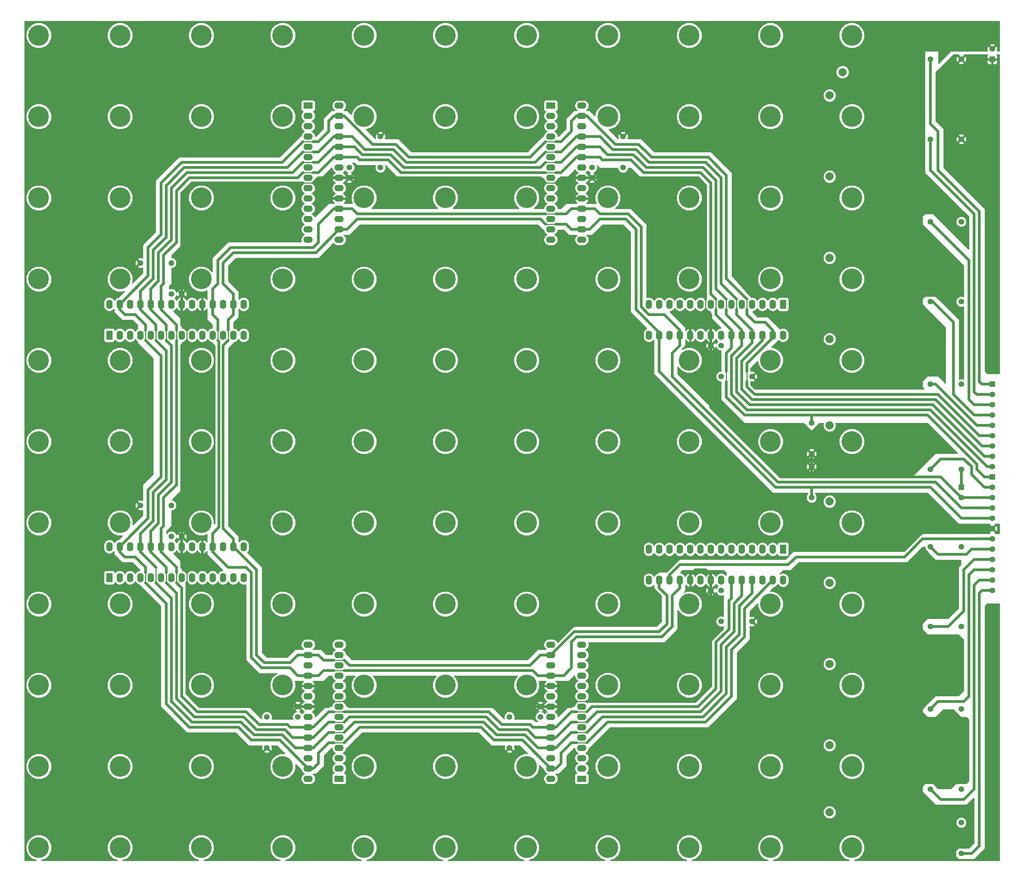
<source format=gbl>
G04 (created by PCBNEW-RS274X (2012-jan-04)-stable) date 2012-05-03T20:40:29 CEST*
G01*
G70*
G90*
%MOIN*%
G04 Gerber Fmt 3.4, Leading zero omitted, Abs format*
%FSLAX34Y34*%
G04 APERTURE LIST*
%ADD10C,0.006000*%
%ADD11R,0.055000X0.055000*%
%ADD12C,0.055000*%
%ADD13C,0.200000*%
%ADD14C,0.078700*%
%ADD15O,0.062000X0.090000*%
%ADD16R,0.062000X0.090000*%
%ADD17O,0.090000X0.062000*%
%ADD18R,0.090000X0.062000*%
%ADD19C,0.050000*%
%ADD20C,0.025000*%
%ADD21C,0.010000*%
%ADD22C,0.050000*%
G04 APERTURE END LIST*
G54D10*
G54D11*
X111500Y-45500D03*
G54D12*
X111500Y-46500D03*
X111500Y-47500D03*
X111500Y-48500D03*
X111500Y-49500D03*
X111500Y-50500D03*
X111500Y-51500D03*
X111500Y-52500D03*
X111500Y-53500D03*
G54D11*
X111500Y-14000D03*
G54D12*
X111500Y-13000D03*
G54D11*
X111500Y-54500D03*
G54D12*
X111500Y-55500D03*
X111500Y-56500D03*
X111500Y-57500D03*
X111500Y-58500D03*
X111500Y-59500D03*
X111500Y-60500D03*
X111500Y-61500D03*
X111500Y-62500D03*
X111500Y-63500D03*
X111500Y-64500D03*
X111500Y-65500D03*
X108500Y-45500D03*
X105500Y-45500D03*
X108500Y-53750D03*
X105500Y-53750D03*
X108500Y-29750D03*
X105500Y-29750D03*
X108500Y-37500D03*
X105500Y-37500D03*
X108500Y-14000D03*
X105500Y-14000D03*
X108500Y-61250D03*
X105500Y-61250D03*
X108500Y-69000D03*
X105500Y-69000D03*
X108500Y-77000D03*
X105500Y-77000D03*
X108500Y-84750D03*
X105500Y-84750D03*
X108500Y-88000D03*
X108500Y-91000D03*
X108500Y-21750D03*
X105500Y-21750D03*
X88250Y-44750D03*
X85250Y-44750D03*
X75750Y-21500D03*
X75750Y-24500D03*
X52250Y-21500D03*
X52250Y-24500D03*
X29000Y-33750D03*
X32000Y-33750D03*
X29000Y-57250D03*
X32000Y-57250D03*
X41250Y-80750D03*
X41250Y-77750D03*
X64750Y-80750D03*
X64750Y-77750D03*
X88250Y-68500D03*
X85250Y-68500D03*
X94000Y-53500D03*
X94000Y-56500D03*
X94000Y-49250D03*
X94000Y-52250D03*
X84250Y-41750D03*
X85250Y-41750D03*
X84250Y-65500D03*
X85250Y-65500D03*
X67750Y-76750D03*
X67750Y-77750D03*
X44250Y-76750D03*
X44250Y-77750D03*
X33000Y-60250D03*
X32000Y-60250D03*
X33000Y-36750D03*
X32000Y-36750D03*
X49250Y-25500D03*
X49250Y-24500D03*
X72750Y-25500D03*
X72750Y-24500D03*
G54D13*
X58531Y-11686D03*
X19161Y-11686D03*
X27035Y-11686D03*
X34909Y-11686D03*
X42783Y-11686D03*
X50657Y-11686D03*
X66405Y-11686D03*
X74279Y-11686D03*
X82153Y-11686D03*
X90027Y-11686D03*
X97901Y-11686D03*
X58531Y-19560D03*
X19161Y-19560D03*
X27035Y-19560D03*
X34909Y-19560D03*
X42783Y-19560D03*
X50657Y-19560D03*
X66405Y-19560D03*
X74279Y-19560D03*
X82153Y-19560D03*
X90027Y-19560D03*
X97901Y-19560D03*
X58531Y-27434D03*
X19161Y-27434D03*
X27035Y-27434D03*
X34909Y-27434D03*
X42783Y-27434D03*
X50657Y-27434D03*
X66405Y-27434D03*
X74279Y-27434D03*
X82153Y-27434D03*
X90027Y-27434D03*
X97901Y-27434D03*
X58531Y-35308D03*
X19161Y-35308D03*
X27035Y-35308D03*
X34909Y-35308D03*
X42783Y-35308D03*
X50657Y-35308D03*
X66405Y-35308D03*
X74279Y-35308D03*
X82153Y-35308D03*
X90027Y-35308D03*
X97901Y-35308D03*
X58531Y-43182D03*
X19161Y-43182D03*
X27035Y-43182D03*
X34909Y-43182D03*
X42783Y-43182D03*
X50657Y-43182D03*
X66405Y-43182D03*
X74279Y-43182D03*
X82153Y-43182D03*
X90027Y-43182D03*
X97901Y-43182D03*
X58531Y-51056D03*
X19161Y-51056D03*
X27035Y-51056D03*
X34909Y-51056D03*
X42783Y-51056D03*
X50657Y-51056D03*
X66405Y-51056D03*
X74279Y-51056D03*
X82153Y-51056D03*
X90027Y-51056D03*
X97901Y-51056D03*
X58531Y-58930D03*
X19161Y-58930D03*
X27035Y-58930D03*
X34909Y-58930D03*
X42783Y-58930D03*
X50657Y-58930D03*
X66405Y-58930D03*
X74279Y-58930D03*
X82153Y-58930D03*
X90027Y-58930D03*
X97901Y-58930D03*
X58531Y-66804D03*
X19161Y-66804D03*
X27035Y-66804D03*
X34909Y-66804D03*
X42783Y-66804D03*
X50657Y-66804D03*
X66405Y-66804D03*
X74279Y-66804D03*
X82153Y-66804D03*
X90027Y-66804D03*
X97901Y-66804D03*
X58531Y-74678D03*
X19161Y-74678D03*
X27035Y-74678D03*
X34909Y-74678D03*
X42783Y-74678D03*
X50657Y-74678D03*
X66405Y-74678D03*
X74279Y-74678D03*
X82153Y-74678D03*
X90027Y-74678D03*
X97901Y-74678D03*
X58531Y-82552D03*
X19161Y-82552D03*
X27035Y-82552D03*
X34909Y-82552D03*
X42783Y-82552D03*
X50657Y-82552D03*
X66405Y-82552D03*
X74279Y-82552D03*
X82153Y-82552D03*
X90027Y-82552D03*
X97901Y-82552D03*
X58531Y-90426D03*
X19161Y-90426D03*
X27035Y-90426D03*
X34909Y-90426D03*
X42783Y-90426D03*
X50657Y-90426D03*
X66405Y-90426D03*
X74279Y-90426D03*
X82153Y-90426D03*
X90027Y-90426D03*
X97901Y-90426D03*
G54D14*
X95750Y-49500D03*
X97000Y-15250D03*
X95750Y-17504D03*
X95750Y-25378D03*
X95750Y-33252D03*
X95750Y-41126D03*
X95750Y-56874D03*
X95750Y-64748D03*
X95750Y-72622D03*
X95750Y-80496D03*
X95750Y-87000D03*
G54D15*
X90250Y-37750D03*
X89250Y-37750D03*
X88250Y-37750D03*
X87250Y-37750D03*
X86250Y-37750D03*
X85250Y-37750D03*
X84250Y-37750D03*
X83250Y-37750D03*
X82250Y-37750D03*
X81250Y-37750D03*
X80250Y-37750D03*
X79250Y-37750D03*
X78250Y-37750D03*
G54D16*
X91250Y-37750D03*
G54D15*
X78250Y-40750D03*
X79250Y-40750D03*
X80250Y-40750D03*
X81250Y-40750D03*
X82250Y-40750D03*
X83250Y-40750D03*
X84250Y-40750D03*
X85250Y-40750D03*
X86250Y-40750D03*
X87250Y-40750D03*
X88250Y-40750D03*
X89250Y-40750D03*
X90250Y-40750D03*
X91250Y-40750D03*
G54D17*
X68750Y-19500D03*
X68750Y-20500D03*
X68750Y-21500D03*
X68750Y-22500D03*
X68750Y-23500D03*
X68750Y-24500D03*
X68750Y-25500D03*
X68750Y-26500D03*
X68750Y-27500D03*
X68750Y-28500D03*
X68750Y-29500D03*
X68750Y-30500D03*
X68750Y-31500D03*
G54D18*
X68750Y-18500D03*
G54D17*
X71750Y-31500D03*
X71750Y-30500D03*
X71750Y-29500D03*
X71750Y-28500D03*
X71750Y-27500D03*
X71750Y-26500D03*
X71750Y-25500D03*
X71750Y-24500D03*
X71750Y-23500D03*
X71750Y-22500D03*
X71750Y-21500D03*
X71750Y-20500D03*
X71750Y-19500D03*
X71750Y-18500D03*
X45250Y-19500D03*
X45250Y-20500D03*
X45250Y-21500D03*
X45250Y-22500D03*
X45250Y-23500D03*
X45250Y-24500D03*
X45250Y-25500D03*
X45250Y-26500D03*
X45250Y-27500D03*
X45250Y-28500D03*
X45250Y-29500D03*
X45250Y-30500D03*
X45250Y-31500D03*
G54D18*
X45250Y-18500D03*
G54D17*
X48250Y-31500D03*
X48250Y-30500D03*
X48250Y-29500D03*
X48250Y-28500D03*
X48250Y-27500D03*
X48250Y-26500D03*
X48250Y-25500D03*
X48250Y-24500D03*
X48250Y-23500D03*
X48250Y-22500D03*
X48250Y-21500D03*
X48250Y-20500D03*
X48250Y-19500D03*
X48250Y-18500D03*
G54D15*
X27000Y-40750D03*
X28000Y-40750D03*
X29000Y-40750D03*
X30000Y-40750D03*
X31000Y-40750D03*
X32000Y-40750D03*
X33000Y-40750D03*
X34000Y-40750D03*
X35000Y-40750D03*
X36000Y-40750D03*
X37000Y-40750D03*
X38000Y-40750D03*
X39000Y-40750D03*
G54D16*
X26000Y-40750D03*
G54D15*
X39000Y-37750D03*
X38000Y-37750D03*
X37000Y-37750D03*
X36000Y-37750D03*
X35000Y-37750D03*
X34000Y-37750D03*
X33000Y-37750D03*
X32000Y-37750D03*
X31000Y-37750D03*
X30000Y-37750D03*
X29000Y-37750D03*
X28000Y-37750D03*
X27000Y-37750D03*
X26000Y-37750D03*
X27000Y-64250D03*
X28000Y-64250D03*
X29000Y-64250D03*
X30000Y-64250D03*
X31000Y-64250D03*
X32000Y-64250D03*
X33000Y-64250D03*
X34000Y-64250D03*
X35000Y-64250D03*
X36000Y-64250D03*
X37000Y-64250D03*
X38000Y-64250D03*
X39000Y-64250D03*
G54D16*
X26000Y-64250D03*
G54D15*
X39000Y-61250D03*
X38000Y-61250D03*
X37000Y-61250D03*
X36000Y-61250D03*
X35000Y-61250D03*
X34000Y-61250D03*
X33000Y-61250D03*
X32000Y-61250D03*
X31000Y-61250D03*
X30000Y-61250D03*
X29000Y-61250D03*
X28000Y-61250D03*
X27000Y-61250D03*
X26000Y-61250D03*
G54D17*
X48250Y-82750D03*
X48250Y-81750D03*
X48250Y-80750D03*
X48250Y-79750D03*
X48250Y-78750D03*
X48250Y-77750D03*
X48250Y-76750D03*
X48250Y-75750D03*
X48250Y-74750D03*
X48250Y-73750D03*
X48250Y-72750D03*
X48250Y-71750D03*
X48250Y-70750D03*
G54D18*
X48250Y-83750D03*
G54D17*
X45250Y-70750D03*
X45250Y-71750D03*
X45250Y-72750D03*
X45250Y-73750D03*
X45250Y-74750D03*
X45250Y-75750D03*
X45250Y-76750D03*
X45250Y-77750D03*
X45250Y-78750D03*
X45250Y-79750D03*
X45250Y-80750D03*
X45250Y-81750D03*
X45250Y-82750D03*
X45250Y-83750D03*
X71750Y-82750D03*
X71750Y-81750D03*
X71750Y-80750D03*
X71750Y-79750D03*
X71750Y-78750D03*
X71750Y-77750D03*
X71750Y-76750D03*
X71750Y-75750D03*
X71750Y-74750D03*
X71750Y-73750D03*
X71750Y-72750D03*
X71750Y-71750D03*
X71750Y-70750D03*
G54D18*
X71750Y-83750D03*
G54D17*
X68750Y-70750D03*
X68750Y-71750D03*
X68750Y-72750D03*
X68750Y-73750D03*
X68750Y-74750D03*
X68750Y-75750D03*
X68750Y-76750D03*
X68750Y-77750D03*
X68750Y-78750D03*
X68750Y-79750D03*
X68750Y-80750D03*
X68750Y-81750D03*
X68750Y-82750D03*
X68750Y-83750D03*
G54D15*
X90250Y-61500D03*
X89250Y-61500D03*
X88250Y-61500D03*
X87250Y-61500D03*
X86250Y-61500D03*
X85250Y-61500D03*
X84250Y-61500D03*
X83250Y-61500D03*
X82250Y-61500D03*
X81250Y-61500D03*
X80250Y-61500D03*
X79250Y-61500D03*
X78250Y-61500D03*
G54D16*
X91250Y-61500D03*
G54D15*
X78250Y-64500D03*
X79250Y-64500D03*
X80250Y-64500D03*
X81250Y-64500D03*
X82250Y-64500D03*
X83250Y-64500D03*
X84250Y-64500D03*
X85250Y-64500D03*
X86250Y-64500D03*
X87250Y-64500D03*
X88250Y-64500D03*
X89250Y-64500D03*
X90250Y-64500D03*
X91250Y-64500D03*
G54D11*
X108500Y-55500D03*
G54D12*
X108500Y-56500D03*
G54D19*
X99250Y-63250D03*
X98000Y-61250D03*
X98000Y-63250D03*
X99250Y-61250D03*
G54D20*
X108500Y-53750D02*
X108500Y-55500D01*
X50250Y-23750D02*
X53000Y-23750D01*
X31000Y-38250D02*
X32500Y-39750D01*
X32500Y-41250D02*
X32500Y-55250D01*
X85750Y-45750D02*
X85750Y-46750D01*
X64000Y-78500D02*
X66750Y-78500D01*
X71250Y-23500D02*
X71750Y-23500D01*
G54D21*
X71250Y-77250D02*
X72250Y-77250D01*
G54D20*
X31250Y-59250D02*
X31000Y-59500D01*
X45750Y-78750D02*
X47250Y-77250D01*
X73500Y-23500D02*
X73750Y-23750D01*
X34500Y-77250D02*
X39250Y-77250D01*
X32500Y-31750D02*
X32500Y-26750D01*
X69250Y-78750D02*
X70750Y-77250D01*
G54D21*
X32500Y-40250D02*
X32500Y-41250D01*
G54D20*
X47250Y-77250D02*
X47750Y-77250D01*
X86250Y-40250D02*
X84750Y-38750D01*
X32500Y-26750D02*
X33750Y-25500D01*
G54D21*
X84750Y-38250D02*
X84750Y-37250D01*
G54D20*
X31000Y-36000D02*
X31250Y-35750D01*
X43250Y-78500D02*
X43500Y-78750D01*
X73500Y-23500D02*
X71750Y-23500D01*
X69250Y-25000D02*
X69750Y-25000D01*
X83250Y-25000D02*
X84250Y-26000D01*
G54D21*
X47750Y-77250D02*
X48750Y-77250D01*
G54D20*
X85750Y-42500D02*
X86250Y-42000D01*
X110000Y-53250D02*
X110000Y-53750D01*
X86250Y-40750D02*
X86250Y-42000D01*
X44250Y-25500D02*
X44750Y-25000D01*
X40500Y-78500D02*
X43250Y-78500D01*
X93750Y-48500D02*
X96500Y-48500D01*
X48750Y-77250D02*
X59750Y-77250D01*
X48750Y-77250D02*
X62750Y-77250D01*
X45750Y-25000D02*
X46250Y-25000D01*
X53000Y-23750D02*
X54250Y-25000D01*
G54D21*
X85750Y-44250D02*
X85750Y-45250D01*
G54D20*
X62750Y-77250D02*
X64000Y-78500D01*
X94000Y-48500D02*
X93750Y-48500D01*
X110000Y-53750D02*
X110750Y-54500D01*
X86000Y-69250D02*
X86000Y-66500D01*
X67000Y-78750D02*
X68750Y-78750D01*
X77250Y-24500D02*
X77750Y-25000D01*
X45750Y-78750D02*
X47250Y-77250D01*
X39250Y-77250D02*
X40500Y-78500D01*
X86000Y-66500D02*
X86250Y-66250D01*
X84250Y-26000D02*
X84250Y-36750D01*
X72250Y-77250D02*
X72750Y-76750D01*
X31250Y-33000D02*
X32500Y-31750D01*
X84250Y-36750D02*
X84750Y-37250D01*
X32500Y-39750D02*
X32500Y-40250D01*
X105250Y-48500D02*
X109500Y-52750D01*
G54D21*
X47750Y-77250D02*
X48750Y-77250D01*
G54D20*
X77250Y-24500D02*
X76500Y-23750D01*
G54D21*
X68250Y-25000D02*
X69250Y-25000D01*
G54D20*
X45250Y-78750D02*
X45750Y-78750D01*
X72750Y-76750D02*
X83000Y-76750D01*
X70750Y-77250D02*
X71250Y-77250D01*
X47750Y-23500D02*
X48250Y-23500D01*
X87500Y-48500D02*
X93750Y-48500D01*
X86250Y-40750D02*
X86250Y-40250D01*
X31000Y-37750D02*
X31000Y-38250D01*
X33000Y-75750D02*
X34500Y-77250D01*
G54D21*
X32500Y-63750D02*
X32500Y-64750D01*
G54D20*
X54250Y-25000D02*
X68250Y-25000D01*
X68750Y-78750D02*
X69250Y-78750D01*
X31250Y-35750D02*
X31250Y-33000D01*
X110750Y-54500D02*
X111500Y-54500D01*
X32500Y-55250D02*
X31250Y-56500D01*
X86250Y-64500D02*
X86250Y-66250D01*
X62500Y-77250D02*
X62750Y-77250D01*
G54D21*
X44750Y-25000D02*
X45750Y-25000D01*
G54D20*
X64000Y-78500D02*
X66750Y-78500D01*
X31000Y-61750D02*
X32500Y-63250D01*
X33750Y-25500D02*
X44250Y-25500D01*
X84500Y-75250D02*
X83000Y-76750D01*
X46250Y-25000D02*
X47750Y-23500D01*
X31000Y-59500D02*
X31000Y-61250D01*
X31000Y-61250D02*
X31000Y-61750D01*
X96500Y-48500D02*
X105250Y-48500D01*
X59750Y-77250D02*
X62500Y-77250D01*
X84750Y-38750D02*
X84750Y-38250D01*
X73750Y-23750D02*
X76500Y-23750D01*
X84750Y-70500D02*
X84750Y-75000D01*
X66750Y-78500D02*
X67000Y-78750D01*
X31250Y-56500D02*
X31250Y-59250D01*
X85750Y-42750D02*
X85750Y-44250D01*
X94000Y-49250D02*
X94000Y-48500D01*
X43500Y-78750D02*
X45750Y-78750D01*
X32500Y-63250D02*
X32500Y-63750D01*
X47250Y-77250D02*
X47750Y-77250D01*
X85750Y-42750D02*
X85750Y-42500D01*
X69750Y-25000D02*
X71250Y-23500D01*
X62750Y-77250D02*
X64000Y-78500D01*
X31000Y-37750D02*
X31000Y-36000D01*
X67000Y-78750D02*
X68750Y-78750D01*
X85750Y-46750D02*
X87500Y-48500D01*
X84500Y-75250D02*
X84622Y-75128D01*
X33000Y-65250D02*
X33000Y-75750D01*
X85750Y-45750D02*
X85750Y-45250D01*
X48250Y-23500D02*
X50000Y-23500D01*
X84750Y-75000D02*
X84500Y-75250D01*
X66750Y-78500D02*
X67000Y-78750D01*
X77750Y-25000D02*
X83250Y-25000D01*
X109500Y-52750D02*
X110000Y-53250D01*
X50000Y-23500D02*
X50250Y-23750D01*
X32500Y-64750D02*
X33000Y-65250D01*
X86000Y-69250D02*
X84750Y-70500D01*
X67500Y-73750D02*
X70000Y-73750D01*
G54D21*
X36500Y-41250D02*
X36500Y-40250D01*
G54D20*
X81250Y-64500D02*
X81250Y-65250D01*
X36000Y-38750D02*
X36500Y-39250D01*
X36000Y-61250D02*
X36000Y-60000D01*
X80500Y-66000D02*
X81250Y-65250D01*
X68250Y-29000D02*
X50000Y-29000D01*
X80500Y-42500D02*
X80500Y-44750D01*
X66750Y-73250D02*
X67000Y-73250D01*
X71750Y-28500D02*
X70750Y-28500D01*
X81250Y-41750D02*
X80500Y-42500D01*
X36000Y-60000D02*
X36628Y-59372D01*
X40750Y-73000D02*
X43500Y-73000D01*
X46750Y-73250D02*
X46250Y-73750D01*
X70750Y-73000D02*
X70750Y-70500D01*
X77500Y-30250D02*
X76250Y-29000D01*
X39750Y-63750D02*
X39750Y-72000D01*
X96500Y-55000D02*
X106000Y-55000D01*
X36500Y-62250D02*
X37500Y-63250D01*
X81250Y-40750D02*
X81250Y-41750D01*
X36500Y-39250D02*
X36500Y-40250D01*
X39250Y-63250D02*
X39750Y-63750D01*
X73500Y-29000D02*
X73000Y-28500D01*
G54D21*
X36500Y-40250D02*
X36500Y-41250D01*
G54D20*
X46250Y-30000D02*
X46250Y-31750D01*
G54D21*
X47750Y-73250D02*
X48750Y-73250D01*
G54D20*
X45750Y-32250D02*
X37750Y-32250D01*
X70000Y-73750D02*
X70750Y-73000D01*
X46750Y-73250D02*
X47750Y-73250D01*
X36500Y-35750D02*
X36000Y-36250D01*
X36628Y-59372D02*
X36000Y-60000D01*
X36628Y-59372D02*
X36628Y-41378D01*
X80500Y-66000D02*
X80500Y-69000D01*
G54D21*
X48750Y-73250D02*
X47750Y-73250D01*
G54D20*
X71250Y-70000D02*
X79500Y-70000D01*
X43500Y-73000D02*
X44250Y-73750D01*
X36000Y-61750D02*
X36500Y-62250D01*
X80500Y-69000D02*
X79500Y-70000D01*
X70750Y-70500D02*
X71250Y-70000D01*
X37500Y-63250D02*
X39250Y-63250D01*
X36500Y-41250D02*
X36628Y-41378D01*
X47750Y-28500D02*
X46250Y-30000D01*
X78250Y-38750D02*
X77500Y-38000D01*
X49500Y-28500D02*
X48250Y-28500D01*
X47750Y-73250D02*
X46750Y-73250D01*
X70750Y-73000D02*
X70000Y-73750D01*
X90750Y-55000D02*
X96500Y-55000D01*
X79500Y-70000D02*
X80500Y-69000D01*
X50000Y-29000D02*
X49500Y-28500D01*
X67500Y-73750D02*
X67000Y-73250D01*
X37750Y-32250D02*
X36500Y-33500D01*
X106000Y-55000D02*
X108500Y-57500D01*
X70750Y-28500D02*
X70250Y-29000D01*
X80500Y-44750D02*
X90750Y-55000D01*
X36500Y-33500D02*
X36500Y-35750D01*
X46250Y-73750D02*
X46750Y-73250D01*
X68750Y-73750D02*
X67500Y-73750D01*
X80500Y-69000D02*
X80500Y-66000D01*
X81250Y-40250D02*
X79750Y-38750D01*
X71250Y-70000D02*
X70750Y-70500D01*
X108500Y-57500D02*
X111500Y-57500D01*
X79500Y-70000D02*
X71250Y-70000D01*
X36628Y-41378D02*
X36500Y-41250D01*
X36000Y-36250D02*
X36000Y-38750D01*
X46250Y-31750D02*
X45750Y-32250D01*
X39750Y-72000D02*
X40750Y-73000D01*
X79750Y-38750D02*
X78250Y-38750D01*
X70250Y-29000D02*
X69250Y-29000D01*
X70000Y-73750D02*
X68750Y-73750D01*
X48250Y-28500D02*
X47750Y-28500D01*
X46250Y-73750D02*
X45250Y-73750D01*
X81250Y-65250D02*
X80500Y-66000D01*
X36500Y-40250D02*
X36500Y-39250D01*
X67000Y-73250D02*
X67500Y-73750D01*
X81250Y-40750D02*
X81250Y-40250D01*
X36500Y-39250D02*
X36000Y-38750D01*
X36000Y-60000D02*
X36000Y-61750D01*
X77500Y-38000D02*
X77500Y-30250D01*
X67000Y-73250D02*
X48750Y-73250D01*
X76250Y-29000D02*
X73500Y-29000D01*
X36000Y-38750D02*
X36000Y-37750D01*
X44250Y-73750D02*
X46250Y-73750D01*
G54D21*
X69250Y-29000D02*
X68250Y-29000D01*
G54D20*
X48750Y-73250D02*
X66750Y-73250D01*
X70750Y-70500D02*
X70750Y-73000D01*
X73000Y-28500D02*
X71750Y-28500D01*
X36628Y-41378D02*
X36628Y-59372D01*
X87750Y-45250D02*
X87750Y-45750D01*
X74250Y-78250D02*
X83750Y-78250D01*
X87750Y-43500D02*
X87750Y-44250D01*
X48750Y-80250D02*
X50250Y-78750D01*
X76500Y-22250D02*
X77250Y-22250D01*
X87750Y-45750D02*
X88500Y-46500D01*
X48250Y-19500D02*
X48750Y-19500D01*
X78000Y-23000D02*
X78500Y-23500D01*
X71750Y-19500D02*
X71250Y-19500D01*
X87500Y-70000D02*
X87500Y-67250D01*
X90250Y-41000D02*
X87750Y-43500D01*
X42750Y-24000D02*
X33000Y-24000D01*
X31000Y-26000D02*
X31000Y-31000D01*
X68750Y-82750D02*
X69250Y-82750D01*
X48750Y-19500D02*
X51500Y-22250D01*
X27500Y-62250D02*
X28500Y-62250D01*
X48750Y-19500D02*
X48250Y-19500D01*
X27500Y-38750D02*
X28500Y-38750D01*
X29500Y-39750D02*
X29500Y-40250D01*
X27000Y-37750D02*
X27000Y-38250D01*
X69750Y-82250D02*
X69750Y-81250D01*
X88500Y-39500D02*
X89500Y-39500D01*
X29750Y-58500D02*
X27000Y-61250D01*
X68250Y-22000D02*
X66750Y-23500D01*
X72250Y-19500D02*
X75000Y-22250D01*
X63250Y-80000D02*
X66000Y-80000D01*
X75000Y-22250D02*
X76500Y-22250D01*
G54D21*
X69250Y-22000D02*
X68250Y-22000D01*
G54D20*
X55000Y-23500D02*
X53750Y-22250D01*
X78500Y-23500D02*
X84000Y-23500D01*
X77250Y-22250D02*
X78000Y-23000D01*
X70750Y-20000D02*
X70750Y-21000D01*
X87500Y-67250D02*
X90250Y-64500D01*
X31000Y-31000D02*
X29750Y-32250D01*
X29750Y-55750D02*
X29750Y-58500D01*
X33750Y-78750D02*
X38500Y-78750D01*
X51500Y-22250D02*
X48750Y-19500D01*
X39750Y-80000D02*
X42500Y-80000D01*
X83750Y-78250D02*
X86250Y-75750D01*
G54D21*
X45750Y-22000D02*
X44750Y-22000D01*
G54D20*
X29500Y-64750D02*
X31500Y-66750D01*
G54D21*
X29500Y-40250D02*
X29500Y-41250D01*
G54D20*
X27000Y-38250D02*
X27500Y-38750D01*
X87750Y-38250D02*
X87750Y-38750D01*
X44750Y-22000D02*
X42750Y-24000D01*
X31500Y-66750D02*
X31500Y-76500D01*
X89500Y-39500D02*
X90250Y-40250D01*
G54D21*
X87750Y-44250D02*
X87750Y-45250D01*
G54D20*
X47750Y-19500D02*
X47250Y-20000D01*
X46250Y-82250D02*
X46250Y-81250D01*
X71250Y-19500D02*
X70750Y-20000D01*
X85750Y-35250D02*
X87750Y-37250D01*
X28500Y-38750D02*
X29500Y-39750D01*
X87750Y-38750D02*
X88500Y-39500D01*
X66750Y-23500D02*
X55000Y-23500D01*
X45750Y-82750D02*
X46250Y-82250D01*
X31000Y-42750D02*
X31000Y-54500D01*
X48250Y-19500D02*
X47750Y-19500D01*
X70750Y-80250D02*
X71250Y-80250D01*
X47250Y-21000D02*
X46250Y-22000D01*
X27000Y-61250D02*
X27000Y-61750D01*
X71750Y-19500D02*
X72250Y-19500D01*
X33000Y-24000D02*
X31000Y-26000D01*
X86250Y-75750D02*
X86250Y-71250D01*
X69750Y-22000D02*
X69250Y-22000D01*
X70750Y-21000D02*
X69750Y-22000D01*
X47250Y-20000D02*
X47250Y-21000D01*
X53750Y-22250D02*
X51500Y-22250D01*
X31500Y-76500D02*
X33750Y-78750D01*
X62000Y-78750D02*
X63250Y-80000D01*
X69250Y-82750D02*
X69750Y-82250D01*
X46250Y-22000D02*
X45750Y-22000D01*
G54D21*
X71250Y-80250D02*
X72250Y-80250D01*
G54D20*
X69750Y-81250D02*
X70750Y-80250D01*
X38500Y-78750D02*
X39750Y-80000D01*
X86250Y-71250D02*
X87500Y-70000D01*
G54D21*
X87750Y-37250D02*
X87750Y-38250D01*
G54D20*
X84000Y-23500D02*
X85750Y-25250D01*
X29750Y-35000D02*
X27000Y-37750D01*
X28500Y-62250D02*
X29500Y-63250D01*
X90250Y-40250D02*
X90250Y-40750D01*
X90250Y-40750D02*
X90250Y-41000D01*
X45250Y-82750D02*
X45750Y-82750D01*
G54D21*
X29500Y-63750D02*
X29500Y-64750D01*
G54D20*
X88500Y-46500D02*
X96500Y-46500D01*
X106250Y-46500D02*
X110250Y-50500D01*
X46250Y-81250D02*
X47250Y-80250D01*
X47250Y-80250D02*
X47750Y-80250D01*
X29500Y-41250D02*
X31000Y-42750D01*
X85750Y-25250D02*
X85750Y-35250D01*
X42500Y-80000D02*
X45250Y-82750D01*
X72250Y-80250D02*
X74250Y-78250D01*
X96500Y-46500D02*
X106250Y-46500D01*
X66000Y-80000D02*
X68750Y-82750D01*
G54D21*
X47750Y-80250D02*
X48750Y-80250D01*
G54D20*
X110250Y-50500D02*
X111500Y-50500D01*
X27000Y-61750D02*
X27500Y-62250D01*
X29750Y-32250D02*
X29750Y-35000D01*
X31000Y-54500D02*
X29750Y-55750D01*
X50250Y-78750D02*
X62000Y-78750D01*
X29500Y-63250D02*
X29500Y-63750D01*
X77000Y-22750D02*
X76500Y-22750D01*
X29000Y-60000D02*
X29000Y-61750D01*
X86750Y-38750D02*
X86750Y-38250D01*
X50750Y-22750D02*
X53500Y-22750D01*
X42750Y-79500D02*
X44000Y-80750D01*
X40000Y-79500D02*
X38750Y-78250D01*
X30500Y-39750D02*
X30500Y-40250D01*
X49500Y-21500D02*
X50750Y-22750D01*
X48250Y-21500D02*
X49500Y-21500D01*
X78250Y-24000D02*
X83750Y-24000D01*
X47750Y-21500D02*
X48250Y-21500D01*
X86750Y-46250D02*
X88000Y-47500D01*
X85250Y-35750D02*
X86750Y-37250D01*
X30250Y-58750D02*
X29000Y-60000D01*
X53500Y-22750D02*
X54750Y-24000D01*
G54D21*
X68250Y-23000D02*
X69250Y-23000D01*
G54D20*
X77750Y-23500D02*
X77000Y-22750D01*
X31500Y-31250D02*
X31500Y-26250D01*
X88000Y-47500D02*
X96500Y-47500D01*
X45750Y-23000D02*
X46250Y-23000D01*
X29000Y-61750D02*
X29000Y-61250D01*
X38750Y-78250D02*
X40000Y-79500D01*
G54D21*
X30500Y-64750D02*
X30500Y-63250D01*
G54D20*
X29000Y-38250D02*
X30500Y-39750D01*
X88250Y-40750D02*
X88250Y-40250D01*
G54D21*
X47750Y-79250D02*
X48750Y-79250D01*
G54D20*
X29000Y-37750D02*
X29000Y-36500D01*
X30500Y-64750D02*
X32000Y-66250D01*
X30500Y-63250D02*
X29000Y-61750D01*
X110500Y-52250D02*
X110750Y-52500D01*
X31500Y-26250D02*
X33250Y-24500D01*
X38750Y-78250D02*
X34000Y-78250D01*
X85250Y-25500D02*
X85250Y-35750D01*
X63500Y-79500D02*
X66250Y-79500D01*
G54D21*
X30500Y-40250D02*
X30500Y-41250D01*
G54D20*
X69250Y-23000D02*
X69750Y-23000D01*
X83500Y-77750D02*
X85750Y-75500D01*
X67500Y-80750D02*
X69250Y-80750D01*
X87000Y-67000D02*
X88250Y-65750D01*
X77750Y-23500D02*
X78250Y-24000D01*
X29000Y-37750D02*
X29000Y-38250D01*
X110750Y-52500D02*
X111500Y-52500D01*
X66250Y-79500D02*
X67500Y-80750D01*
X42750Y-79500D02*
X40000Y-79500D01*
X34000Y-78250D02*
X38750Y-78250D01*
X72250Y-79250D02*
X73750Y-77750D01*
X86750Y-43000D02*
X86750Y-45750D01*
X46250Y-23000D02*
X47750Y-21500D01*
X44000Y-80750D02*
X42750Y-79500D01*
X87000Y-69750D02*
X87000Y-67000D01*
X49750Y-78250D02*
X62250Y-78250D01*
X32000Y-76250D02*
X34000Y-78250D01*
X69250Y-80750D02*
X70750Y-79250D01*
X40000Y-79500D02*
X42750Y-79500D01*
X70750Y-79250D02*
X71250Y-79250D01*
X88250Y-40750D02*
X88250Y-41500D01*
X31500Y-54750D02*
X30250Y-56000D01*
X34000Y-78250D02*
X32000Y-76250D01*
X48750Y-79250D02*
X49750Y-78250D01*
X105750Y-47500D02*
X110500Y-52250D01*
G54D21*
X30500Y-63750D02*
X30500Y-64750D01*
G54D20*
X45250Y-80750D02*
X44000Y-80750D01*
X88250Y-65750D02*
X88250Y-64500D01*
X71250Y-21500D02*
X71750Y-21500D01*
X44000Y-80750D02*
X45750Y-80750D01*
X62250Y-78250D02*
X63500Y-79500D01*
X30500Y-41250D02*
X31500Y-42250D01*
X96500Y-47500D02*
X105750Y-47500D01*
X85750Y-75500D02*
X85750Y-71000D01*
X83750Y-24000D02*
X85250Y-25500D01*
X45750Y-80750D02*
X45250Y-80750D01*
X43250Y-24500D02*
X44750Y-23000D01*
G54D21*
X48750Y-79250D02*
X47750Y-79250D01*
G54D20*
X29000Y-61750D02*
X30500Y-63250D01*
X45750Y-80750D02*
X47250Y-79250D01*
X88250Y-41500D02*
X86750Y-43000D01*
X32000Y-66250D02*
X32000Y-76250D01*
X73500Y-21500D02*
X71750Y-21500D01*
X66250Y-79500D02*
X63500Y-79500D01*
X74750Y-22750D02*
X76500Y-22750D01*
X85750Y-71000D02*
X87000Y-69750D01*
X67250Y-24000D02*
X68250Y-23000D01*
X67500Y-80750D02*
X66250Y-79500D01*
X47250Y-79250D02*
X47750Y-79250D01*
X30250Y-35250D02*
X30250Y-32500D01*
X88250Y-40250D02*
X86750Y-38750D01*
X30250Y-32500D02*
X31500Y-31250D01*
X32000Y-66250D02*
X30500Y-64750D01*
X29000Y-36500D02*
X30250Y-35250D01*
X62250Y-78250D02*
X49750Y-78250D01*
X47250Y-79250D02*
X45750Y-80750D01*
X69750Y-23000D02*
X71250Y-21500D01*
X32000Y-76250D02*
X32000Y-66250D01*
X30250Y-56000D02*
X30250Y-58750D01*
X54750Y-24000D02*
X67250Y-24000D01*
X31500Y-42250D02*
X31500Y-54750D01*
G54D21*
X30500Y-63250D02*
X30500Y-63750D01*
G54D20*
X73500Y-21500D02*
X74750Y-22750D01*
X86750Y-45750D02*
X86750Y-46250D01*
X73750Y-77750D02*
X83500Y-77750D01*
X49750Y-78250D02*
X48750Y-79250D01*
X47750Y-79250D02*
X47250Y-79250D01*
G54D21*
X86750Y-38250D02*
X86750Y-37250D01*
G54D20*
X63500Y-79500D02*
X62250Y-78250D01*
G54D21*
X71250Y-79250D02*
X72250Y-79250D01*
G54D20*
X33250Y-24500D02*
X43250Y-24500D01*
X68750Y-80750D02*
X67500Y-80750D01*
G54D21*
X44750Y-23000D02*
X45750Y-23000D01*
G54D20*
X110250Y-45250D02*
X110500Y-45500D01*
X106250Y-21000D02*
X106250Y-24750D01*
X110250Y-28750D02*
X110250Y-45250D01*
X105500Y-14000D02*
X105500Y-20250D01*
X110500Y-45500D02*
X111500Y-45500D01*
X106250Y-24750D02*
X110250Y-28750D01*
X105500Y-20250D02*
X106250Y-21000D01*
X109750Y-29000D02*
X109750Y-46250D01*
X105500Y-24750D02*
X109750Y-29000D01*
X105500Y-21750D02*
X105500Y-24750D01*
X110000Y-46500D02*
X111500Y-46500D01*
X109750Y-46250D02*
X110000Y-46500D01*
X110500Y-65500D02*
X111500Y-65500D01*
X110250Y-65750D02*
X110500Y-65500D01*
X110250Y-90250D02*
X110250Y-65750D01*
X109500Y-91000D02*
X110250Y-90250D01*
X108500Y-91000D02*
X109500Y-91000D01*
X109250Y-47000D02*
X109750Y-47500D01*
X105500Y-29750D02*
X109250Y-33500D01*
X109750Y-47500D02*
X111500Y-47500D01*
X109250Y-33500D02*
X109250Y-47000D01*
X105500Y-37500D02*
X105750Y-37500D01*
X107750Y-46500D02*
X109750Y-48500D01*
X105750Y-37500D02*
X107750Y-39500D01*
X107750Y-39500D02*
X107750Y-46500D01*
X109750Y-48500D02*
X111500Y-48500D01*
X110000Y-49500D02*
X111500Y-49500D01*
X105500Y-45500D02*
X106000Y-45500D01*
X106000Y-45500D02*
X110000Y-49500D01*
X105500Y-53750D02*
X106500Y-52750D01*
X109500Y-54250D02*
X110750Y-55500D01*
X108750Y-52750D02*
X109500Y-53500D01*
X109500Y-53500D02*
X109500Y-54250D01*
X110750Y-55500D02*
X111500Y-55500D01*
X106500Y-52750D02*
X108750Y-52750D01*
X109500Y-61500D02*
X111500Y-61500D01*
X105500Y-61250D02*
X106250Y-62000D01*
X109000Y-62000D02*
X109500Y-61500D01*
X106250Y-62000D02*
X109000Y-62000D01*
X108750Y-67500D02*
X108750Y-63500D01*
X109750Y-62500D02*
X111500Y-62500D01*
X108750Y-63500D02*
X109750Y-62500D01*
X105500Y-69000D02*
X107250Y-69000D01*
X107250Y-69000D02*
X108750Y-67500D01*
X109250Y-64000D02*
X109750Y-63500D01*
X108750Y-76250D02*
X109250Y-75750D01*
X106250Y-76250D02*
X108750Y-76250D01*
X109250Y-75750D02*
X109250Y-64000D01*
X109750Y-63500D02*
X111500Y-63500D01*
X105500Y-77000D02*
X106250Y-76250D01*
X109750Y-84750D02*
X109750Y-65000D01*
X109750Y-65000D02*
X110250Y-64500D01*
X108750Y-85750D02*
X109750Y-84750D01*
X106500Y-85750D02*
X108750Y-85750D01*
X110250Y-64500D02*
X111500Y-64500D01*
X105500Y-84750D02*
X106500Y-85750D01*
X110500Y-51500D02*
X111500Y-51500D01*
X106000Y-47000D02*
X110500Y-51500D01*
X89250Y-41250D02*
X87250Y-43250D01*
X87250Y-45750D02*
X87250Y-46000D01*
X87250Y-43250D02*
X87250Y-45750D01*
X89250Y-40750D02*
X89250Y-41250D01*
X87250Y-46000D02*
X88250Y-47000D01*
X96500Y-47000D02*
X106000Y-47000D01*
X88250Y-47000D02*
X96500Y-47000D01*
X80250Y-64000D02*
X81250Y-63000D01*
X81250Y-63000D02*
X91000Y-63000D01*
X80250Y-64500D02*
X80250Y-64000D01*
X92500Y-62250D02*
X91750Y-63000D01*
X91000Y-63000D02*
X91750Y-63000D01*
X103000Y-62250D02*
X92500Y-62250D01*
X103000Y-62250D02*
X104750Y-60500D01*
X104750Y-60500D02*
X111500Y-60500D01*
X80000Y-66000D02*
X79250Y-65250D01*
X48250Y-30500D02*
X46000Y-32750D01*
X44250Y-71750D02*
X46250Y-71750D01*
X68750Y-71750D02*
X71000Y-69500D01*
X45250Y-71750D02*
X44250Y-71750D01*
X105500Y-55500D02*
X108500Y-58500D01*
X46250Y-71750D02*
X46750Y-72250D01*
X49250Y-72750D02*
X66750Y-72750D01*
X77000Y-38250D02*
X79250Y-40500D01*
X79250Y-40750D02*
X79250Y-44250D01*
X71000Y-69500D02*
X79250Y-69500D01*
X72500Y-30500D02*
X73500Y-29500D01*
X96500Y-55500D02*
X94000Y-55500D01*
X71750Y-30500D02*
X72500Y-30500D01*
X44250Y-71750D02*
X43500Y-72500D01*
X48250Y-30500D02*
X49000Y-30500D01*
X40250Y-63500D02*
X38000Y-61250D01*
X38000Y-61250D02*
X40250Y-63500D01*
X43500Y-72500D02*
X41000Y-72500D01*
X38000Y-60500D02*
X38000Y-61250D01*
X66750Y-72750D02*
X67750Y-71750D01*
X37500Y-39250D02*
X37500Y-40250D01*
X76000Y-29500D02*
X77000Y-30500D01*
X49000Y-30500D02*
X50000Y-29500D01*
X96500Y-55500D02*
X105500Y-55500D01*
G54D21*
X37500Y-40250D02*
X37500Y-41250D01*
G54D20*
X73500Y-29500D02*
X76000Y-29500D01*
X40250Y-71750D02*
X40250Y-63500D01*
X69250Y-30000D02*
X70250Y-30000D01*
X37000Y-33750D02*
X37000Y-35750D01*
X38000Y-32750D02*
X37000Y-33750D01*
X46000Y-32750D02*
X38000Y-32750D01*
X37000Y-41750D02*
X37000Y-59500D01*
X79250Y-69500D02*
X80000Y-68750D01*
X90500Y-55500D02*
X94000Y-55500D01*
X41000Y-72500D02*
X43500Y-72500D01*
X38000Y-38750D02*
X37500Y-39250D01*
X37000Y-59500D02*
X38000Y-60500D01*
X94000Y-56500D02*
X94000Y-55500D01*
X67750Y-29500D02*
X68250Y-30000D01*
X40250Y-63500D02*
X40250Y-71750D01*
G54D21*
X68250Y-30000D02*
X69250Y-30000D01*
G54D20*
X48750Y-72250D02*
X49250Y-72750D01*
X37500Y-41250D02*
X37000Y-41750D01*
X43500Y-72500D02*
X44250Y-71750D01*
X40250Y-71750D02*
X41000Y-72500D01*
X46750Y-72250D02*
X47750Y-72250D01*
X41000Y-72500D02*
X40250Y-71750D01*
X79250Y-40500D02*
X79250Y-40750D01*
X77000Y-30500D02*
X77000Y-38250D01*
X67750Y-71750D02*
X68750Y-71750D01*
X70750Y-30500D02*
X71750Y-30500D01*
X108500Y-58500D02*
X111500Y-58500D01*
X38000Y-36750D02*
X38000Y-37750D01*
X37000Y-35750D02*
X38000Y-36750D01*
X70250Y-30000D02*
X70750Y-30500D01*
X50000Y-29500D02*
X67750Y-29500D01*
G54D21*
X47750Y-72250D02*
X48750Y-72250D01*
G54D20*
X79250Y-44250D02*
X90500Y-55500D01*
X38000Y-37750D02*
X38000Y-38750D01*
X79250Y-65250D02*
X79250Y-64500D01*
X80000Y-68750D02*
X80000Y-66000D01*
X32000Y-41750D02*
X32000Y-55000D01*
X77500Y-24000D02*
X78000Y-24500D01*
X30000Y-61750D02*
X31500Y-63250D01*
X85750Y-38250D02*
X85750Y-38750D01*
X71250Y-22500D02*
X69750Y-24000D01*
X62500Y-77750D02*
X63750Y-79000D01*
X78000Y-24500D02*
X83500Y-24500D01*
X48750Y-78250D02*
X49250Y-77750D01*
X49250Y-77750D02*
X62500Y-77750D01*
X85250Y-70750D02*
X86500Y-69500D01*
X32000Y-26500D02*
X32000Y-31500D01*
X84750Y-36250D02*
X85750Y-37250D01*
X49250Y-77750D02*
X62500Y-77750D01*
X48750Y-78250D02*
X49250Y-77750D01*
X63750Y-79000D02*
X66500Y-79000D01*
X76750Y-23250D02*
X77500Y-24000D01*
X54500Y-24500D02*
X53250Y-23250D01*
X86250Y-45750D02*
X86250Y-46500D01*
X31500Y-40250D02*
X31500Y-39750D01*
X30750Y-59000D02*
X30000Y-59750D01*
X83250Y-77250D02*
X85250Y-75250D01*
X53250Y-23250D02*
X50500Y-23250D01*
X47250Y-78250D02*
X47750Y-78250D01*
X45750Y-79750D02*
X47250Y-78250D01*
X71750Y-22500D02*
X73500Y-22500D01*
X31500Y-64750D02*
X32500Y-65750D01*
X96500Y-48000D02*
X105500Y-48000D01*
X30750Y-32750D02*
X30750Y-35500D01*
X47750Y-22500D02*
X46250Y-24000D01*
X67750Y-24500D02*
X54500Y-24500D01*
X111000Y-53500D02*
X111500Y-53500D01*
X85250Y-75250D02*
X85250Y-70750D01*
X69750Y-24000D02*
X69250Y-24000D01*
X39000Y-77750D02*
X40250Y-79000D01*
X30750Y-59000D02*
X30750Y-56250D01*
X86500Y-69500D02*
X86500Y-66750D01*
X72250Y-78250D02*
X73250Y-77250D01*
X63750Y-79000D02*
X66500Y-79000D01*
X62500Y-77750D02*
X63750Y-79000D01*
X44750Y-24000D02*
X43750Y-25000D01*
X43750Y-25000D02*
X33500Y-25000D01*
X69250Y-79750D02*
X70750Y-78250D01*
X30000Y-59750D02*
X30750Y-59000D01*
X32000Y-55000D02*
X32000Y-41750D01*
X30750Y-56250D02*
X30750Y-59000D01*
X30000Y-38250D02*
X31500Y-39750D01*
X66500Y-79000D02*
X67250Y-79750D01*
X30000Y-38250D02*
X30000Y-37750D01*
X66500Y-79000D02*
X67250Y-79750D01*
X31500Y-39750D02*
X30000Y-38250D01*
X86250Y-46500D02*
X87750Y-48000D01*
X40250Y-79000D02*
X43000Y-79000D01*
X48250Y-22500D02*
X47750Y-22500D01*
X86250Y-42750D02*
X86250Y-45750D01*
X34250Y-77750D02*
X39000Y-77750D01*
X68250Y-24000D02*
X67750Y-24500D01*
X47250Y-78250D02*
X47750Y-78250D01*
X87250Y-41750D02*
X86250Y-42750D01*
X31500Y-39750D02*
X31500Y-40250D01*
G54D21*
X47750Y-78250D02*
X48750Y-78250D01*
G54D20*
X70750Y-78250D02*
X71250Y-78250D01*
X71750Y-22500D02*
X71250Y-22500D01*
X30000Y-61250D02*
X30000Y-59750D01*
X43000Y-79000D02*
X43750Y-79750D01*
G54D21*
X69250Y-24000D02*
X68250Y-24000D01*
G54D20*
X110000Y-52500D02*
X111000Y-53500D01*
X31500Y-41250D02*
X32000Y-41750D01*
X30000Y-59750D02*
X30000Y-61750D01*
G54D21*
X85750Y-37250D02*
X85750Y-38250D01*
G54D20*
X46250Y-24000D02*
X45750Y-24000D01*
X32000Y-41750D02*
X31500Y-41250D01*
X86500Y-66750D02*
X87250Y-66000D01*
G54D21*
X31500Y-40250D02*
X31500Y-41250D01*
G54D20*
X74250Y-23250D02*
X76500Y-23250D01*
X45750Y-79750D02*
X47250Y-78250D01*
X67250Y-79750D02*
X68750Y-79750D01*
X84750Y-25750D02*
X84750Y-36250D01*
G54D21*
X47750Y-78250D02*
X48750Y-78250D01*
G54D20*
X73500Y-22500D02*
X74250Y-23250D01*
X32000Y-55000D02*
X30750Y-56250D01*
X76500Y-23250D02*
X76750Y-23250D01*
X83500Y-24500D02*
X84750Y-25750D01*
X73250Y-77250D02*
X83250Y-77250D01*
X45250Y-79750D02*
X45750Y-79750D01*
X30000Y-37750D02*
X30000Y-38250D01*
X87250Y-66000D02*
X87250Y-64500D01*
X33500Y-25000D02*
X32000Y-26500D01*
X32500Y-65750D02*
X32500Y-76000D01*
X85750Y-38750D02*
X87250Y-40250D01*
X30750Y-35500D02*
X30000Y-36250D01*
X31500Y-63250D02*
X31500Y-63750D01*
X87250Y-40250D02*
X87250Y-40750D01*
X32000Y-31500D02*
X30750Y-32750D01*
X50500Y-23250D02*
X49750Y-22500D01*
G54D21*
X31500Y-63750D02*
X31500Y-64750D01*
X71250Y-78250D02*
X72250Y-78250D01*
G54D20*
X30750Y-56250D02*
X32000Y-55000D01*
X105500Y-48000D02*
X110000Y-52500D01*
G54D21*
X45750Y-24000D02*
X44750Y-24000D01*
X31500Y-41250D02*
X31500Y-40250D01*
G54D20*
X43750Y-79750D02*
X45750Y-79750D01*
X32500Y-76000D02*
X34250Y-77750D01*
X87250Y-40750D02*
X87250Y-41750D01*
X87750Y-48000D02*
X96500Y-48000D01*
X49750Y-22500D02*
X48250Y-22500D01*
X30000Y-36250D02*
X30000Y-37750D01*
X67250Y-79750D02*
X69250Y-79750D01*
G54D22*
X111500Y-59500D02*
X102750Y-59500D01*
X101000Y-59500D02*
X99250Y-61250D01*
X98000Y-61250D02*
X99250Y-61250D01*
X98000Y-63250D02*
X98000Y-63250D01*
X102750Y-59500D02*
X101000Y-59500D01*
G54D20*
X94000Y-52250D02*
X94000Y-53500D01*
X96500Y-54500D02*
X106500Y-54500D01*
X35000Y-61250D02*
X35000Y-62250D01*
X48750Y-76250D02*
X49250Y-76750D01*
G54D21*
X45750Y-26000D02*
X44750Y-26000D01*
G54D20*
X34000Y-26000D02*
X33000Y-27000D01*
X69750Y-74750D02*
X71250Y-76250D01*
X33500Y-75500D02*
X34750Y-76750D01*
X94000Y-53500D02*
X94000Y-54500D01*
X35000Y-62250D02*
X33500Y-63750D01*
X44750Y-26000D02*
X34500Y-26000D01*
X48250Y-27500D02*
X47250Y-27500D01*
X82750Y-63500D02*
X82250Y-64000D01*
X33000Y-37750D02*
X33000Y-39750D01*
X45250Y-76750D02*
X47250Y-76750D01*
X68250Y-26000D02*
X67750Y-25500D01*
G54D21*
X47750Y-76250D02*
X48750Y-76250D01*
G54D20*
X49250Y-76750D02*
X70750Y-76750D01*
X82250Y-40750D02*
X82250Y-39750D01*
X46250Y-74750D02*
X47750Y-76250D01*
X83750Y-27500D02*
X83750Y-26750D01*
X48250Y-25500D02*
X46250Y-25500D01*
X70750Y-76750D02*
X71250Y-76250D01*
X33000Y-36750D02*
X33000Y-37750D01*
X33000Y-63250D02*
X33500Y-63750D01*
X84250Y-41750D02*
X84250Y-47750D01*
X35000Y-37750D02*
X35000Y-38750D01*
X83750Y-63500D02*
X82750Y-63500D01*
X33500Y-64750D02*
X33500Y-75500D01*
X84250Y-74750D02*
X84250Y-64000D01*
X72250Y-76250D02*
X82750Y-76250D01*
X82250Y-39750D02*
X83750Y-38250D01*
X84250Y-64000D02*
X83750Y-63500D01*
X82750Y-76250D02*
X84250Y-74750D01*
X108500Y-56500D02*
X111500Y-56500D01*
X69250Y-26000D02*
X70750Y-27500D01*
X34750Y-76750D02*
X45250Y-76750D01*
X46250Y-25500D02*
X45750Y-26000D01*
G54D21*
X33500Y-63750D02*
X33500Y-64750D01*
G54D20*
X84250Y-38750D02*
X83750Y-38250D01*
X72750Y-25500D02*
X71750Y-25500D01*
X71750Y-25500D02*
X69750Y-25500D01*
G54D21*
X83750Y-38250D02*
X83750Y-37250D01*
G54D20*
X33000Y-39750D02*
X33500Y-40250D01*
X83750Y-37250D02*
X83750Y-27500D01*
X83750Y-26250D02*
X83000Y-25500D01*
X34500Y-26000D02*
X34000Y-26000D01*
G54D21*
X33500Y-40250D02*
X33500Y-41250D01*
G54D20*
X84250Y-40750D02*
X84250Y-38750D01*
X83000Y-25500D02*
X72750Y-25500D01*
X68750Y-74750D02*
X69750Y-74750D01*
X69750Y-25500D02*
X69250Y-26000D01*
X84250Y-41750D02*
X84250Y-40750D01*
X47250Y-76750D02*
X47750Y-76250D01*
G54D21*
X69250Y-26000D02*
X68250Y-26000D01*
G54D20*
X33000Y-61250D02*
X33000Y-63250D01*
X84250Y-47750D02*
X91000Y-54500D01*
X35000Y-38750D02*
X33500Y-40250D01*
X67750Y-25500D02*
X48250Y-25500D01*
X83750Y-26750D02*
X83750Y-26250D01*
X70750Y-27500D02*
X71750Y-27500D01*
X33000Y-27000D02*
X33000Y-36750D01*
X106500Y-54500D02*
X108500Y-56500D01*
X82250Y-64000D02*
X82250Y-64500D01*
G54D21*
X71250Y-76250D02*
X72250Y-76250D01*
G54D20*
X47250Y-27500D02*
X45750Y-26000D01*
X45250Y-74750D02*
X46250Y-74750D01*
X91000Y-54500D02*
X94000Y-54500D01*
X33000Y-41750D02*
X33000Y-61250D01*
X94000Y-54500D02*
X96500Y-54500D01*
X33500Y-41250D02*
X33000Y-41750D01*
G54D10*
G36*
X112175Y-44450D02*
X112025Y-44450D01*
X112025Y-14112D01*
X111963Y-14050D01*
X111550Y-14050D01*
X111550Y-14463D01*
X111612Y-14525D01*
X111726Y-14524D01*
X111825Y-14524D01*
X111916Y-14486D01*
X111986Y-14416D01*
X112024Y-14324D01*
X112025Y-14112D01*
X112025Y-44450D01*
X111450Y-44450D01*
X111450Y-14463D01*
X111450Y-14050D01*
X111037Y-14050D01*
X110975Y-14112D01*
X110976Y-14324D01*
X111014Y-14416D01*
X111084Y-14486D01*
X111175Y-14524D01*
X111274Y-14524D01*
X111388Y-14525D01*
X111450Y-14463D01*
X111450Y-44450D01*
X111021Y-44450D01*
X110800Y-44229D01*
X110800Y-28479D01*
X109019Y-26698D01*
X109019Y-21824D01*
X109019Y-14074D01*
X109008Y-13870D01*
X108952Y-13733D01*
X108861Y-13710D01*
X108571Y-14000D01*
X108861Y-14290D01*
X108952Y-14267D01*
X109019Y-14074D01*
X109019Y-21824D01*
X109008Y-21620D01*
X108952Y-21483D01*
X108861Y-21460D01*
X108790Y-21531D01*
X108790Y-21389D01*
X108790Y-14361D01*
X108500Y-14071D01*
X108429Y-14142D01*
X108429Y-14000D01*
X108139Y-13710D01*
X108048Y-13733D01*
X107981Y-13926D01*
X107992Y-14130D01*
X108048Y-14267D01*
X108139Y-14290D01*
X108429Y-14000D01*
X108429Y-14142D01*
X108210Y-14361D01*
X108233Y-14452D01*
X108426Y-14519D01*
X108630Y-14508D01*
X108767Y-14452D01*
X108790Y-14361D01*
X108790Y-21389D01*
X108767Y-21298D01*
X108574Y-21231D01*
X108370Y-21242D01*
X108233Y-21298D01*
X108210Y-21389D01*
X108500Y-21679D01*
X108790Y-21389D01*
X108790Y-21531D01*
X108571Y-21750D01*
X108861Y-22040D01*
X108952Y-22017D01*
X109019Y-21824D01*
X109019Y-26698D01*
X108790Y-26469D01*
X108790Y-22111D01*
X108500Y-21821D01*
X108429Y-21892D01*
X108429Y-21750D01*
X108139Y-21460D01*
X108048Y-21483D01*
X107981Y-21676D01*
X107992Y-21880D01*
X108048Y-22017D01*
X108139Y-22040D01*
X108429Y-21750D01*
X108429Y-21892D01*
X108210Y-22111D01*
X108233Y-22202D01*
X108426Y-22269D01*
X108630Y-22258D01*
X108767Y-22202D01*
X108790Y-22111D01*
X108790Y-26469D01*
X106800Y-24479D01*
X106800Y-20729D01*
X106050Y-19979D01*
X106050Y-15271D01*
X107771Y-13550D01*
X108232Y-13550D01*
X108210Y-13639D01*
X108500Y-13929D01*
X108790Y-13639D01*
X108767Y-13550D01*
X111048Y-13550D01*
X111014Y-13584D01*
X110976Y-13676D01*
X110975Y-13888D01*
X111037Y-13950D01*
X111400Y-13950D01*
X111450Y-13950D01*
X111550Y-13950D01*
X111600Y-13950D01*
X111963Y-13950D01*
X112025Y-13888D01*
X112024Y-13676D01*
X111986Y-13584D01*
X111952Y-13550D01*
X112175Y-13550D01*
X112175Y-44450D01*
X112175Y-44450D01*
G37*
G54D21*
X112175Y-44450D02*
X112025Y-44450D01*
X112025Y-14112D01*
X111963Y-14050D01*
X111550Y-14050D01*
X111550Y-14463D01*
X111612Y-14525D01*
X111726Y-14524D01*
X111825Y-14524D01*
X111916Y-14486D01*
X111986Y-14416D01*
X112024Y-14324D01*
X112025Y-14112D01*
X112025Y-44450D01*
X111450Y-44450D01*
X111450Y-14463D01*
X111450Y-14050D01*
X111037Y-14050D01*
X110975Y-14112D01*
X110976Y-14324D01*
X111014Y-14416D01*
X111084Y-14486D01*
X111175Y-14524D01*
X111274Y-14524D01*
X111388Y-14525D01*
X111450Y-14463D01*
X111450Y-44450D01*
X111021Y-44450D01*
X110800Y-44229D01*
X110800Y-28479D01*
X109019Y-26698D01*
X109019Y-21824D01*
X109019Y-14074D01*
X109008Y-13870D01*
X108952Y-13733D01*
X108861Y-13710D01*
X108571Y-14000D01*
X108861Y-14290D01*
X108952Y-14267D01*
X109019Y-14074D01*
X109019Y-21824D01*
X109008Y-21620D01*
X108952Y-21483D01*
X108861Y-21460D01*
X108790Y-21531D01*
X108790Y-21389D01*
X108790Y-14361D01*
X108500Y-14071D01*
X108429Y-14142D01*
X108429Y-14000D01*
X108139Y-13710D01*
X108048Y-13733D01*
X107981Y-13926D01*
X107992Y-14130D01*
X108048Y-14267D01*
X108139Y-14290D01*
X108429Y-14000D01*
X108429Y-14142D01*
X108210Y-14361D01*
X108233Y-14452D01*
X108426Y-14519D01*
X108630Y-14508D01*
X108767Y-14452D01*
X108790Y-14361D01*
X108790Y-21389D01*
X108767Y-21298D01*
X108574Y-21231D01*
X108370Y-21242D01*
X108233Y-21298D01*
X108210Y-21389D01*
X108500Y-21679D01*
X108790Y-21389D01*
X108790Y-21531D01*
X108571Y-21750D01*
X108861Y-22040D01*
X108952Y-22017D01*
X109019Y-21824D01*
X109019Y-26698D01*
X108790Y-26469D01*
X108790Y-22111D01*
X108500Y-21821D01*
X108429Y-21892D01*
X108429Y-21750D01*
X108139Y-21460D01*
X108048Y-21483D01*
X107981Y-21676D01*
X107992Y-21880D01*
X108048Y-22017D01*
X108139Y-22040D01*
X108429Y-21750D01*
X108429Y-21892D01*
X108210Y-22111D01*
X108233Y-22202D01*
X108426Y-22269D01*
X108630Y-22258D01*
X108767Y-22202D01*
X108790Y-22111D01*
X108790Y-26469D01*
X106800Y-24479D01*
X106800Y-20729D01*
X106050Y-19979D01*
X106050Y-15271D01*
X107771Y-13550D01*
X108232Y-13550D01*
X108210Y-13639D01*
X108500Y-13929D01*
X108790Y-13639D01*
X108767Y-13550D01*
X111048Y-13550D01*
X111014Y-13584D01*
X110976Y-13676D01*
X110975Y-13888D01*
X111037Y-13950D01*
X111400Y-13950D01*
X111450Y-13950D01*
X111550Y-13950D01*
X111600Y-13950D01*
X111963Y-13950D01*
X112025Y-13888D01*
X112024Y-13676D01*
X111986Y-13584D01*
X111952Y-13550D01*
X112175Y-13550D01*
X112175Y-44450D01*
G54D10*
G36*
X36977Y-63548D02*
X36891Y-63548D01*
X36689Y-63632D01*
X36535Y-63786D01*
X36500Y-63870D01*
X36465Y-63786D01*
X36311Y-63632D01*
X36109Y-63548D01*
X35891Y-63548D01*
X35689Y-63632D01*
X35535Y-63786D01*
X35500Y-63870D01*
X35465Y-63786D01*
X35311Y-63632D01*
X35109Y-63548D01*
X34891Y-63548D01*
X34689Y-63632D01*
X34535Y-63786D01*
X34500Y-63870D01*
X34465Y-63786D01*
X34311Y-63632D01*
X34109Y-63548D01*
X33891Y-63548D01*
X33689Y-63632D01*
X33535Y-63786D01*
X33500Y-63870D01*
X33465Y-63786D01*
X33311Y-63632D01*
X33109Y-63548D01*
X33050Y-63548D01*
X33050Y-62729D01*
X32224Y-61903D01*
X32311Y-61868D01*
X32465Y-61714D01*
X32498Y-61634D01*
X32618Y-61800D01*
X32804Y-61915D01*
X32863Y-61932D01*
X32950Y-61885D01*
X32950Y-61350D01*
X32950Y-61300D01*
X32950Y-61200D01*
X33050Y-61200D01*
X33050Y-61300D01*
X33050Y-61350D01*
X33050Y-61885D01*
X33137Y-61932D01*
X33196Y-61915D01*
X33382Y-61800D01*
X33501Y-61634D01*
X33535Y-61714D01*
X33689Y-61868D01*
X33891Y-61952D01*
X34109Y-61952D01*
X34311Y-61868D01*
X34465Y-61714D01*
X34498Y-61634D01*
X34618Y-61800D01*
X34804Y-61915D01*
X34863Y-61932D01*
X34950Y-61885D01*
X34950Y-61350D01*
X34950Y-61300D01*
X34950Y-61200D01*
X34950Y-61150D01*
X34950Y-60615D01*
X34863Y-60568D01*
X34804Y-60585D01*
X34618Y-60700D01*
X34498Y-60865D01*
X34465Y-60786D01*
X34311Y-60632D01*
X34109Y-60548D01*
X33891Y-60548D01*
X33689Y-60632D01*
X33535Y-60786D01*
X33519Y-60823D01*
X33519Y-60324D01*
X33508Y-60120D01*
X33452Y-59983D01*
X33361Y-59960D01*
X33290Y-60031D01*
X33290Y-59889D01*
X33267Y-59798D01*
X33074Y-59731D01*
X32870Y-59742D01*
X32733Y-59798D01*
X32710Y-59889D01*
X33000Y-60179D01*
X33290Y-59889D01*
X33290Y-60031D01*
X33071Y-60250D01*
X33361Y-60540D01*
X33452Y-60517D01*
X33519Y-60324D01*
X33519Y-60823D01*
X33501Y-60865D01*
X33382Y-60700D01*
X33282Y-60638D01*
X33290Y-60611D01*
X33000Y-60321D01*
X32710Y-60611D01*
X32717Y-60638D01*
X32618Y-60700D01*
X32498Y-60865D01*
X32465Y-60786D01*
X32335Y-60656D01*
X32445Y-60548D01*
X32503Y-60407D01*
X32548Y-60517D01*
X32639Y-60540D01*
X32929Y-60250D01*
X32639Y-59960D01*
X32548Y-59983D01*
X32506Y-60101D01*
X32445Y-59953D01*
X32298Y-59805D01*
X32105Y-59725D01*
X31896Y-59725D01*
X31703Y-59805D01*
X31555Y-59952D01*
X31550Y-59964D01*
X31550Y-59771D01*
X32050Y-59271D01*
X32050Y-57775D01*
X32104Y-57775D01*
X32297Y-57695D01*
X32445Y-57548D01*
X32525Y-57355D01*
X32525Y-57146D01*
X32445Y-56953D01*
X32298Y-56805D01*
X32105Y-56725D01*
X32096Y-56725D01*
X33050Y-55771D01*
X33050Y-41452D01*
X33109Y-41452D01*
X33311Y-41368D01*
X33465Y-41214D01*
X33500Y-41129D01*
X33535Y-41214D01*
X33689Y-41368D01*
X33891Y-41452D01*
X34109Y-41452D01*
X34311Y-41368D01*
X34465Y-41214D01*
X34500Y-41129D01*
X34535Y-41214D01*
X34689Y-41368D01*
X34891Y-41452D01*
X35109Y-41452D01*
X35311Y-41368D01*
X35465Y-41214D01*
X35500Y-41129D01*
X35535Y-41214D01*
X35689Y-41368D01*
X35891Y-41452D01*
X35950Y-41452D01*
X35950Y-41521D01*
X36200Y-41771D01*
X36200Y-58979D01*
X36158Y-59020D01*
X36159Y-58683D01*
X36159Y-50809D01*
X36159Y-42935D01*
X35969Y-42475D01*
X35618Y-42123D01*
X35159Y-41933D01*
X34662Y-41932D01*
X34202Y-42122D01*
X33850Y-42473D01*
X33660Y-42932D01*
X33659Y-43429D01*
X33849Y-43889D01*
X34200Y-44241D01*
X34659Y-44431D01*
X35156Y-44432D01*
X35616Y-44242D01*
X35968Y-43891D01*
X36158Y-43432D01*
X36159Y-42935D01*
X36159Y-50809D01*
X35969Y-50349D01*
X35618Y-49997D01*
X35159Y-49807D01*
X34662Y-49806D01*
X34202Y-49996D01*
X33850Y-50347D01*
X33660Y-50806D01*
X33659Y-51303D01*
X33849Y-51763D01*
X34200Y-52115D01*
X34659Y-52305D01*
X35156Y-52306D01*
X35616Y-52116D01*
X35968Y-51765D01*
X36158Y-51306D01*
X36159Y-50809D01*
X36159Y-58683D01*
X35969Y-58223D01*
X35618Y-57871D01*
X35159Y-57681D01*
X34662Y-57680D01*
X34202Y-57870D01*
X33850Y-58221D01*
X33660Y-58680D01*
X33659Y-59177D01*
X33849Y-59637D01*
X34200Y-59989D01*
X34659Y-60179D01*
X35156Y-60180D01*
X35450Y-60058D01*
X35450Y-60794D01*
X35382Y-60700D01*
X35196Y-60585D01*
X35137Y-60568D01*
X35050Y-60615D01*
X35050Y-61150D01*
X35050Y-61200D01*
X35050Y-61300D01*
X35050Y-61350D01*
X35050Y-61885D01*
X35137Y-61932D01*
X35196Y-61915D01*
X35382Y-61800D01*
X35450Y-61705D01*
X35450Y-62021D01*
X36977Y-63548D01*
X36977Y-63548D01*
G37*
G54D21*
X36977Y-63548D02*
X36891Y-63548D01*
X36689Y-63632D01*
X36535Y-63786D01*
X36500Y-63870D01*
X36465Y-63786D01*
X36311Y-63632D01*
X36109Y-63548D01*
X35891Y-63548D01*
X35689Y-63632D01*
X35535Y-63786D01*
X35500Y-63870D01*
X35465Y-63786D01*
X35311Y-63632D01*
X35109Y-63548D01*
X34891Y-63548D01*
X34689Y-63632D01*
X34535Y-63786D01*
X34500Y-63870D01*
X34465Y-63786D01*
X34311Y-63632D01*
X34109Y-63548D01*
X33891Y-63548D01*
X33689Y-63632D01*
X33535Y-63786D01*
X33500Y-63870D01*
X33465Y-63786D01*
X33311Y-63632D01*
X33109Y-63548D01*
X33050Y-63548D01*
X33050Y-62729D01*
X32224Y-61903D01*
X32311Y-61868D01*
X32465Y-61714D01*
X32498Y-61634D01*
X32618Y-61800D01*
X32804Y-61915D01*
X32863Y-61932D01*
X32950Y-61885D01*
X32950Y-61350D01*
X32950Y-61300D01*
X32950Y-61200D01*
X33050Y-61200D01*
X33050Y-61300D01*
X33050Y-61350D01*
X33050Y-61885D01*
X33137Y-61932D01*
X33196Y-61915D01*
X33382Y-61800D01*
X33501Y-61634D01*
X33535Y-61714D01*
X33689Y-61868D01*
X33891Y-61952D01*
X34109Y-61952D01*
X34311Y-61868D01*
X34465Y-61714D01*
X34498Y-61634D01*
X34618Y-61800D01*
X34804Y-61915D01*
X34863Y-61932D01*
X34950Y-61885D01*
X34950Y-61350D01*
X34950Y-61300D01*
X34950Y-61200D01*
X34950Y-61150D01*
X34950Y-60615D01*
X34863Y-60568D01*
X34804Y-60585D01*
X34618Y-60700D01*
X34498Y-60865D01*
X34465Y-60786D01*
X34311Y-60632D01*
X34109Y-60548D01*
X33891Y-60548D01*
X33689Y-60632D01*
X33535Y-60786D01*
X33519Y-60823D01*
X33519Y-60324D01*
X33508Y-60120D01*
X33452Y-59983D01*
X33361Y-59960D01*
X33290Y-60031D01*
X33290Y-59889D01*
X33267Y-59798D01*
X33074Y-59731D01*
X32870Y-59742D01*
X32733Y-59798D01*
X32710Y-59889D01*
X33000Y-60179D01*
X33290Y-59889D01*
X33290Y-60031D01*
X33071Y-60250D01*
X33361Y-60540D01*
X33452Y-60517D01*
X33519Y-60324D01*
X33519Y-60823D01*
X33501Y-60865D01*
X33382Y-60700D01*
X33282Y-60638D01*
X33290Y-60611D01*
X33000Y-60321D01*
X32710Y-60611D01*
X32717Y-60638D01*
X32618Y-60700D01*
X32498Y-60865D01*
X32465Y-60786D01*
X32335Y-60656D01*
X32445Y-60548D01*
X32503Y-60407D01*
X32548Y-60517D01*
X32639Y-60540D01*
X32929Y-60250D01*
X32639Y-59960D01*
X32548Y-59983D01*
X32506Y-60101D01*
X32445Y-59953D01*
X32298Y-59805D01*
X32105Y-59725D01*
X31896Y-59725D01*
X31703Y-59805D01*
X31555Y-59952D01*
X31550Y-59964D01*
X31550Y-59771D01*
X32050Y-59271D01*
X32050Y-57775D01*
X32104Y-57775D01*
X32297Y-57695D01*
X32445Y-57548D01*
X32525Y-57355D01*
X32525Y-57146D01*
X32445Y-56953D01*
X32298Y-56805D01*
X32105Y-56725D01*
X32096Y-56725D01*
X33050Y-55771D01*
X33050Y-41452D01*
X33109Y-41452D01*
X33311Y-41368D01*
X33465Y-41214D01*
X33500Y-41129D01*
X33535Y-41214D01*
X33689Y-41368D01*
X33891Y-41452D01*
X34109Y-41452D01*
X34311Y-41368D01*
X34465Y-41214D01*
X34500Y-41129D01*
X34535Y-41214D01*
X34689Y-41368D01*
X34891Y-41452D01*
X35109Y-41452D01*
X35311Y-41368D01*
X35465Y-41214D01*
X35500Y-41129D01*
X35535Y-41214D01*
X35689Y-41368D01*
X35891Y-41452D01*
X35950Y-41452D01*
X35950Y-41521D01*
X36200Y-41771D01*
X36200Y-58979D01*
X36158Y-59020D01*
X36159Y-58683D01*
X36159Y-50809D01*
X36159Y-42935D01*
X35969Y-42475D01*
X35618Y-42123D01*
X35159Y-41933D01*
X34662Y-41932D01*
X34202Y-42122D01*
X33850Y-42473D01*
X33660Y-42932D01*
X33659Y-43429D01*
X33849Y-43889D01*
X34200Y-44241D01*
X34659Y-44431D01*
X35156Y-44432D01*
X35616Y-44242D01*
X35968Y-43891D01*
X36158Y-43432D01*
X36159Y-42935D01*
X36159Y-50809D01*
X35969Y-50349D01*
X35618Y-49997D01*
X35159Y-49807D01*
X34662Y-49806D01*
X34202Y-49996D01*
X33850Y-50347D01*
X33660Y-50806D01*
X33659Y-51303D01*
X33849Y-51763D01*
X34200Y-52115D01*
X34659Y-52305D01*
X35156Y-52306D01*
X35616Y-52116D01*
X35968Y-51765D01*
X36158Y-51306D01*
X36159Y-50809D01*
X36159Y-58683D01*
X35969Y-58223D01*
X35618Y-57871D01*
X35159Y-57681D01*
X34662Y-57680D01*
X34202Y-57870D01*
X33850Y-58221D01*
X33660Y-58680D01*
X33659Y-59177D01*
X33849Y-59637D01*
X34200Y-59989D01*
X34659Y-60179D01*
X35156Y-60180D01*
X35450Y-60058D01*
X35450Y-60794D01*
X35382Y-60700D01*
X35196Y-60585D01*
X35137Y-60568D01*
X35050Y-60615D01*
X35050Y-61150D01*
X35050Y-61200D01*
X35050Y-61300D01*
X35050Y-61350D01*
X35050Y-61885D01*
X35137Y-61932D01*
X35196Y-61915D01*
X35382Y-61800D01*
X35450Y-61705D01*
X35450Y-62021D01*
X36977Y-63548D01*
G54D10*
G36*
X44870Y-31000D02*
X44786Y-31035D01*
X44632Y-31189D01*
X44548Y-31391D01*
X44548Y-31609D01*
X44585Y-31700D01*
X44033Y-31700D01*
X44033Y-27187D01*
X43843Y-26727D01*
X43492Y-26375D01*
X43033Y-26185D01*
X42536Y-26184D01*
X42076Y-26374D01*
X41724Y-26725D01*
X41534Y-27184D01*
X41533Y-27681D01*
X41723Y-28141D01*
X42074Y-28493D01*
X42533Y-28683D01*
X43030Y-28684D01*
X43490Y-28494D01*
X43842Y-28143D01*
X44032Y-27684D01*
X44033Y-27187D01*
X44033Y-31700D01*
X37479Y-31700D01*
X36159Y-33020D01*
X36159Y-27187D01*
X35969Y-26727D01*
X35618Y-26375D01*
X35159Y-26185D01*
X34662Y-26184D01*
X34202Y-26374D01*
X33850Y-26725D01*
X33660Y-27184D01*
X33659Y-27681D01*
X33849Y-28141D01*
X34200Y-28493D01*
X34659Y-28683D01*
X35156Y-28684D01*
X35616Y-28494D01*
X35968Y-28143D01*
X36158Y-27684D01*
X36159Y-27187D01*
X36159Y-33020D01*
X35950Y-33229D01*
X35950Y-34581D01*
X35618Y-34249D01*
X35159Y-34059D01*
X34662Y-34058D01*
X34202Y-34248D01*
X33850Y-34599D01*
X33660Y-35058D01*
X33659Y-35555D01*
X33849Y-36015D01*
X34200Y-36367D01*
X34659Y-36557D01*
X35156Y-36558D01*
X35450Y-36436D01*
X35450Y-37294D01*
X35382Y-37200D01*
X35196Y-37085D01*
X35137Y-37068D01*
X35050Y-37115D01*
X35050Y-37650D01*
X35050Y-37700D01*
X35050Y-37800D01*
X35050Y-37850D01*
X35050Y-38385D01*
X35137Y-38432D01*
X35196Y-38415D01*
X35382Y-38300D01*
X35450Y-38205D01*
X35450Y-39271D01*
X35950Y-39771D01*
X35950Y-40048D01*
X35891Y-40048D01*
X35689Y-40132D01*
X35535Y-40286D01*
X35500Y-40370D01*
X35465Y-40286D01*
X35311Y-40132D01*
X35109Y-40048D01*
X34891Y-40048D01*
X34689Y-40132D01*
X34535Y-40286D01*
X34500Y-40370D01*
X34465Y-40286D01*
X34311Y-40132D01*
X34109Y-40048D01*
X33891Y-40048D01*
X33689Y-40132D01*
X33535Y-40286D01*
X33500Y-40370D01*
X33465Y-40286D01*
X33311Y-40132D01*
X33109Y-40048D01*
X33050Y-40048D01*
X33050Y-39229D01*
X32224Y-38403D01*
X32311Y-38368D01*
X32465Y-38214D01*
X32498Y-38134D01*
X32618Y-38300D01*
X32804Y-38415D01*
X32863Y-38432D01*
X32950Y-38385D01*
X32950Y-37850D01*
X32950Y-37800D01*
X32950Y-37700D01*
X33050Y-37700D01*
X33050Y-37800D01*
X33050Y-37850D01*
X33050Y-38385D01*
X33137Y-38432D01*
X33196Y-38415D01*
X33382Y-38300D01*
X33501Y-38134D01*
X33535Y-38214D01*
X33689Y-38368D01*
X33891Y-38452D01*
X34109Y-38452D01*
X34311Y-38368D01*
X34465Y-38214D01*
X34498Y-38134D01*
X34618Y-38300D01*
X34804Y-38415D01*
X34863Y-38432D01*
X34950Y-38385D01*
X34950Y-37850D01*
X34950Y-37800D01*
X34950Y-37700D01*
X34950Y-37650D01*
X34950Y-37115D01*
X34863Y-37068D01*
X34804Y-37085D01*
X34618Y-37200D01*
X34498Y-37365D01*
X34465Y-37286D01*
X34311Y-37132D01*
X34109Y-37048D01*
X33891Y-37048D01*
X33689Y-37132D01*
X33535Y-37286D01*
X33519Y-37323D01*
X33519Y-36824D01*
X33508Y-36620D01*
X33452Y-36483D01*
X33361Y-36460D01*
X33290Y-36531D01*
X33290Y-36389D01*
X33267Y-36298D01*
X33074Y-36231D01*
X32870Y-36242D01*
X32733Y-36298D01*
X32710Y-36389D01*
X33000Y-36679D01*
X33290Y-36389D01*
X33290Y-36531D01*
X33071Y-36750D01*
X33361Y-37040D01*
X33452Y-37017D01*
X33519Y-36824D01*
X33519Y-37323D01*
X33501Y-37365D01*
X33382Y-37200D01*
X33282Y-37138D01*
X33290Y-37111D01*
X33000Y-36821D01*
X32710Y-37111D01*
X32717Y-37138D01*
X32618Y-37200D01*
X32498Y-37365D01*
X32465Y-37286D01*
X32335Y-37156D01*
X32445Y-37048D01*
X32503Y-36907D01*
X32548Y-37017D01*
X32639Y-37040D01*
X32929Y-36750D01*
X32639Y-36460D01*
X32548Y-36483D01*
X32506Y-36601D01*
X32445Y-36453D01*
X32298Y-36305D01*
X32105Y-36225D01*
X31896Y-36225D01*
X31800Y-36264D01*
X31800Y-36021D01*
X32050Y-35771D01*
X32050Y-34275D01*
X32104Y-34275D01*
X32297Y-34195D01*
X32445Y-34048D01*
X32525Y-33855D01*
X32525Y-33646D01*
X32445Y-33453D01*
X32298Y-33305D01*
X32105Y-33225D01*
X32050Y-33225D01*
X32050Y-33021D01*
X33050Y-32021D01*
X33050Y-27021D01*
X34021Y-26050D01*
X44771Y-26050D01*
X44632Y-26189D01*
X44548Y-26391D01*
X44548Y-26609D01*
X44632Y-26811D01*
X44786Y-26965D01*
X44870Y-27000D01*
X44786Y-27035D01*
X44632Y-27189D01*
X44548Y-27391D01*
X44548Y-27609D01*
X44632Y-27811D01*
X44786Y-27965D01*
X44870Y-28000D01*
X44786Y-28035D01*
X44632Y-28189D01*
X44548Y-28391D01*
X44548Y-28609D01*
X44632Y-28811D01*
X44786Y-28965D01*
X44870Y-29000D01*
X44786Y-29035D01*
X44632Y-29189D01*
X44548Y-29391D01*
X44548Y-29609D01*
X44632Y-29811D01*
X44786Y-29965D01*
X44870Y-30000D01*
X44786Y-30035D01*
X44632Y-30189D01*
X44548Y-30391D01*
X44548Y-30609D01*
X44632Y-30811D01*
X44786Y-30965D01*
X44870Y-31000D01*
X44870Y-31000D01*
G37*
G54D21*
X44870Y-31000D02*
X44786Y-31035D01*
X44632Y-31189D01*
X44548Y-31391D01*
X44548Y-31609D01*
X44585Y-31700D01*
X44033Y-31700D01*
X44033Y-27187D01*
X43843Y-26727D01*
X43492Y-26375D01*
X43033Y-26185D01*
X42536Y-26184D01*
X42076Y-26374D01*
X41724Y-26725D01*
X41534Y-27184D01*
X41533Y-27681D01*
X41723Y-28141D01*
X42074Y-28493D01*
X42533Y-28683D01*
X43030Y-28684D01*
X43490Y-28494D01*
X43842Y-28143D01*
X44032Y-27684D01*
X44033Y-27187D01*
X44033Y-31700D01*
X37479Y-31700D01*
X36159Y-33020D01*
X36159Y-27187D01*
X35969Y-26727D01*
X35618Y-26375D01*
X35159Y-26185D01*
X34662Y-26184D01*
X34202Y-26374D01*
X33850Y-26725D01*
X33660Y-27184D01*
X33659Y-27681D01*
X33849Y-28141D01*
X34200Y-28493D01*
X34659Y-28683D01*
X35156Y-28684D01*
X35616Y-28494D01*
X35968Y-28143D01*
X36158Y-27684D01*
X36159Y-27187D01*
X36159Y-33020D01*
X35950Y-33229D01*
X35950Y-34581D01*
X35618Y-34249D01*
X35159Y-34059D01*
X34662Y-34058D01*
X34202Y-34248D01*
X33850Y-34599D01*
X33660Y-35058D01*
X33659Y-35555D01*
X33849Y-36015D01*
X34200Y-36367D01*
X34659Y-36557D01*
X35156Y-36558D01*
X35450Y-36436D01*
X35450Y-37294D01*
X35382Y-37200D01*
X35196Y-37085D01*
X35137Y-37068D01*
X35050Y-37115D01*
X35050Y-37650D01*
X35050Y-37700D01*
X35050Y-37800D01*
X35050Y-37850D01*
X35050Y-38385D01*
X35137Y-38432D01*
X35196Y-38415D01*
X35382Y-38300D01*
X35450Y-38205D01*
X35450Y-39271D01*
X35950Y-39771D01*
X35950Y-40048D01*
X35891Y-40048D01*
X35689Y-40132D01*
X35535Y-40286D01*
X35500Y-40370D01*
X35465Y-40286D01*
X35311Y-40132D01*
X35109Y-40048D01*
X34891Y-40048D01*
X34689Y-40132D01*
X34535Y-40286D01*
X34500Y-40370D01*
X34465Y-40286D01*
X34311Y-40132D01*
X34109Y-40048D01*
X33891Y-40048D01*
X33689Y-40132D01*
X33535Y-40286D01*
X33500Y-40370D01*
X33465Y-40286D01*
X33311Y-40132D01*
X33109Y-40048D01*
X33050Y-40048D01*
X33050Y-39229D01*
X32224Y-38403D01*
X32311Y-38368D01*
X32465Y-38214D01*
X32498Y-38134D01*
X32618Y-38300D01*
X32804Y-38415D01*
X32863Y-38432D01*
X32950Y-38385D01*
X32950Y-37850D01*
X32950Y-37800D01*
X32950Y-37700D01*
X33050Y-37700D01*
X33050Y-37800D01*
X33050Y-37850D01*
X33050Y-38385D01*
X33137Y-38432D01*
X33196Y-38415D01*
X33382Y-38300D01*
X33501Y-38134D01*
X33535Y-38214D01*
X33689Y-38368D01*
X33891Y-38452D01*
X34109Y-38452D01*
X34311Y-38368D01*
X34465Y-38214D01*
X34498Y-38134D01*
X34618Y-38300D01*
X34804Y-38415D01*
X34863Y-38432D01*
X34950Y-38385D01*
X34950Y-37850D01*
X34950Y-37800D01*
X34950Y-37700D01*
X34950Y-37650D01*
X34950Y-37115D01*
X34863Y-37068D01*
X34804Y-37085D01*
X34618Y-37200D01*
X34498Y-37365D01*
X34465Y-37286D01*
X34311Y-37132D01*
X34109Y-37048D01*
X33891Y-37048D01*
X33689Y-37132D01*
X33535Y-37286D01*
X33519Y-37323D01*
X33519Y-36824D01*
X33508Y-36620D01*
X33452Y-36483D01*
X33361Y-36460D01*
X33290Y-36531D01*
X33290Y-36389D01*
X33267Y-36298D01*
X33074Y-36231D01*
X32870Y-36242D01*
X32733Y-36298D01*
X32710Y-36389D01*
X33000Y-36679D01*
X33290Y-36389D01*
X33290Y-36531D01*
X33071Y-36750D01*
X33361Y-37040D01*
X33452Y-37017D01*
X33519Y-36824D01*
X33519Y-37323D01*
X33501Y-37365D01*
X33382Y-37200D01*
X33282Y-37138D01*
X33290Y-37111D01*
X33000Y-36821D01*
X32710Y-37111D01*
X32717Y-37138D01*
X32618Y-37200D01*
X32498Y-37365D01*
X32465Y-37286D01*
X32335Y-37156D01*
X32445Y-37048D01*
X32503Y-36907D01*
X32548Y-37017D01*
X32639Y-37040D01*
X32929Y-36750D01*
X32639Y-36460D01*
X32548Y-36483D01*
X32506Y-36601D01*
X32445Y-36453D01*
X32298Y-36305D01*
X32105Y-36225D01*
X31896Y-36225D01*
X31800Y-36264D01*
X31800Y-36021D01*
X32050Y-35771D01*
X32050Y-34275D01*
X32104Y-34275D01*
X32297Y-34195D01*
X32445Y-34048D01*
X32525Y-33855D01*
X32525Y-33646D01*
X32445Y-33453D01*
X32298Y-33305D01*
X32105Y-33225D01*
X32050Y-33225D01*
X32050Y-33021D01*
X33050Y-32021D01*
X33050Y-27021D01*
X34021Y-26050D01*
X44771Y-26050D01*
X44632Y-26189D01*
X44548Y-26391D01*
X44548Y-26609D01*
X44632Y-26811D01*
X44786Y-26965D01*
X44870Y-27000D01*
X44786Y-27035D01*
X44632Y-27189D01*
X44548Y-27391D01*
X44548Y-27609D01*
X44632Y-27811D01*
X44786Y-27965D01*
X44870Y-28000D01*
X44786Y-28035D01*
X44632Y-28189D01*
X44548Y-28391D01*
X44548Y-28609D01*
X44632Y-28811D01*
X44786Y-28965D01*
X44870Y-29000D01*
X44786Y-29035D01*
X44632Y-29189D01*
X44548Y-29391D01*
X44548Y-29609D01*
X44632Y-29811D01*
X44786Y-29965D01*
X44870Y-30000D01*
X44786Y-30035D01*
X44632Y-30189D01*
X44548Y-30391D01*
X44548Y-30609D01*
X44632Y-30811D01*
X44786Y-30965D01*
X44870Y-31000D01*
G54D10*
G36*
X47870Y-76250D02*
X47786Y-76285D01*
X47632Y-76439D01*
X47548Y-76641D01*
X47548Y-76700D01*
X46979Y-76700D01*
X45952Y-77727D01*
X45952Y-77641D01*
X45868Y-77439D01*
X45714Y-77285D01*
X45634Y-77251D01*
X45800Y-77132D01*
X45915Y-76946D01*
X45932Y-76887D01*
X45885Y-76800D01*
X45350Y-76800D01*
X45300Y-76800D01*
X45200Y-76800D01*
X45200Y-76700D01*
X45300Y-76700D01*
X45350Y-76700D01*
X45885Y-76700D01*
X45932Y-76613D01*
X45915Y-76554D01*
X45800Y-76368D01*
X45634Y-76248D01*
X45714Y-76215D01*
X45868Y-76061D01*
X45952Y-75859D01*
X45952Y-75641D01*
X45868Y-75439D01*
X45714Y-75285D01*
X45634Y-75251D01*
X45800Y-75132D01*
X45915Y-74946D01*
X45932Y-74887D01*
X45885Y-74800D01*
X45350Y-74800D01*
X45300Y-74800D01*
X45200Y-74800D01*
X45150Y-74800D01*
X44615Y-74800D01*
X44568Y-74887D01*
X44585Y-74946D01*
X44700Y-75132D01*
X44865Y-75251D01*
X44786Y-75285D01*
X44632Y-75439D01*
X44548Y-75641D01*
X44548Y-75859D01*
X44632Y-76061D01*
X44786Y-76215D01*
X44865Y-76248D01*
X44700Y-76368D01*
X44638Y-76467D01*
X44611Y-76460D01*
X44540Y-76531D01*
X44540Y-76389D01*
X44517Y-76298D01*
X44324Y-76231D01*
X44120Y-76242D01*
X43983Y-76298D01*
X43960Y-76389D01*
X44250Y-76679D01*
X44540Y-76389D01*
X44540Y-76531D01*
X44321Y-76750D01*
X44611Y-77040D01*
X44638Y-77032D01*
X44700Y-77132D01*
X44865Y-77251D01*
X44786Y-77285D01*
X44656Y-77414D01*
X44548Y-77305D01*
X44407Y-77246D01*
X44517Y-77202D01*
X44540Y-77111D01*
X44250Y-76821D01*
X44179Y-76892D01*
X44179Y-76750D01*
X43889Y-76460D01*
X43798Y-76483D01*
X43731Y-76676D01*
X43742Y-76880D01*
X43798Y-77017D01*
X43889Y-77040D01*
X44179Y-76750D01*
X44179Y-76892D01*
X43960Y-77111D01*
X43983Y-77202D01*
X44101Y-77243D01*
X43953Y-77305D01*
X43805Y-77452D01*
X43725Y-77645D01*
X43725Y-77854D01*
X43764Y-77950D01*
X41735Y-77950D01*
X41775Y-77855D01*
X41775Y-77646D01*
X41695Y-77453D01*
X41548Y-77305D01*
X41355Y-77225D01*
X41146Y-77225D01*
X40953Y-77305D01*
X40805Y-77452D01*
X40725Y-77645D01*
X40725Y-77854D01*
X40760Y-77939D01*
X39521Y-76700D01*
X36159Y-76700D01*
X36159Y-74431D01*
X36159Y-66557D01*
X35969Y-66097D01*
X35618Y-65745D01*
X35159Y-65555D01*
X34662Y-65554D01*
X34202Y-65744D01*
X33850Y-66095D01*
X33660Y-66554D01*
X33659Y-67051D01*
X33849Y-67511D01*
X34200Y-67863D01*
X34659Y-68053D01*
X35156Y-68054D01*
X35616Y-67864D01*
X35968Y-67513D01*
X36158Y-67054D01*
X36159Y-66557D01*
X36159Y-74431D01*
X35969Y-73971D01*
X35618Y-73619D01*
X35159Y-73429D01*
X34662Y-73428D01*
X34202Y-73618D01*
X33850Y-73969D01*
X33660Y-74428D01*
X33659Y-74925D01*
X33849Y-75385D01*
X34200Y-75737D01*
X34659Y-75927D01*
X35156Y-75928D01*
X35616Y-75738D01*
X35968Y-75387D01*
X36158Y-74928D01*
X36159Y-74431D01*
X36159Y-76700D01*
X34771Y-76700D01*
X33550Y-75479D01*
X33550Y-64729D01*
X33689Y-64868D01*
X33891Y-64952D01*
X34109Y-64952D01*
X34311Y-64868D01*
X34465Y-64714D01*
X34500Y-64629D01*
X34535Y-64714D01*
X34689Y-64868D01*
X34891Y-64952D01*
X35109Y-64952D01*
X35311Y-64868D01*
X35465Y-64714D01*
X35500Y-64629D01*
X35535Y-64714D01*
X35689Y-64868D01*
X35891Y-64952D01*
X36109Y-64952D01*
X36311Y-64868D01*
X36465Y-64714D01*
X36500Y-64629D01*
X36535Y-64714D01*
X36689Y-64868D01*
X36891Y-64952D01*
X37109Y-64952D01*
X37311Y-64868D01*
X37465Y-64714D01*
X37500Y-64629D01*
X37535Y-64714D01*
X37689Y-64868D01*
X37891Y-64952D01*
X38109Y-64952D01*
X38311Y-64868D01*
X38465Y-64714D01*
X38500Y-64629D01*
X38535Y-64714D01*
X38689Y-64868D01*
X38891Y-64952D01*
X39109Y-64952D01*
X39200Y-64914D01*
X39200Y-72271D01*
X40479Y-73550D01*
X42240Y-73550D01*
X42076Y-73618D01*
X41724Y-73969D01*
X41534Y-74428D01*
X41533Y-74925D01*
X41723Y-75385D01*
X42074Y-75737D01*
X42533Y-75927D01*
X43030Y-75928D01*
X43490Y-75738D01*
X43842Y-75387D01*
X44032Y-74928D01*
X44033Y-74431D01*
X43979Y-74300D01*
X44794Y-74300D01*
X44700Y-74368D01*
X44585Y-74554D01*
X44568Y-74613D01*
X44615Y-74700D01*
X45150Y-74700D01*
X45200Y-74700D01*
X45300Y-74700D01*
X45350Y-74700D01*
X45885Y-74700D01*
X45932Y-74613D01*
X45915Y-74554D01*
X45800Y-74368D01*
X45705Y-74300D01*
X46771Y-74300D01*
X47271Y-73800D01*
X47548Y-73800D01*
X47548Y-73859D01*
X47632Y-74061D01*
X47786Y-74215D01*
X47870Y-74250D01*
X47786Y-74285D01*
X47632Y-74439D01*
X47548Y-74641D01*
X47548Y-74859D01*
X47632Y-75061D01*
X47786Y-75215D01*
X47870Y-75250D01*
X47786Y-75285D01*
X47632Y-75439D01*
X47548Y-75641D01*
X47548Y-75859D01*
X47632Y-76061D01*
X47786Y-76215D01*
X47870Y-76250D01*
X47870Y-76250D01*
G37*
G54D21*
X47870Y-76250D02*
X47786Y-76285D01*
X47632Y-76439D01*
X47548Y-76641D01*
X47548Y-76700D01*
X46979Y-76700D01*
X45952Y-77727D01*
X45952Y-77641D01*
X45868Y-77439D01*
X45714Y-77285D01*
X45634Y-77251D01*
X45800Y-77132D01*
X45915Y-76946D01*
X45932Y-76887D01*
X45885Y-76800D01*
X45350Y-76800D01*
X45300Y-76800D01*
X45200Y-76800D01*
X45200Y-76700D01*
X45300Y-76700D01*
X45350Y-76700D01*
X45885Y-76700D01*
X45932Y-76613D01*
X45915Y-76554D01*
X45800Y-76368D01*
X45634Y-76248D01*
X45714Y-76215D01*
X45868Y-76061D01*
X45952Y-75859D01*
X45952Y-75641D01*
X45868Y-75439D01*
X45714Y-75285D01*
X45634Y-75251D01*
X45800Y-75132D01*
X45915Y-74946D01*
X45932Y-74887D01*
X45885Y-74800D01*
X45350Y-74800D01*
X45300Y-74800D01*
X45200Y-74800D01*
X45150Y-74800D01*
X44615Y-74800D01*
X44568Y-74887D01*
X44585Y-74946D01*
X44700Y-75132D01*
X44865Y-75251D01*
X44786Y-75285D01*
X44632Y-75439D01*
X44548Y-75641D01*
X44548Y-75859D01*
X44632Y-76061D01*
X44786Y-76215D01*
X44865Y-76248D01*
X44700Y-76368D01*
X44638Y-76467D01*
X44611Y-76460D01*
X44540Y-76531D01*
X44540Y-76389D01*
X44517Y-76298D01*
X44324Y-76231D01*
X44120Y-76242D01*
X43983Y-76298D01*
X43960Y-76389D01*
X44250Y-76679D01*
X44540Y-76389D01*
X44540Y-76531D01*
X44321Y-76750D01*
X44611Y-77040D01*
X44638Y-77032D01*
X44700Y-77132D01*
X44865Y-77251D01*
X44786Y-77285D01*
X44656Y-77414D01*
X44548Y-77305D01*
X44407Y-77246D01*
X44517Y-77202D01*
X44540Y-77111D01*
X44250Y-76821D01*
X44179Y-76892D01*
X44179Y-76750D01*
X43889Y-76460D01*
X43798Y-76483D01*
X43731Y-76676D01*
X43742Y-76880D01*
X43798Y-77017D01*
X43889Y-77040D01*
X44179Y-76750D01*
X44179Y-76892D01*
X43960Y-77111D01*
X43983Y-77202D01*
X44101Y-77243D01*
X43953Y-77305D01*
X43805Y-77452D01*
X43725Y-77645D01*
X43725Y-77854D01*
X43764Y-77950D01*
X41735Y-77950D01*
X41775Y-77855D01*
X41775Y-77646D01*
X41695Y-77453D01*
X41548Y-77305D01*
X41355Y-77225D01*
X41146Y-77225D01*
X40953Y-77305D01*
X40805Y-77452D01*
X40725Y-77645D01*
X40725Y-77854D01*
X40760Y-77939D01*
X39521Y-76700D01*
X36159Y-76700D01*
X36159Y-74431D01*
X36159Y-66557D01*
X35969Y-66097D01*
X35618Y-65745D01*
X35159Y-65555D01*
X34662Y-65554D01*
X34202Y-65744D01*
X33850Y-66095D01*
X33660Y-66554D01*
X33659Y-67051D01*
X33849Y-67511D01*
X34200Y-67863D01*
X34659Y-68053D01*
X35156Y-68054D01*
X35616Y-67864D01*
X35968Y-67513D01*
X36158Y-67054D01*
X36159Y-66557D01*
X36159Y-74431D01*
X35969Y-73971D01*
X35618Y-73619D01*
X35159Y-73429D01*
X34662Y-73428D01*
X34202Y-73618D01*
X33850Y-73969D01*
X33660Y-74428D01*
X33659Y-74925D01*
X33849Y-75385D01*
X34200Y-75737D01*
X34659Y-75927D01*
X35156Y-75928D01*
X35616Y-75738D01*
X35968Y-75387D01*
X36158Y-74928D01*
X36159Y-74431D01*
X36159Y-76700D01*
X34771Y-76700D01*
X33550Y-75479D01*
X33550Y-64729D01*
X33689Y-64868D01*
X33891Y-64952D01*
X34109Y-64952D01*
X34311Y-64868D01*
X34465Y-64714D01*
X34500Y-64629D01*
X34535Y-64714D01*
X34689Y-64868D01*
X34891Y-64952D01*
X35109Y-64952D01*
X35311Y-64868D01*
X35465Y-64714D01*
X35500Y-64629D01*
X35535Y-64714D01*
X35689Y-64868D01*
X35891Y-64952D01*
X36109Y-64952D01*
X36311Y-64868D01*
X36465Y-64714D01*
X36500Y-64629D01*
X36535Y-64714D01*
X36689Y-64868D01*
X36891Y-64952D01*
X37109Y-64952D01*
X37311Y-64868D01*
X37465Y-64714D01*
X37500Y-64629D01*
X37535Y-64714D01*
X37689Y-64868D01*
X37891Y-64952D01*
X38109Y-64952D01*
X38311Y-64868D01*
X38465Y-64714D01*
X38500Y-64629D01*
X38535Y-64714D01*
X38689Y-64868D01*
X38891Y-64952D01*
X39109Y-64952D01*
X39200Y-64914D01*
X39200Y-72271D01*
X40479Y-73550D01*
X42240Y-73550D01*
X42076Y-73618D01*
X41724Y-73969D01*
X41534Y-74428D01*
X41533Y-74925D01*
X41723Y-75385D01*
X42074Y-75737D01*
X42533Y-75927D01*
X43030Y-75928D01*
X43490Y-75738D01*
X43842Y-75387D01*
X44032Y-74928D01*
X44033Y-74431D01*
X43979Y-74300D01*
X44794Y-74300D01*
X44700Y-74368D01*
X44585Y-74554D01*
X44568Y-74613D01*
X44615Y-74700D01*
X45150Y-74700D01*
X45200Y-74700D01*
X45300Y-74700D01*
X45350Y-74700D01*
X45885Y-74700D01*
X45932Y-74613D01*
X45915Y-74554D01*
X45800Y-74368D01*
X45705Y-74300D01*
X46771Y-74300D01*
X47271Y-73800D01*
X47548Y-73800D01*
X47548Y-73859D01*
X47632Y-74061D01*
X47786Y-74215D01*
X47870Y-74250D01*
X47786Y-74285D01*
X47632Y-74439D01*
X47548Y-74641D01*
X47548Y-74859D01*
X47632Y-75061D01*
X47786Y-75215D01*
X47870Y-75250D01*
X47786Y-75285D01*
X47632Y-75439D01*
X47548Y-75641D01*
X47548Y-75859D01*
X47632Y-76061D01*
X47786Y-76215D01*
X47870Y-76250D01*
G54D10*
G36*
X68370Y-28000D02*
X68286Y-28035D01*
X68132Y-28189D01*
X68048Y-28391D01*
X68048Y-28450D01*
X67156Y-28450D01*
X67464Y-28143D01*
X67654Y-27684D01*
X67655Y-27187D01*
X67465Y-26727D01*
X67114Y-26375D01*
X66655Y-26185D01*
X66158Y-26184D01*
X65698Y-26374D01*
X65346Y-26725D01*
X65156Y-27184D01*
X65155Y-27681D01*
X65345Y-28141D01*
X65653Y-28450D01*
X59282Y-28450D01*
X59590Y-28143D01*
X59780Y-27684D01*
X59781Y-27187D01*
X59591Y-26727D01*
X59240Y-26375D01*
X58781Y-26185D01*
X58284Y-26184D01*
X57824Y-26374D01*
X57472Y-26725D01*
X57282Y-27184D01*
X57281Y-27681D01*
X57471Y-28141D01*
X57779Y-28450D01*
X51408Y-28450D01*
X51716Y-28143D01*
X51906Y-27684D01*
X51907Y-27187D01*
X51717Y-26727D01*
X51366Y-26375D01*
X50907Y-26185D01*
X50410Y-26184D01*
X49950Y-26374D01*
X49769Y-26554D01*
X49769Y-25574D01*
X49758Y-25370D01*
X49702Y-25233D01*
X49611Y-25210D01*
X49321Y-25500D01*
X49611Y-25790D01*
X49702Y-25767D01*
X49769Y-25574D01*
X49769Y-26554D01*
X49598Y-26725D01*
X49540Y-26865D01*
X49540Y-25861D01*
X49250Y-25571D01*
X48960Y-25861D01*
X48983Y-25952D01*
X49176Y-26019D01*
X49380Y-26008D01*
X49517Y-25952D01*
X49540Y-25861D01*
X49540Y-26865D01*
X49408Y-27184D01*
X49407Y-27681D01*
X49518Y-27950D01*
X48705Y-27950D01*
X48800Y-27882D01*
X48915Y-27696D01*
X48932Y-27637D01*
X48885Y-27550D01*
X48350Y-27550D01*
X48300Y-27550D01*
X48200Y-27550D01*
X48150Y-27550D01*
X47615Y-27550D01*
X47568Y-27637D01*
X47585Y-27696D01*
X47700Y-27882D01*
X47794Y-27950D01*
X47229Y-27950D01*
X45903Y-29275D01*
X45868Y-29189D01*
X45714Y-29035D01*
X45629Y-29000D01*
X45714Y-28965D01*
X45868Y-28811D01*
X45952Y-28609D01*
X45952Y-28391D01*
X45868Y-28189D01*
X45714Y-28035D01*
X45629Y-28000D01*
X45714Y-27965D01*
X45868Y-27811D01*
X45952Y-27609D01*
X45952Y-27391D01*
X45868Y-27189D01*
X45714Y-27035D01*
X45629Y-27000D01*
X45714Y-26965D01*
X45868Y-26811D01*
X45952Y-26609D01*
X45952Y-26391D01*
X45868Y-26189D01*
X45714Y-26035D01*
X45629Y-26000D01*
X45714Y-25965D01*
X45868Y-25811D01*
X45952Y-25609D01*
X45952Y-25550D01*
X46521Y-25550D01*
X47548Y-24523D01*
X47548Y-24609D01*
X47632Y-24811D01*
X47786Y-24965D01*
X47865Y-24998D01*
X47700Y-25118D01*
X47585Y-25304D01*
X47568Y-25363D01*
X47615Y-25450D01*
X48150Y-25450D01*
X48200Y-25450D01*
X48300Y-25450D01*
X48300Y-25550D01*
X48200Y-25550D01*
X48150Y-25550D01*
X47615Y-25550D01*
X47568Y-25637D01*
X47585Y-25696D01*
X47700Y-25882D01*
X47865Y-26001D01*
X47786Y-26035D01*
X47632Y-26189D01*
X47548Y-26391D01*
X47548Y-26609D01*
X47632Y-26811D01*
X47786Y-26965D01*
X47865Y-26998D01*
X47700Y-27118D01*
X47585Y-27304D01*
X47568Y-27363D01*
X47615Y-27450D01*
X48150Y-27450D01*
X48200Y-27450D01*
X48300Y-27450D01*
X48350Y-27450D01*
X48885Y-27450D01*
X48932Y-27363D01*
X48915Y-27304D01*
X48800Y-27118D01*
X48634Y-26998D01*
X48714Y-26965D01*
X48868Y-26811D01*
X48952Y-26609D01*
X48952Y-26391D01*
X48868Y-26189D01*
X48714Y-26035D01*
X48634Y-26001D01*
X48800Y-25882D01*
X48861Y-25782D01*
X48889Y-25790D01*
X49179Y-25500D01*
X48889Y-25210D01*
X48861Y-25217D01*
X48800Y-25118D01*
X48634Y-24998D01*
X48714Y-24965D01*
X48843Y-24835D01*
X48952Y-24945D01*
X49092Y-25003D01*
X48983Y-25048D01*
X48960Y-25139D01*
X49250Y-25429D01*
X49540Y-25139D01*
X49517Y-25048D01*
X49398Y-25006D01*
X49547Y-24945D01*
X49695Y-24798D01*
X49775Y-24605D01*
X49775Y-24396D01*
X49695Y-24203D01*
X49548Y-24055D01*
X49535Y-24050D01*
X49729Y-24050D01*
X49979Y-24300D01*
X51764Y-24300D01*
X51725Y-24395D01*
X51725Y-24604D01*
X51805Y-24797D01*
X51952Y-24945D01*
X52145Y-25025D01*
X52354Y-25025D01*
X52547Y-24945D01*
X52695Y-24798D01*
X52775Y-24605D01*
X52775Y-24396D01*
X52739Y-24310D01*
X53979Y-25550D01*
X68048Y-25550D01*
X68048Y-25609D01*
X68132Y-25811D01*
X68286Y-25965D01*
X68370Y-26000D01*
X68286Y-26035D01*
X68132Y-26189D01*
X68048Y-26391D01*
X68048Y-26609D01*
X68132Y-26811D01*
X68286Y-26965D01*
X68370Y-27000D01*
X68286Y-27035D01*
X68132Y-27189D01*
X68048Y-27391D01*
X68048Y-27609D01*
X68132Y-27811D01*
X68286Y-27965D01*
X68370Y-28000D01*
X68370Y-28000D01*
G37*
G54D21*
X68370Y-28000D02*
X68286Y-28035D01*
X68132Y-28189D01*
X68048Y-28391D01*
X68048Y-28450D01*
X67156Y-28450D01*
X67464Y-28143D01*
X67654Y-27684D01*
X67655Y-27187D01*
X67465Y-26727D01*
X67114Y-26375D01*
X66655Y-26185D01*
X66158Y-26184D01*
X65698Y-26374D01*
X65346Y-26725D01*
X65156Y-27184D01*
X65155Y-27681D01*
X65345Y-28141D01*
X65653Y-28450D01*
X59282Y-28450D01*
X59590Y-28143D01*
X59780Y-27684D01*
X59781Y-27187D01*
X59591Y-26727D01*
X59240Y-26375D01*
X58781Y-26185D01*
X58284Y-26184D01*
X57824Y-26374D01*
X57472Y-26725D01*
X57282Y-27184D01*
X57281Y-27681D01*
X57471Y-28141D01*
X57779Y-28450D01*
X51408Y-28450D01*
X51716Y-28143D01*
X51906Y-27684D01*
X51907Y-27187D01*
X51717Y-26727D01*
X51366Y-26375D01*
X50907Y-26185D01*
X50410Y-26184D01*
X49950Y-26374D01*
X49769Y-26554D01*
X49769Y-25574D01*
X49758Y-25370D01*
X49702Y-25233D01*
X49611Y-25210D01*
X49321Y-25500D01*
X49611Y-25790D01*
X49702Y-25767D01*
X49769Y-25574D01*
X49769Y-26554D01*
X49598Y-26725D01*
X49540Y-26865D01*
X49540Y-25861D01*
X49250Y-25571D01*
X48960Y-25861D01*
X48983Y-25952D01*
X49176Y-26019D01*
X49380Y-26008D01*
X49517Y-25952D01*
X49540Y-25861D01*
X49540Y-26865D01*
X49408Y-27184D01*
X49407Y-27681D01*
X49518Y-27950D01*
X48705Y-27950D01*
X48800Y-27882D01*
X48915Y-27696D01*
X48932Y-27637D01*
X48885Y-27550D01*
X48350Y-27550D01*
X48300Y-27550D01*
X48200Y-27550D01*
X48150Y-27550D01*
X47615Y-27550D01*
X47568Y-27637D01*
X47585Y-27696D01*
X47700Y-27882D01*
X47794Y-27950D01*
X47229Y-27950D01*
X45903Y-29275D01*
X45868Y-29189D01*
X45714Y-29035D01*
X45629Y-29000D01*
X45714Y-28965D01*
X45868Y-28811D01*
X45952Y-28609D01*
X45952Y-28391D01*
X45868Y-28189D01*
X45714Y-28035D01*
X45629Y-28000D01*
X45714Y-27965D01*
X45868Y-27811D01*
X45952Y-27609D01*
X45952Y-27391D01*
X45868Y-27189D01*
X45714Y-27035D01*
X45629Y-27000D01*
X45714Y-26965D01*
X45868Y-26811D01*
X45952Y-26609D01*
X45952Y-26391D01*
X45868Y-26189D01*
X45714Y-26035D01*
X45629Y-26000D01*
X45714Y-25965D01*
X45868Y-25811D01*
X45952Y-25609D01*
X45952Y-25550D01*
X46521Y-25550D01*
X47548Y-24523D01*
X47548Y-24609D01*
X47632Y-24811D01*
X47786Y-24965D01*
X47865Y-24998D01*
X47700Y-25118D01*
X47585Y-25304D01*
X47568Y-25363D01*
X47615Y-25450D01*
X48150Y-25450D01*
X48200Y-25450D01*
X48300Y-25450D01*
X48300Y-25550D01*
X48200Y-25550D01*
X48150Y-25550D01*
X47615Y-25550D01*
X47568Y-25637D01*
X47585Y-25696D01*
X47700Y-25882D01*
X47865Y-26001D01*
X47786Y-26035D01*
X47632Y-26189D01*
X47548Y-26391D01*
X47548Y-26609D01*
X47632Y-26811D01*
X47786Y-26965D01*
X47865Y-26998D01*
X47700Y-27118D01*
X47585Y-27304D01*
X47568Y-27363D01*
X47615Y-27450D01*
X48150Y-27450D01*
X48200Y-27450D01*
X48300Y-27450D01*
X48350Y-27450D01*
X48885Y-27450D01*
X48932Y-27363D01*
X48915Y-27304D01*
X48800Y-27118D01*
X48634Y-26998D01*
X48714Y-26965D01*
X48868Y-26811D01*
X48952Y-26609D01*
X48952Y-26391D01*
X48868Y-26189D01*
X48714Y-26035D01*
X48634Y-26001D01*
X48800Y-25882D01*
X48861Y-25782D01*
X48889Y-25790D01*
X49179Y-25500D01*
X48889Y-25210D01*
X48861Y-25217D01*
X48800Y-25118D01*
X48634Y-24998D01*
X48714Y-24965D01*
X48843Y-24835D01*
X48952Y-24945D01*
X49092Y-25003D01*
X48983Y-25048D01*
X48960Y-25139D01*
X49250Y-25429D01*
X49540Y-25139D01*
X49517Y-25048D01*
X49398Y-25006D01*
X49547Y-24945D01*
X49695Y-24798D01*
X49775Y-24605D01*
X49775Y-24396D01*
X49695Y-24203D01*
X49548Y-24055D01*
X49535Y-24050D01*
X49729Y-24050D01*
X49979Y-24300D01*
X51764Y-24300D01*
X51725Y-24395D01*
X51725Y-24604D01*
X51805Y-24797D01*
X51952Y-24945D01*
X52145Y-25025D01*
X52354Y-25025D01*
X52547Y-24945D01*
X52695Y-24798D01*
X52775Y-24605D01*
X52775Y-24396D01*
X52739Y-24310D01*
X53979Y-25550D01*
X68048Y-25550D01*
X68048Y-25609D01*
X68132Y-25811D01*
X68286Y-25965D01*
X68370Y-26000D01*
X68286Y-26035D01*
X68132Y-26189D01*
X68048Y-26391D01*
X68048Y-26609D01*
X68132Y-26811D01*
X68286Y-26965D01*
X68370Y-27000D01*
X68286Y-27035D01*
X68132Y-27189D01*
X68048Y-27391D01*
X68048Y-27609D01*
X68132Y-27811D01*
X68286Y-27965D01*
X68370Y-28000D01*
G54D10*
G36*
X71370Y-76250D02*
X71286Y-76285D01*
X71132Y-76439D01*
X71048Y-76641D01*
X71048Y-76700D01*
X70479Y-76700D01*
X69452Y-77727D01*
X69452Y-77641D01*
X69368Y-77439D01*
X69214Y-77285D01*
X69134Y-77251D01*
X69300Y-77132D01*
X69415Y-76946D01*
X69432Y-76887D01*
X69385Y-76800D01*
X68850Y-76800D01*
X68800Y-76800D01*
X68700Y-76800D01*
X68700Y-76700D01*
X68800Y-76700D01*
X68850Y-76700D01*
X69385Y-76700D01*
X69432Y-76613D01*
X69415Y-76554D01*
X69300Y-76368D01*
X69134Y-76248D01*
X69214Y-76215D01*
X69368Y-76061D01*
X69452Y-75859D01*
X69452Y-75641D01*
X69368Y-75439D01*
X69214Y-75285D01*
X69134Y-75251D01*
X69300Y-75132D01*
X69415Y-74946D01*
X69432Y-74887D01*
X69385Y-74800D01*
X68850Y-74800D01*
X68800Y-74800D01*
X68700Y-74800D01*
X68650Y-74800D01*
X68115Y-74800D01*
X68068Y-74887D01*
X68085Y-74946D01*
X68200Y-75132D01*
X68365Y-75251D01*
X68286Y-75285D01*
X68132Y-75439D01*
X68048Y-75641D01*
X68048Y-75859D01*
X68132Y-76061D01*
X68286Y-76215D01*
X68365Y-76248D01*
X68200Y-76368D01*
X68138Y-76467D01*
X68111Y-76460D01*
X68040Y-76531D01*
X68040Y-76389D01*
X68017Y-76298D01*
X67824Y-76231D01*
X67620Y-76242D01*
X67483Y-76298D01*
X67460Y-76389D01*
X67750Y-76679D01*
X68040Y-76389D01*
X68040Y-76531D01*
X67821Y-76750D01*
X68111Y-77040D01*
X68138Y-77032D01*
X68200Y-77132D01*
X68365Y-77251D01*
X68286Y-77285D01*
X68156Y-77414D01*
X68048Y-77305D01*
X67907Y-77246D01*
X68017Y-77202D01*
X68040Y-77111D01*
X67750Y-76821D01*
X67679Y-76892D01*
X67679Y-76750D01*
X67389Y-76460D01*
X67298Y-76483D01*
X67231Y-76676D01*
X67242Y-76880D01*
X67298Y-77017D01*
X67389Y-77040D01*
X67679Y-76750D01*
X67679Y-76892D01*
X67460Y-77111D01*
X67483Y-77202D01*
X67601Y-77243D01*
X67453Y-77305D01*
X67305Y-77452D01*
X67225Y-77645D01*
X67225Y-77854D01*
X67305Y-78047D01*
X67452Y-78195D01*
X67464Y-78200D01*
X67271Y-78200D01*
X67021Y-77950D01*
X65235Y-77950D01*
X65275Y-77855D01*
X65275Y-77646D01*
X65195Y-77453D01*
X65048Y-77305D01*
X64855Y-77225D01*
X64646Y-77225D01*
X64453Y-77305D01*
X64305Y-77452D01*
X64225Y-77645D01*
X64225Y-77854D01*
X64260Y-77939D01*
X63021Y-76700D01*
X48952Y-76700D01*
X48952Y-76641D01*
X48868Y-76439D01*
X48714Y-76285D01*
X48629Y-76250D01*
X48714Y-76215D01*
X48868Y-76061D01*
X48952Y-75859D01*
X48952Y-75641D01*
X48868Y-75439D01*
X48714Y-75285D01*
X48629Y-75250D01*
X48714Y-75215D01*
X48868Y-75061D01*
X48952Y-74859D01*
X48952Y-74641D01*
X48868Y-74439D01*
X48714Y-74285D01*
X48629Y-74250D01*
X48714Y-74215D01*
X48868Y-74061D01*
X48952Y-73859D01*
X48952Y-73800D01*
X49767Y-73800D01*
X49598Y-73969D01*
X49408Y-74428D01*
X49407Y-74925D01*
X49597Y-75385D01*
X49948Y-75737D01*
X50407Y-75927D01*
X50904Y-75928D01*
X51364Y-75738D01*
X51716Y-75387D01*
X51906Y-74928D01*
X51907Y-74431D01*
X51717Y-73971D01*
X51546Y-73800D01*
X57641Y-73800D01*
X57472Y-73969D01*
X57282Y-74428D01*
X57281Y-74925D01*
X57471Y-75385D01*
X57822Y-75737D01*
X58281Y-75927D01*
X58778Y-75928D01*
X59238Y-75738D01*
X59590Y-75387D01*
X59780Y-74928D01*
X59781Y-74431D01*
X59591Y-73971D01*
X59420Y-73800D01*
X65515Y-73800D01*
X65346Y-73969D01*
X65156Y-74428D01*
X65155Y-74925D01*
X65345Y-75385D01*
X65696Y-75737D01*
X66155Y-75927D01*
X66652Y-75928D01*
X67112Y-75738D01*
X67464Y-75387D01*
X67654Y-74928D01*
X67655Y-74431D01*
X67600Y-74300D01*
X68294Y-74300D01*
X68200Y-74368D01*
X68085Y-74554D01*
X68068Y-74613D01*
X68115Y-74700D01*
X68650Y-74700D01*
X68700Y-74700D01*
X68800Y-74700D01*
X68850Y-74700D01*
X69385Y-74700D01*
X69432Y-74613D01*
X69415Y-74554D01*
X69300Y-74368D01*
X69205Y-74300D01*
X70521Y-74300D01*
X71048Y-73773D01*
X71048Y-73859D01*
X71132Y-74061D01*
X71286Y-74215D01*
X71370Y-74250D01*
X71286Y-74285D01*
X71132Y-74439D01*
X71048Y-74641D01*
X71048Y-74859D01*
X71132Y-75061D01*
X71286Y-75215D01*
X71370Y-75250D01*
X71286Y-75285D01*
X71132Y-75439D01*
X71048Y-75641D01*
X71048Y-75859D01*
X71132Y-76061D01*
X71286Y-76215D01*
X71370Y-76250D01*
X71370Y-76250D01*
G37*
G54D21*
X71370Y-76250D02*
X71286Y-76285D01*
X71132Y-76439D01*
X71048Y-76641D01*
X71048Y-76700D01*
X70479Y-76700D01*
X69452Y-77727D01*
X69452Y-77641D01*
X69368Y-77439D01*
X69214Y-77285D01*
X69134Y-77251D01*
X69300Y-77132D01*
X69415Y-76946D01*
X69432Y-76887D01*
X69385Y-76800D01*
X68850Y-76800D01*
X68800Y-76800D01*
X68700Y-76800D01*
X68700Y-76700D01*
X68800Y-76700D01*
X68850Y-76700D01*
X69385Y-76700D01*
X69432Y-76613D01*
X69415Y-76554D01*
X69300Y-76368D01*
X69134Y-76248D01*
X69214Y-76215D01*
X69368Y-76061D01*
X69452Y-75859D01*
X69452Y-75641D01*
X69368Y-75439D01*
X69214Y-75285D01*
X69134Y-75251D01*
X69300Y-75132D01*
X69415Y-74946D01*
X69432Y-74887D01*
X69385Y-74800D01*
X68850Y-74800D01*
X68800Y-74800D01*
X68700Y-74800D01*
X68650Y-74800D01*
X68115Y-74800D01*
X68068Y-74887D01*
X68085Y-74946D01*
X68200Y-75132D01*
X68365Y-75251D01*
X68286Y-75285D01*
X68132Y-75439D01*
X68048Y-75641D01*
X68048Y-75859D01*
X68132Y-76061D01*
X68286Y-76215D01*
X68365Y-76248D01*
X68200Y-76368D01*
X68138Y-76467D01*
X68111Y-76460D01*
X68040Y-76531D01*
X68040Y-76389D01*
X68017Y-76298D01*
X67824Y-76231D01*
X67620Y-76242D01*
X67483Y-76298D01*
X67460Y-76389D01*
X67750Y-76679D01*
X68040Y-76389D01*
X68040Y-76531D01*
X67821Y-76750D01*
X68111Y-77040D01*
X68138Y-77032D01*
X68200Y-77132D01*
X68365Y-77251D01*
X68286Y-77285D01*
X68156Y-77414D01*
X68048Y-77305D01*
X67907Y-77246D01*
X68017Y-77202D01*
X68040Y-77111D01*
X67750Y-76821D01*
X67679Y-76892D01*
X67679Y-76750D01*
X67389Y-76460D01*
X67298Y-76483D01*
X67231Y-76676D01*
X67242Y-76880D01*
X67298Y-77017D01*
X67389Y-77040D01*
X67679Y-76750D01*
X67679Y-76892D01*
X67460Y-77111D01*
X67483Y-77202D01*
X67601Y-77243D01*
X67453Y-77305D01*
X67305Y-77452D01*
X67225Y-77645D01*
X67225Y-77854D01*
X67305Y-78047D01*
X67452Y-78195D01*
X67464Y-78200D01*
X67271Y-78200D01*
X67021Y-77950D01*
X65235Y-77950D01*
X65275Y-77855D01*
X65275Y-77646D01*
X65195Y-77453D01*
X65048Y-77305D01*
X64855Y-77225D01*
X64646Y-77225D01*
X64453Y-77305D01*
X64305Y-77452D01*
X64225Y-77645D01*
X64225Y-77854D01*
X64260Y-77939D01*
X63021Y-76700D01*
X48952Y-76700D01*
X48952Y-76641D01*
X48868Y-76439D01*
X48714Y-76285D01*
X48629Y-76250D01*
X48714Y-76215D01*
X48868Y-76061D01*
X48952Y-75859D01*
X48952Y-75641D01*
X48868Y-75439D01*
X48714Y-75285D01*
X48629Y-75250D01*
X48714Y-75215D01*
X48868Y-75061D01*
X48952Y-74859D01*
X48952Y-74641D01*
X48868Y-74439D01*
X48714Y-74285D01*
X48629Y-74250D01*
X48714Y-74215D01*
X48868Y-74061D01*
X48952Y-73859D01*
X48952Y-73800D01*
X49767Y-73800D01*
X49598Y-73969D01*
X49408Y-74428D01*
X49407Y-74925D01*
X49597Y-75385D01*
X49948Y-75737D01*
X50407Y-75927D01*
X50904Y-75928D01*
X51364Y-75738D01*
X51716Y-75387D01*
X51906Y-74928D01*
X51907Y-74431D01*
X51717Y-73971D01*
X51546Y-73800D01*
X57641Y-73800D01*
X57472Y-73969D01*
X57282Y-74428D01*
X57281Y-74925D01*
X57471Y-75385D01*
X57822Y-75737D01*
X58281Y-75927D01*
X58778Y-75928D01*
X59238Y-75738D01*
X59590Y-75387D01*
X59780Y-74928D01*
X59781Y-74431D01*
X59591Y-73971D01*
X59420Y-73800D01*
X65515Y-73800D01*
X65346Y-73969D01*
X65156Y-74428D01*
X65155Y-74925D01*
X65345Y-75385D01*
X65696Y-75737D01*
X66155Y-75927D01*
X66652Y-75928D01*
X67112Y-75738D01*
X67464Y-75387D01*
X67654Y-74928D01*
X67655Y-74431D01*
X67600Y-74300D01*
X68294Y-74300D01*
X68200Y-74368D01*
X68085Y-74554D01*
X68068Y-74613D01*
X68115Y-74700D01*
X68650Y-74700D01*
X68700Y-74700D01*
X68800Y-74700D01*
X68850Y-74700D01*
X69385Y-74700D01*
X69432Y-74613D01*
X69415Y-74554D01*
X69300Y-74368D01*
X69205Y-74300D01*
X70521Y-74300D01*
X71048Y-73773D01*
X71048Y-73859D01*
X71132Y-74061D01*
X71286Y-74215D01*
X71370Y-74250D01*
X71286Y-74285D01*
X71132Y-74439D01*
X71048Y-74641D01*
X71048Y-74859D01*
X71132Y-75061D01*
X71286Y-75215D01*
X71370Y-75250D01*
X71286Y-75285D01*
X71132Y-75439D01*
X71048Y-75641D01*
X71048Y-75859D01*
X71132Y-76061D01*
X71286Y-76215D01*
X71370Y-76250D01*
G54D10*
G36*
X83700Y-37271D02*
X83561Y-37132D01*
X83403Y-37066D01*
X83403Y-35061D01*
X83403Y-27187D01*
X83213Y-26727D01*
X82862Y-26375D01*
X82403Y-26185D01*
X81906Y-26184D01*
X81446Y-26374D01*
X81094Y-26725D01*
X80904Y-27184D01*
X80903Y-27681D01*
X81093Y-28141D01*
X81444Y-28493D01*
X81903Y-28683D01*
X82400Y-28684D01*
X82860Y-28494D01*
X83212Y-28143D01*
X83402Y-27684D01*
X83403Y-27187D01*
X83403Y-35061D01*
X83213Y-34601D01*
X82862Y-34249D01*
X82403Y-34059D01*
X81906Y-34058D01*
X81446Y-34248D01*
X81094Y-34599D01*
X80904Y-35058D01*
X80903Y-35555D01*
X81093Y-36015D01*
X81444Y-36367D01*
X81903Y-36557D01*
X82400Y-36558D01*
X82860Y-36368D01*
X83212Y-36017D01*
X83402Y-35558D01*
X83403Y-35061D01*
X83403Y-37066D01*
X83359Y-37048D01*
X83141Y-37048D01*
X82939Y-37132D01*
X82785Y-37286D01*
X82750Y-37370D01*
X82715Y-37286D01*
X82561Y-37132D01*
X82359Y-37048D01*
X82141Y-37048D01*
X81939Y-37132D01*
X81785Y-37286D01*
X81750Y-37370D01*
X81715Y-37286D01*
X81561Y-37132D01*
X81359Y-37048D01*
X81141Y-37048D01*
X80939Y-37132D01*
X80785Y-37286D01*
X80750Y-37370D01*
X80715Y-37286D01*
X80561Y-37132D01*
X80359Y-37048D01*
X80141Y-37048D01*
X79939Y-37132D01*
X79785Y-37286D01*
X79750Y-37370D01*
X79715Y-37286D01*
X79561Y-37132D01*
X79359Y-37048D01*
X79141Y-37048D01*
X78939Y-37132D01*
X78785Y-37286D01*
X78750Y-37370D01*
X78715Y-37286D01*
X78561Y-37132D01*
X78359Y-37048D01*
X78141Y-37048D01*
X78050Y-37085D01*
X78050Y-29979D01*
X76521Y-28450D01*
X75030Y-28450D01*
X75338Y-28143D01*
X75528Y-27684D01*
X75529Y-27187D01*
X75339Y-26727D01*
X74988Y-26375D01*
X74529Y-26185D01*
X74032Y-26184D01*
X73572Y-26374D01*
X73269Y-26676D01*
X73269Y-25574D01*
X73258Y-25370D01*
X73202Y-25233D01*
X73111Y-25210D01*
X72821Y-25500D01*
X73111Y-25790D01*
X73202Y-25767D01*
X73269Y-25574D01*
X73269Y-26676D01*
X73220Y-26725D01*
X73040Y-27159D01*
X73040Y-25861D01*
X72750Y-25571D01*
X72460Y-25861D01*
X72483Y-25952D01*
X72676Y-26019D01*
X72880Y-26008D01*
X73017Y-25952D01*
X73040Y-25861D01*
X73040Y-27159D01*
X73030Y-27184D01*
X73029Y-27681D01*
X73140Y-27950D01*
X72205Y-27950D01*
X72300Y-27882D01*
X72415Y-27696D01*
X72432Y-27637D01*
X72385Y-27550D01*
X71850Y-27550D01*
X71800Y-27550D01*
X71700Y-27550D01*
X71650Y-27550D01*
X71115Y-27550D01*
X71068Y-27637D01*
X71085Y-27696D01*
X71200Y-27882D01*
X71294Y-27950D01*
X70229Y-27950D01*
X69729Y-28450D01*
X69452Y-28450D01*
X69452Y-28391D01*
X69368Y-28189D01*
X69214Y-28035D01*
X69129Y-28000D01*
X69214Y-27965D01*
X69368Y-27811D01*
X69452Y-27609D01*
X69452Y-27391D01*
X69368Y-27189D01*
X69214Y-27035D01*
X69129Y-27000D01*
X69214Y-26965D01*
X69368Y-26811D01*
X69452Y-26609D01*
X69452Y-26391D01*
X69368Y-26189D01*
X69214Y-26035D01*
X69129Y-26000D01*
X69214Y-25965D01*
X69368Y-25811D01*
X69452Y-25609D01*
X69452Y-25550D01*
X70271Y-25550D01*
X71096Y-24724D01*
X71132Y-24811D01*
X71286Y-24965D01*
X71365Y-24998D01*
X71200Y-25118D01*
X71085Y-25304D01*
X71068Y-25363D01*
X71115Y-25450D01*
X71650Y-25450D01*
X71700Y-25450D01*
X71800Y-25450D01*
X71800Y-25550D01*
X71700Y-25550D01*
X71650Y-25550D01*
X71115Y-25550D01*
X71068Y-25637D01*
X71085Y-25696D01*
X71200Y-25882D01*
X71365Y-26001D01*
X71286Y-26035D01*
X71132Y-26189D01*
X71048Y-26391D01*
X71048Y-26609D01*
X71132Y-26811D01*
X71286Y-26965D01*
X71365Y-26998D01*
X71200Y-27118D01*
X71085Y-27304D01*
X71068Y-27363D01*
X71115Y-27450D01*
X71650Y-27450D01*
X71700Y-27450D01*
X71800Y-27450D01*
X71850Y-27450D01*
X72385Y-27450D01*
X72432Y-27363D01*
X72415Y-27304D01*
X72300Y-27118D01*
X72134Y-26998D01*
X72214Y-26965D01*
X72368Y-26811D01*
X72452Y-26609D01*
X72452Y-26391D01*
X72368Y-26189D01*
X72214Y-26035D01*
X72134Y-26001D01*
X72300Y-25882D01*
X72361Y-25782D01*
X72389Y-25790D01*
X72679Y-25500D01*
X72389Y-25210D01*
X72361Y-25217D01*
X72300Y-25118D01*
X72134Y-24998D01*
X72214Y-24965D01*
X72343Y-24835D01*
X72452Y-24945D01*
X72592Y-25003D01*
X72483Y-25048D01*
X72460Y-25139D01*
X72750Y-25429D01*
X73040Y-25139D01*
X73017Y-25048D01*
X72898Y-25006D01*
X73047Y-24945D01*
X73195Y-24798D01*
X73275Y-24605D01*
X73275Y-24396D01*
X73239Y-24310D01*
X73479Y-24550D01*
X75225Y-24550D01*
X75225Y-24604D01*
X75305Y-24797D01*
X75452Y-24945D01*
X75645Y-25025D01*
X75854Y-25025D01*
X76047Y-24945D01*
X76195Y-24798D01*
X76275Y-24605D01*
X76275Y-24550D01*
X76479Y-24550D01*
X77479Y-25550D01*
X82979Y-25550D01*
X83700Y-26271D01*
X83700Y-37271D01*
X83700Y-37271D01*
G37*
G54D21*
X83700Y-37271D02*
X83561Y-37132D01*
X83403Y-37066D01*
X83403Y-35061D01*
X83403Y-27187D01*
X83213Y-26727D01*
X82862Y-26375D01*
X82403Y-26185D01*
X81906Y-26184D01*
X81446Y-26374D01*
X81094Y-26725D01*
X80904Y-27184D01*
X80903Y-27681D01*
X81093Y-28141D01*
X81444Y-28493D01*
X81903Y-28683D01*
X82400Y-28684D01*
X82860Y-28494D01*
X83212Y-28143D01*
X83402Y-27684D01*
X83403Y-27187D01*
X83403Y-35061D01*
X83213Y-34601D01*
X82862Y-34249D01*
X82403Y-34059D01*
X81906Y-34058D01*
X81446Y-34248D01*
X81094Y-34599D01*
X80904Y-35058D01*
X80903Y-35555D01*
X81093Y-36015D01*
X81444Y-36367D01*
X81903Y-36557D01*
X82400Y-36558D01*
X82860Y-36368D01*
X83212Y-36017D01*
X83402Y-35558D01*
X83403Y-35061D01*
X83403Y-37066D01*
X83359Y-37048D01*
X83141Y-37048D01*
X82939Y-37132D01*
X82785Y-37286D01*
X82750Y-37370D01*
X82715Y-37286D01*
X82561Y-37132D01*
X82359Y-37048D01*
X82141Y-37048D01*
X81939Y-37132D01*
X81785Y-37286D01*
X81750Y-37370D01*
X81715Y-37286D01*
X81561Y-37132D01*
X81359Y-37048D01*
X81141Y-37048D01*
X80939Y-37132D01*
X80785Y-37286D01*
X80750Y-37370D01*
X80715Y-37286D01*
X80561Y-37132D01*
X80359Y-37048D01*
X80141Y-37048D01*
X79939Y-37132D01*
X79785Y-37286D01*
X79750Y-37370D01*
X79715Y-37286D01*
X79561Y-37132D01*
X79359Y-37048D01*
X79141Y-37048D01*
X78939Y-37132D01*
X78785Y-37286D01*
X78750Y-37370D01*
X78715Y-37286D01*
X78561Y-37132D01*
X78359Y-37048D01*
X78141Y-37048D01*
X78050Y-37085D01*
X78050Y-29979D01*
X76521Y-28450D01*
X75030Y-28450D01*
X75338Y-28143D01*
X75528Y-27684D01*
X75529Y-27187D01*
X75339Y-26727D01*
X74988Y-26375D01*
X74529Y-26185D01*
X74032Y-26184D01*
X73572Y-26374D01*
X73269Y-26676D01*
X73269Y-25574D01*
X73258Y-25370D01*
X73202Y-25233D01*
X73111Y-25210D01*
X72821Y-25500D01*
X73111Y-25790D01*
X73202Y-25767D01*
X73269Y-25574D01*
X73269Y-26676D01*
X73220Y-26725D01*
X73040Y-27159D01*
X73040Y-25861D01*
X72750Y-25571D01*
X72460Y-25861D01*
X72483Y-25952D01*
X72676Y-26019D01*
X72880Y-26008D01*
X73017Y-25952D01*
X73040Y-25861D01*
X73040Y-27159D01*
X73030Y-27184D01*
X73029Y-27681D01*
X73140Y-27950D01*
X72205Y-27950D01*
X72300Y-27882D01*
X72415Y-27696D01*
X72432Y-27637D01*
X72385Y-27550D01*
X71850Y-27550D01*
X71800Y-27550D01*
X71700Y-27550D01*
X71650Y-27550D01*
X71115Y-27550D01*
X71068Y-27637D01*
X71085Y-27696D01*
X71200Y-27882D01*
X71294Y-27950D01*
X70229Y-27950D01*
X69729Y-28450D01*
X69452Y-28450D01*
X69452Y-28391D01*
X69368Y-28189D01*
X69214Y-28035D01*
X69129Y-28000D01*
X69214Y-27965D01*
X69368Y-27811D01*
X69452Y-27609D01*
X69452Y-27391D01*
X69368Y-27189D01*
X69214Y-27035D01*
X69129Y-27000D01*
X69214Y-26965D01*
X69368Y-26811D01*
X69452Y-26609D01*
X69452Y-26391D01*
X69368Y-26189D01*
X69214Y-26035D01*
X69129Y-26000D01*
X69214Y-25965D01*
X69368Y-25811D01*
X69452Y-25609D01*
X69452Y-25550D01*
X70271Y-25550D01*
X71096Y-24724D01*
X71132Y-24811D01*
X71286Y-24965D01*
X71365Y-24998D01*
X71200Y-25118D01*
X71085Y-25304D01*
X71068Y-25363D01*
X71115Y-25450D01*
X71650Y-25450D01*
X71700Y-25450D01*
X71800Y-25450D01*
X71800Y-25550D01*
X71700Y-25550D01*
X71650Y-25550D01*
X71115Y-25550D01*
X71068Y-25637D01*
X71085Y-25696D01*
X71200Y-25882D01*
X71365Y-26001D01*
X71286Y-26035D01*
X71132Y-26189D01*
X71048Y-26391D01*
X71048Y-26609D01*
X71132Y-26811D01*
X71286Y-26965D01*
X71365Y-26998D01*
X71200Y-27118D01*
X71085Y-27304D01*
X71068Y-27363D01*
X71115Y-27450D01*
X71650Y-27450D01*
X71700Y-27450D01*
X71800Y-27450D01*
X71850Y-27450D01*
X72385Y-27450D01*
X72432Y-27363D01*
X72415Y-27304D01*
X72300Y-27118D01*
X72134Y-26998D01*
X72214Y-26965D01*
X72368Y-26811D01*
X72452Y-26609D01*
X72452Y-26391D01*
X72368Y-26189D01*
X72214Y-26035D01*
X72134Y-26001D01*
X72300Y-25882D01*
X72361Y-25782D01*
X72389Y-25790D01*
X72679Y-25500D01*
X72389Y-25210D01*
X72361Y-25217D01*
X72300Y-25118D01*
X72134Y-24998D01*
X72214Y-24965D01*
X72343Y-24835D01*
X72452Y-24945D01*
X72592Y-25003D01*
X72483Y-25048D01*
X72460Y-25139D01*
X72750Y-25429D01*
X73040Y-25139D01*
X73017Y-25048D01*
X72898Y-25006D01*
X73047Y-24945D01*
X73195Y-24798D01*
X73275Y-24605D01*
X73275Y-24396D01*
X73239Y-24310D01*
X73479Y-24550D01*
X75225Y-24550D01*
X75225Y-24604D01*
X75305Y-24797D01*
X75452Y-24945D01*
X75645Y-25025D01*
X75854Y-25025D01*
X76047Y-24945D01*
X76195Y-24798D01*
X76275Y-24605D01*
X76275Y-24550D01*
X76479Y-24550D01*
X77479Y-25550D01*
X82979Y-25550D01*
X83700Y-26271D01*
X83700Y-37271D01*
G54D10*
G36*
X85700Y-64021D02*
X85561Y-63882D01*
X85359Y-63798D01*
X85141Y-63798D01*
X84939Y-63882D01*
X84785Y-64036D01*
X84751Y-64115D01*
X84632Y-63950D01*
X84446Y-63835D01*
X84387Y-63818D01*
X84300Y-63865D01*
X84300Y-64400D01*
X84300Y-64450D01*
X84300Y-64550D01*
X84200Y-64550D01*
X84200Y-64450D01*
X84200Y-64400D01*
X84200Y-63865D01*
X84113Y-63818D01*
X84054Y-63835D01*
X83868Y-63950D01*
X83748Y-64115D01*
X83715Y-64036D01*
X83561Y-63882D01*
X83359Y-63798D01*
X83141Y-63798D01*
X82939Y-63882D01*
X82785Y-64036D01*
X82751Y-64115D01*
X82632Y-63950D01*
X82446Y-63835D01*
X82387Y-63818D01*
X82300Y-63865D01*
X82300Y-64400D01*
X82300Y-64450D01*
X82300Y-64550D01*
X82300Y-64600D01*
X82300Y-65135D01*
X82387Y-65182D01*
X82446Y-65165D01*
X82632Y-65050D01*
X82751Y-64884D01*
X82785Y-64964D01*
X82939Y-65118D01*
X83141Y-65202D01*
X83359Y-65202D01*
X83561Y-65118D01*
X83715Y-64964D01*
X83748Y-64884D01*
X83868Y-65050D01*
X83967Y-65111D01*
X83960Y-65139D01*
X84250Y-65429D01*
X84540Y-65139D01*
X84532Y-65111D01*
X84632Y-65050D01*
X84751Y-64884D01*
X84785Y-64964D01*
X84914Y-65093D01*
X84805Y-65202D01*
X84746Y-65342D01*
X84702Y-65233D01*
X84611Y-65210D01*
X84321Y-65500D01*
X84611Y-65790D01*
X84702Y-65767D01*
X84743Y-65648D01*
X84805Y-65797D01*
X84952Y-65945D01*
X85145Y-66025D01*
X85354Y-66025D01*
X85450Y-65985D01*
X85450Y-68014D01*
X85355Y-67975D01*
X85146Y-67975D01*
X84953Y-68055D01*
X84805Y-68202D01*
X84725Y-68395D01*
X84725Y-68604D01*
X84805Y-68797D01*
X84952Y-68945D01*
X85145Y-69025D01*
X85354Y-69025D01*
X85450Y-68985D01*
X85450Y-69229D01*
X84540Y-70139D01*
X84540Y-65861D01*
X84250Y-65571D01*
X84179Y-65642D01*
X84179Y-65500D01*
X83889Y-65210D01*
X83798Y-65233D01*
X83731Y-65426D01*
X83742Y-65630D01*
X83798Y-65767D01*
X83889Y-65790D01*
X84179Y-65500D01*
X84179Y-65642D01*
X83960Y-65861D01*
X83983Y-65952D01*
X84176Y-66019D01*
X84380Y-66008D01*
X84517Y-65952D01*
X84540Y-65861D01*
X84540Y-70139D01*
X84200Y-70479D01*
X84200Y-74729D01*
X83403Y-75526D01*
X83403Y-74431D01*
X83213Y-73971D01*
X82862Y-73619D01*
X82403Y-73429D01*
X81906Y-73428D01*
X81446Y-73618D01*
X81094Y-73969D01*
X80904Y-74428D01*
X80903Y-74925D01*
X81093Y-75385D01*
X81444Y-75737D01*
X81903Y-75927D01*
X82400Y-75928D01*
X82860Y-75738D01*
X83212Y-75387D01*
X83402Y-74928D01*
X83403Y-74431D01*
X83403Y-75526D01*
X82729Y-76200D01*
X75529Y-76200D01*
X75529Y-74431D01*
X75339Y-73971D01*
X74988Y-73619D01*
X74529Y-73429D01*
X74032Y-73428D01*
X73572Y-73618D01*
X73220Y-73969D01*
X73030Y-74428D01*
X73029Y-74925D01*
X73219Y-75385D01*
X73570Y-75737D01*
X74029Y-75927D01*
X74526Y-75928D01*
X74986Y-75738D01*
X75338Y-75387D01*
X75528Y-74928D01*
X75529Y-74431D01*
X75529Y-76200D01*
X72479Y-76200D01*
X72304Y-76375D01*
X72214Y-76285D01*
X72129Y-76250D01*
X72214Y-76215D01*
X72368Y-76061D01*
X72452Y-75859D01*
X72452Y-75641D01*
X72368Y-75439D01*
X72214Y-75285D01*
X72129Y-75250D01*
X72214Y-75215D01*
X72368Y-75061D01*
X72452Y-74859D01*
X72452Y-74641D01*
X72368Y-74439D01*
X72214Y-74285D01*
X72129Y-74250D01*
X72214Y-74215D01*
X72368Y-74061D01*
X72452Y-73859D01*
X72452Y-73641D01*
X72368Y-73439D01*
X72214Y-73285D01*
X72129Y-73250D01*
X72214Y-73215D01*
X72368Y-73061D01*
X72452Y-72859D01*
X72452Y-72641D01*
X72368Y-72439D01*
X72214Y-72285D01*
X72129Y-72250D01*
X72214Y-72215D01*
X72368Y-72061D01*
X72452Y-71859D01*
X72452Y-71641D01*
X72368Y-71439D01*
X72214Y-71285D01*
X72129Y-71250D01*
X72214Y-71215D01*
X72368Y-71061D01*
X72452Y-70859D01*
X72452Y-70641D01*
X72414Y-70550D01*
X79771Y-70550D01*
X81050Y-69271D01*
X81050Y-67406D01*
X81093Y-67511D01*
X81444Y-67863D01*
X81903Y-68053D01*
X82400Y-68054D01*
X82860Y-67864D01*
X83212Y-67513D01*
X83402Y-67054D01*
X83403Y-66557D01*
X83213Y-66097D01*
X82862Y-65745D01*
X82403Y-65555D01*
X81906Y-65554D01*
X81669Y-65651D01*
X81800Y-65521D01*
X81800Y-64955D01*
X81868Y-65050D01*
X82054Y-65165D01*
X82113Y-65182D01*
X82200Y-65135D01*
X82200Y-64600D01*
X82200Y-64550D01*
X82200Y-64450D01*
X82200Y-64400D01*
X82200Y-63865D01*
X82113Y-63818D01*
X82054Y-63835D01*
X81868Y-63950D01*
X81748Y-64115D01*
X81715Y-64036D01*
X81561Y-63882D01*
X81376Y-63805D01*
X81321Y-63750D01*
X81521Y-63550D01*
X85479Y-63550D01*
X85700Y-63771D01*
X85700Y-64021D01*
X85700Y-64021D01*
G37*
G54D21*
X85700Y-64021D02*
X85561Y-63882D01*
X85359Y-63798D01*
X85141Y-63798D01*
X84939Y-63882D01*
X84785Y-64036D01*
X84751Y-64115D01*
X84632Y-63950D01*
X84446Y-63835D01*
X84387Y-63818D01*
X84300Y-63865D01*
X84300Y-64400D01*
X84300Y-64450D01*
X84300Y-64550D01*
X84200Y-64550D01*
X84200Y-64450D01*
X84200Y-64400D01*
X84200Y-63865D01*
X84113Y-63818D01*
X84054Y-63835D01*
X83868Y-63950D01*
X83748Y-64115D01*
X83715Y-64036D01*
X83561Y-63882D01*
X83359Y-63798D01*
X83141Y-63798D01*
X82939Y-63882D01*
X82785Y-64036D01*
X82751Y-64115D01*
X82632Y-63950D01*
X82446Y-63835D01*
X82387Y-63818D01*
X82300Y-63865D01*
X82300Y-64400D01*
X82300Y-64450D01*
X82300Y-64550D01*
X82300Y-64600D01*
X82300Y-65135D01*
X82387Y-65182D01*
X82446Y-65165D01*
X82632Y-65050D01*
X82751Y-64884D01*
X82785Y-64964D01*
X82939Y-65118D01*
X83141Y-65202D01*
X83359Y-65202D01*
X83561Y-65118D01*
X83715Y-64964D01*
X83748Y-64884D01*
X83868Y-65050D01*
X83967Y-65111D01*
X83960Y-65139D01*
X84250Y-65429D01*
X84540Y-65139D01*
X84532Y-65111D01*
X84632Y-65050D01*
X84751Y-64884D01*
X84785Y-64964D01*
X84914Y-65093D01*
X84805Y-65202D01*
X84746Y-65342D01*
X84702Y-65233D01*
X84611Y-65210D01*
X84321Y-65500D01*
X84611Y-65790D01*
X84702Y-65767D01*
X84743Y-65648D01*
X84805Y-65797D01*
X84952Y-65945D01*
X85145Y-66025D01*
X85354Y-66025D01*
X85450Y-65985D01*
X85450Y-68014D01*
X85355Y-67975D01*
X85146Y-67975D01*
X84953Y-68055D01*
X84805Y-68202D01*
X84725Y-68395D01*
X84725Y-68604D01*
X84805Y-68797D01*
X84952Y-68945D01*
X85145Y-69025D01*
X85354Y-69025D01*
X85450Y-68985D01*
X85450Y-69229D01*
X84540Y-70139D01*
X84540Y-65861D01*
X84250Y-65571D01*
X84179Y-65642D01*
X84179Y-65500D01*
X83889Y-65210D01*
X83798Y-65233D01*
X83731Y-65426D01*
X83742Y-65630D01*
X83798Y-65767D01*
X83889Y-65790D01*
X84179Y-65500D01*
X84179Y-65642D01*
X83960Y-65861D01*
X83983Y-65952D01*
X84176Y-66019D01*
X84380Y-66008D01*
X84517Y-65952D01*
X84540Y-65861D01*
X84540Y-70139D01*
X84200Y-70479D01*
X84200Y-74729D01*
X83403Y-75526D01*
X83403Y-74431D01*
X83213Y-73971D01*
X82862Y-73619D01*
X82403Y-73429D01*
X81906Y-73428D01*
X81446Y-73618D01*
X81094Y-73969D01*
X80904Y-74428D01*
X80903Y-74925D01*
X81093Y-75385D01*
X81444Y-75737D01*
X81903Y-75927D01*
X82400Y-75928D01*
X82860Y-75738D01*
X83212Y-75387D01*
X83402Y-74928D01*
X83403Y-74431D01*
X83403Y-75526D01*
X82729Y-76200D01*
X75529Y-76200D01*
X75529Y-74431D01*
X75339Y-73971D01*
X74988Y-73619D01*
X74529Y-73429D01*
X74032Y-73428D01*
X73572Y-73618D01*
X73220Y-73969D01*
X73030Y-74428D01*
X73029Y-74925D01*
X73219Y-75385D01*
X73570Y-75737D01*
X74029Y-75927D01*
X74526Y-75928D01*
X74986Y-75738D01*
X75338Y-75387D01*
X75528Y-74928D01*
X75529Y-74431D01*
X75529Y-76200D01*
X72479Y-76200D01*
X72304Y-76375D01*
X72214Y-76285D01*
X72129Y-76250D01*
X72214Y-76215D01*
X72368Y-76061D01*
X72452Y-75859D01*
X72452Y-75641D01*
X72368Y-75439D01*
X72214Y-75285D01*
X72129Y-75250D01*
X72214Y-75215D01*
X72368Y-75061D01*
X72452Y-74859D01*
X72452Y-74641D01*
X72368Y-74439D01*
X72214Y-74285D01*
X72129Y-74250D01*
X72214Y-74215D01*
X72368Y-74061D01*
X72452Y-73859D01*
X72452Y-73641D01*
X72368Y-73439D01*
X72214Y-73285D01*
X72129Y-73250D01*
X72214Y-73215D01*
X72368Y-73061D01*
X72452Y-72859D01*
X72452Y-72641D01*
X72368Y-72439D01*
X72214Y-72285D01*
X72129Y-72250D01*
X72214Y-72215D01*
X72368Y-72061D01*
X72452Y-71859D01*
X72452Y-71641D01*
X72368Y-71439D01*
X72214Y-71285D01*
X72129Y-71250D01*
X72214Y-71215D01*
X72368Y-71061D01*
X72452Y-70859D01*
X72452Y-70641D01*
X72414Y-70550D01*
X79771Y-70550D01*
X81050Y-69271D01*
X81050Y-67406D01*
X81093Y-67511D01*
X81444Y-67863D01*
X81903Y-68053D01*
X82400Y-68054D01*
X82860Y-67864D01*
X83212Y-67513D01*
X83402Y-67054D01*
X83403Y-66557D01*
X83213Y-66097D01*
X82862Y-65745D01*
X82403Y-65555D01*
X81906Y-65554D01*
X81669Y-65651D01*
X81800Y-65521D01*
X81800Y-64955D01*
X81868Y-65050D01*
X82054Y-65165D01*
X82113Y-65182D01*
X82200Y-65135D01*
X82200Y-64600D01*
X82200Y-64550D01*
X82200Y-64450D01*
X82200Y-64400D01*
X82200Y-63865D01*
X82113Y-63818D01*
X82054Y-63835D01*
X81868Y-63950D01*
X81748Y-64115D01*
X81715Y-64036D01*
X81561Y-63882D01*
X81376Y-63805D01*
X81321Y-63750D01*
X81521Y-63550D01*
X85479Y-63550D01*
X85700Y-63771D01*
X85700Y-64021D01*
G54D10*
G36*
X108129Y-52200D02*
X105979Y-52200D01*
X103729Y-54450D01*
X99151Y-54450D01*
X99151Y-50809D01*
X98961Y-50349D01*
X98610Y-49997D01*
X98151Y-49807D01*
X97654Y-49806D01*
X97194Y-49996D01*
X96842Y-50347D01*
X96652Y-50806D01*
X96651Y-51303D01*
X96841Y-51763D01*
X97192Y-52115D01*
X97651Y-52305D01*
X98148Y-52306D01*
X98608Y-52116D01*
X98960Y-51765D01*
X99150Y-51306D01*
X99151Y-50809D01*
X99151Y-54450D01*
X94519Y-54450D01*
X94519Y-53574D01*
X94519Y-52324D01*
X94508Y-52120D01*
X94452Y-51983D01*
X94361Y-51960D01*
X94290Y-52031D01*
X94290Y-51889D01*
X94267Y-51798D01*
X94074Y-51731D01*
X93870Y-51742D01*
X93733Y-51798D01*
X93710Y-51889D01*
X94000Y-52179D01*
X94290Y-51889D01*
X94290Y-52031D01*
X94071Y-52250D01*
X94361Y-52540D01*
X94452Y-52517D01*
X94519Y-52324D01*
X94519Y-53574D01*
X94508Y-53370D01*
X94452Y-53233D01*
X94361Y-53210D01*
X94290Y-53281D01*
X94290Y-53139D01*
X94290Y-52611D01*
X94000Y-52321D01*
X93929Y-52392D01*
X93929Y-52250D01*
X93639Y-51960D01*
X93548Y-51983D01*
X93481Y-52176D01*
X93492Y-52380D01*
X93548Y-52517D01*
X93639Y-52540D01*
X93929Y-52250D01*
X93929Y-52392D01*
X93710Y-52611D01*
X93733Y-52702D01*
X93926Y-52769D01*
X94130Y-52758D01*
X94267Y-52702D01*
X94290Y-52611D01*
X94290Y-53139D01*
X94267Y-53048D01*
X94074Y-52981D01*
X93870Y-52992D01*
X93733Y-53048D01*
X93710Y-53139D01*
X94000Y-53429D01*
X94290Y-53139D01*
X94290Y-53281D01*
X94071Y-53500D01*
X94361Y-53790D01*
X94452Y-53767D01*
X94519Y-53574D01*
X94519Y-54450D01*
X94290Y-54450D01*
X94290Y-53861D01*
X94000Y-53571D01*
X93929Y-53642D01*
X93929Y-53500D01*
X93639Y-53210D01*
X93548Y-53233D01*
X93481Y-53426D01*
X93492Y-53630D01*
X93548Y-53767D01*
X93639Y-53790D01*
X93929Y-53500D01*
X93929Y-53642D01*
X93710Y-53861D01*
X93733Y-53952D01*
X93926Y-54019D01*
X94130Y-54008D01*
X94267Y-53952D01*
X94290Y-53861D01*
X94290Y-54450D01*
X91277Y-54450D01*
X91277Y-50809D01*
X91087Y-50349D01*
X90736Y-49997D01*
X90277Y-49807D01*
X89780Y-49806D01*
X89320Y-49996D01*
X88968Y-50347D01*
X88778Y-50806D01*
X88777Y-51303D01*
X88967Y-51763D01*
X89318Y-52115D01*
X89777Y-52305D01*
X90274Y-52306D01*
X90734Y-52116D01*
X91086Y-51765D01*
X91276Y-51306D01*
X91277Y-50809D01*
X91277Y-54450D01*
X91021Y-54450D01*
X84540Y-47969D01*
X84540Y-42111D01*
X84250Y-41821D01*
X84179Y-41892D01*
X84179Y-41750D01*
X83889Y-41460D01*
X83798Y-41483D01*
X83731Y-41676D01*
X83742Y-41880D01*
X83798Y-42017D01*
X83889Y-42040D01*
X84179Y-41750D01*
X84179Y-41892D01*
X83960Y-42111D01*
X83983Y-42202D01*
X84176Y-42269D01*
X84380Y-42258D01*
X84517Y-42202D01*
X84540Y-42111D01*
X84540Y-47969D01*
X81050Y-44479D01*
X81050Y-43784D01*
X81093Y-43889D01*
X81444Y-44241D01*
X81903Y-44431D01*
X82400Y-44432D01*
X82860Y-44242D01*
X83212Y-43891D01*
X83402Y-43432D01*
X83403Y-42935D01*
X83213Y-42475D01*
X82862Y-42123D01*
X82403Y-41933D01*
X81906Y-41932D01*
X81451Y-42119D01*
X81800Y-41771D01*
X81800Y-41205D01*
X81868Y-41300D01*
X82054Y-41415D01*
X82113Y-41432D01*
X82200Y-41385D01*
X82200Y-40850D01*
X82200Y-40800D01*
X82200Y-40700D01*
X82200Y-40650D01*
X82200Y-40115D01*
X82113Y-40068D01*
X82054Y-40085D01*
X81868Y-40200D01*
X81800Y-40294D01*
X81800Y-39979D01*
X80273Y-38452D01*
X80359Y-38452D01*
X80561Y-38368D01*
X80715Y-38214D01*
X80750Y-38129D01*
X80785Y-38214D01*
X80939Y-38368D01*
X81141Y-38452D01*
X81359Y-38452D01*
X81561Y-38368D01*
X81715Y-38214D01*
X81750Y-38129D01*
X81785Y-38214D01*
X81939Y-38368D01*
X82141Y-38452D01*
X82359Y-38452D01*
X82561Y-38368D01*
X82715Y-38214D01*
X82750Y-38129D01*
X82785Y-38214D01*
X82939Y-38368D01*
X83141Y-38452D01*
X83359Y-38452D01*
X83561Y-38368D01*
X83715Y-38214D01*
X83750Y-38129D01*
X83785Y-38214D01*
X83939Y-38368D01*
X84141Y-38452D01*
X84200Y-38452D01*
X84200Y-39021D01*
X85227Y-40048D01*
X85141Y-40048D01*
X84939Y-40132D01*
X84785Y-40286D01*
X84751Y-40365D01*
X84632Y-40200D01*
X84446Y-40085D01*
X84387Y-40068D01*
X84300Y-40115D01*
X84300Y-40650D01*
X84300Y-40700D01*
X84300Y-40800D01*
X84200Y-40800D01*
X84200Y-40700D01*
X84200Y-40650D01*
X84200Y-40115D01*
X84113Y-40068D01*
X84054Y-40085D01*
X83868Y-40200D01*
X83748Y-40365D01*
X83715Y-40286D01*
X83561Y-40132D01*
X83359Y-40048D01*
X83141Y-40048D01*
X82939Y-40132D01*
X82785Y-40286D01*
X82751Y-40365D01*
X82632Y-40200D01*
X82446Y-40085D01*
X82387Y-40068D01*
X82300Y-40115D01*
X82300Y-40650D01*
X82300Y-40700D01*
X82300Y-40800D01*
X82300Y-40850D01*
X82300Y-41385D01*
X82387Y-41432D01*
X82446Y-41415D01*
X82632Y-41300D01*
X82751Y-41134D01*
X82785Y-41214D01*
X82939Y-41368D01*
X83141Y-41452D01*
X83359Y-41452D01*
X83561Y-41368D01*
X83715Y-41214D01*
X83748Y-41134D01*
X83868Y-41300D01*
X83967Y-41361D01*
X83960Y-41389D01*
X84250Y-41679D01*
X84540Y-41389D01*
X84532Y-41361D01*
X84632Y-41300D01*
X84751Y-41134D01*
X84785Y-41214D01*
X84914Y-41343D01*
X84805Y-41452D01*
X84746Y-41592D01*
X84702Y-41483D01*
X84611Y-41460D01*
X84321Y-41750D01*
X84611Y-42040D01*
X84702Y-42017D01*
X84743Y-41898D01*
X84805Y-42047D01*
X84952Y-42195D01*
X85145Y-42275D01*
X85200Y-42275D01*
X85200Y-44225D01*
X85146Y-44225D01*
X84953Y-44305D01*
X84805Y-44452D01*
X84725Y-44645D01*
X84725Y-44854D01*
X84805Y-45047D01*
X84952Y-45195D01*
X85145Y-45275D01*
X85200Y-45275D01*
X85200Y-47021D01*
X87479Y-49300D01*
X93229Y-49300D01*
X94000Y-50071D01*
X94771Y-49300D01*
X95136Y-49300D01*
X95107Y-49371D01*
X95107Y-49627D01*
X95205Y-49863D01*
X95385Y-50044D01*
X95621Y-50143D01*
X95877Y-50143D01*
X96113Y-50045D01*
X96294Y-49865D01*
X96393Y-49629D01*
X96393Y-49373D01*
X96362Y-49300D01*
X105229Y-49300D01*
X108129Y-52200D01*
X108129Y-52200D01*
G37*
G54D21*
X108129Y-52200D02*
X105979Y-52200D01*
X103729Y-54450D01*
X99151Y-54450D01*
X99151Y-50809D01*
X98961Y-50349D01*
X98610Y-49997D01*
X98151Y-49807D01*
X97654Y-49806D01*
X97194Y-49996D01*
X96842Y-50347D01*
X96652Y-50806D01*
X96651Y-51303D01*
X96841Y-51763D01*
X97192Y-52115D01*
X97651Y-52305D01*
X98148Y-52306D01*
X98608Y-52116D01*
X98960Y-51765D01*
X99150Y-51306D01*
X99151Y-50809D01*
X99151Y-54450D01*
X94519Y-54450D01*
X94519Y-53574D01*
X94519Y-52324D01*
X94508Y-52120D01*
X94452Y-51983D01*
X94361Y-51960D01*
X94290Y-52031D01*
X94290Y-51889D01*
X94267Y-51798D01*
X94074Y-51731D01*
X93870Y-51742D01*
X93733Y-51798D01*
X93710Y-51889D01*
X94000Y-52179D01*
X94290Y-51889D01*
X94290Y-52031D01*
X94071Y-52250D01*
X94361Y-52540D01*
X94452Y-52517D01*
X94519Y-52324D01*
X94519Y-53574D01*
X94508Y-53370D01*
X94452Y-53233D01*
X94361Y-53210D01*
X94290Y-53281D01*
X94290Y-53139D01*
X94290Y-52611D01*
X94000Y-52321D01*
X93929Y-52392D01*
X93929Y-52250D01*
X93639Y-51960D01*
X93548Y-51983D01*
X93481Y-52176D01*
X93492Y-52380D01*
X93548Y-52517D01*
X93639Y-52540D01*
X93929Y-52250D01*
X93929Y-52392D01*
X93710Y-52611D01*
X93733Y-52702D01*
X93926Y-52769D01*
X94130Y-52758D01*
X94267Y-52702D01*
X94290Y-52611D01*
X94290Y-53139D01*
X94267Y-53048D01*
X94074Y-52981D01*
X93870Y-52992D01*
X93733Y-53048D01*
X93710Y-53139D01*
X94000Y-53429D01*
X94290Y-53139D01*
X94290Y-53281D01*
X94071Y-53500D01*
X94361Y-53790D01*
X94452Y-53767D01*
X94519Y-53574D01*
X94519Y-54450D01*
X94290Y-54450D01*
X94290Y-53861D01*
X94000Y-53571D01*
X93929Y-53642D01*
X93929Y-53500D01*
X93639Y-53210D01*
X93548Y-53233D01*
X93481Y-53426D01*
X93492Y-53630D01*
X93548Y-53767D01*
X93639Y-53790D01*
X93929Y-53500D01*
X93929Y-53642D01*
X93710Y-53861D01*
X93733Y-53952D01*
X93926Y-54019D01*
X94130Y-54008D01*
X94267Y-53952D01*
X94290Y-53861D01*
X94290Y-54450D01*
X91277Y-54450D01*
X91277Y-50809D01*
X91087Y-50349D01*
X90736Y-49997D01*
X90277Y-49807D01*
X89780Y-49806D01*
X89320Y-49996D01*
X88968Y-50347D01*
X88778Y-50806D01*
X88777Y-51303D01*
X88967Y-51763D01*
X89318Y-52115D01*
X89777Y-52305D01*
X90274Y-52306D01*
X90734Y-52116D01*
X91086Y-51765D01*
X91276Y-51306D01*
X91277Y-50809D01*
X91277Y-54450D01*
X91021Y-54450D01*
X84540Y-47969D01*
X84540Y-42111D01*
X84250Y-41821D01*
X84179Y-41892D01*
X84179Y-41750D01*
X83889Y-41460D01*
X83798Y-41483D01*
X83731Y-41676D01*
X83742Y-41880D01*
X83798Y-42017D01*
X83889Y-42040D01*
X84179Y-41750D01*
X84179Y-41892D01*
X83960Y-42111D01*
X83983Y-42202D01*
X84176Y-42269D01*
X84380Y-42258D01*
X84517Y-42202D01*
X84540Y-42111D01*
X84540Y-47969D01*
X81050Y-44479D01*
X81050Y-43784D01*
X81093Y-43889D01*
X81444Y-44241D01*
X81903Y-44431D01*
X82400Y-44432D01*
X82860Y-44242D01*
X83212Y-43891D01*
X83402Y-43432D01*
X83403Y-42935D01*
X83213Y-42475D01*
X82862Y-42123D01*
X82403Y-41933D01*
X81906Y-41932D01*
X81451Y-42119D01*
X81800Y-41771D01*
X81800Y-41205D01*
X81868Y-41300D01*
X82054Y-41415D01*
X82113Y-41432D01*
X82200Y-41385D01*
X82200Y-40850D01*
X82200Y-40800D01*
X82200Y-40700D01*
X82200Y-40650D01*
X82200Y-40115D01*
X82113Y-40068D01*
X82054Y-40085D01*
X81868Y-40200D01*
X81800Y-40294D01*
X81800Y-39979D01*
X80273Y-38452D01*
X80359Y-38452D01*
X80561Y-38368D01*
X80715Y-38214D01*
X80750Y-38129D01*
X80785Y-38214D01*
X80939Y-38368D01*
X81141Y-38452D01*
X81359Y-38452D01*
X81561Y-38368D01*
X81715Y-38214D01*
X81750Y-38129D01*
X81785Y-38214D01*
X81939Y-38368D01*
X82141Y-38452D01*
X82359Y-38452D01*
X82561Y-38368D01*
X82715Y-38214D01*
X82750Y-38129D01*
X82785Y-38214D01*
X82939Y-38368D01*
X83141Y-38452D01*
X83359Y-38452D01*
X83561Y-38368D01*
X83715Y-38214D01*
X83750Y-38129D01*
X83785Y-38214D01*
X83939Y-38368D01*
X84141Y-38452D01*
X84200Y-38452D01*
X84200Y-39021D01*
X85227Y-40048D01*
X85141Y-40048D01*
X84939Y-40132D01*
X84785Y-40286D01*
X84751Y-40365D01*
X84632Y-40200D01*
X84446Y-40085D01*
X84387Y-40068D01*
X84300Y-40115D01*
X84300Y-40650D01*
X84300Y-40700D01*
X84300Y-40800D01*
X84200Y-40800D01*
X84200Y-40700D01*
X84200Y-40650D01*
X84200Y-40115D01*
X84113Y-40068D01*
X84054Y-40085D01*
X83868Y-40200D01*
X83748Y-40365D01*
X83715Y-40286D01*
X83561Y-40132D01*
X83359Y-40048D01*
X83141Y-40048D01*
X82939Y-40132D01*
X82785Y-40286D01*
X82751Y-40365D01*
X82632Y-40200D01*
X82446Y-40085D01*
X82387Y-40068D01*
X82300Y-40115D01*
X82300Y-40650D01*
X82300Y-40700D01*
X82300Y-40800D01*
X82300Y-40850D01*
X82300Y-41385D01*
X82387Y-41432D01*
X82446Y-41415D01*
X82632Y-41300D01*
X82751Y-41134D01*
X82785Y-41214D01*
X82939Y-41368D01*
X83141Y-41452D01*
X83359Y-41452D01*
X83561Y-41368D01*
X83715Y-41214D01*
X83748Y-41134D01*
X83868Y-41300D01*
X83967Y-41361D01*
X83960Y-41389D01*
X84250Y-41679D01*
X84540Y-41389D01*
X84532Y-41361D01*
X84632Y-41300D01*
X84751Y-41134D01*
X84785Y-41214D01*
X84914Y-41343D01*
X84805Y-41452D01*
X84746Y-41592D01*
X84702Y-41483D01*
X84611Y-41460D01*
X84321Y-41750D01*
X84611Y-42040D01*
X84702Y-42017D01*
X84743Y-41898D01*
X84805Y-42047D01*
X84952Y-42195D01*
X85145Y-42275D01*
X85200Y-42275D01*
X85200Y-44225D01*
X85146Y-44225D01*
X84953Y-44305D01*
X84805Y-44452D01*
X84725Y-44645D01*
X84725Y-44854D01*
X84805Y-45047D01*
X84952Y-45195D01*
X85145Y-45275D01*
X85200Y-45275D01*
X85200Y-47021D01*
X87479Y-49300D01*
X93229Y-49300D01*
X94000Y-50071D01*
X94771Y-49300D01*
X95136Y-49300D01*
X95107Y-49371D01*
X95107Y-49627D01*
X95205Y-49863D01*
X95385Y-50044D01*
X95621Y-50143D01*
X95877Y-50143D01*
X96113Y-50045D01*
X96294Y-49865D01*
X96393Y-49629D01*
X96393Y-49373D01*
X96362Y-49300D01*
X105229Y-49300D01*
X108129Y-52200D01*
G54D10*
G36*
X112175Y-59950D02*
X112019Y-59950D01*
X112019Y-59574D01*
X112008Y-59370D01*
X111952Y-59233D01*
X111861Y-59210D01*
X111571Y-59500D01*
X111861Y-59790D01*
X111952Y-59767D01*
X112019Y-59574D01*
X112019Y-59950D01*
X111767Y-59950D01*
X111790Y-59861D01*
X111500Y-59571D01*
X111429Y-59642D01*
X111429Y-59500D01*
X111139Y-59210D01*
X111048Y-59233D01*
X110981Y-59426D01*
X110992Y-59630D01*
X111048Y-59767D01*
X111139Y-59790D01*
X111429Y-59500D01*
X111429Y-59642D01*
X111210Y-59861D01*
X111232Y-59950D01*
X104729Y-59950D01*
X102979Y-61700D01*
X99151Y-61700D01*
X99151Y-58683D01*
X98961Y-58223D01*
X98610Y-57871D01*
X98151Y-57681D01*
X97654Y-57680D01*
X97194Y-57870D01*
X96842Y-58221D01*
X96652Y-58680D01*
X96651Y-59177D01*
X96841Y-59637D01*
X97192Y-59989D01*
X97651Y-60179D01*
X98148Y-60180D01*
X98608Y-59990D01*
X98960Y-59639D01*
X99150Y-59180D01*
X99151Y-58683D01*
X99151Y-61700D01*
X96393Y-61700D01*
X96393Y-57003D01*
X96393Y-56747D01*
X96295Y-56511D01*
X96115Y-56330D01*
X95879Y-56231D01*
X95623Y-56231D01*
X95387Y-56329D01*
X95206Y-56509D01*
X95107Y-56745D01*
X95107Y-57001D01*
X95205Y-57237D01*
X95385Y-57418D01*
X95621Y-57517D01*
X95877Y-57517D01*
X96113Y-57419D01*
X96294Y-57239D01*
X96393Y-57003D01*
X96393Y-61700D01*
X92229Y-61700D01*
X91809Y-62120D01*
X91809Y-62000D01*
X91809Y-61901D01*
X91809Y-61001D01*
X91771Y-60909D01*
X91701Y-60839D01*
X91610Y-60801D01*
X91511Y-60801D01*
X91277Y-60801D01*
X91277Y-58683D01*
X91087Y-58223D01*
X90736Y-57871D01*
X90277Y-57681D01*
X89780Y-57680D01*
X89320Y-57870D01*
X88968Y-58221D01*
X88778Y-58680D01*
X88777Y-59177D01*
X88967Y-59637D01*
X89318Y-59989D01*
X89777Y-60179D01*
X90274Y-60180D01*
X90734Y-59990D01*
X91086Y-59639D01*
X91276Y-59180D01*
X91277Y-58683D01*
X91277Y-60801D01*
X90891Y-60801D01*
X90799Y-60839D01*
X90729Y-60909D01*
X90691Y-61000D01*
X90691Y-61012D01*
X90561Y-60882D01*
X90359Y-60798D01*
X90141Y-60798D01*
X89939Y-60882D01*
X89785Y-61036D01*
X89750Y-61120D01*
X89715Y-61036D01*
X89561Y-60882D01*
X89359Y-60798D01*
X89141Y-60798D01*
X88939Y-60882D01*
X88785Y-61036D01*
X88750Y-61120D01*
X88715Y-61036D01*
X88561Y-60882D01*
X88359Y-60798D01*
X88141Y-60798D01*
X87939Y-60882D01*
X87785Y-61036D01*
X87750Y-61120D01*
X87715Y-61036D01*
X87561Y-60882D01*
X87359Y-60798D01*
X87141Y-60798D01*
X86939Y-60882D01*
X86785Y-61036D01*
X86750Y-61120D01*
X86715Y-61036D01*
X86561Y-60882D01*
X86359Y-60798D01*
X86141Y-60798D01*
X85939Y-60882D01*
X85785Y-61036D01*
X85750Y-61120D01*
X85715Y-61036D01*
X85561Y-60882D01*
X85359Y-60798D01*
X85141Y-60798D01*
X84939Y-60882D01*
X84785Y-61036D01*
X84750Y-61120D01*
X84715Y-61036D01*
X84561Y-60882D01*
X84359Y-60798D01*
X84141Y-60798D01*
X83939Y-60882D01*
X83785Y-61036D01*
X83750Y-61120D01*
X83715Y-61036D01*
X83561Y-60882D01*
X83403Y-60816D01*
X83403Y-58683D01*
X83403Y-50809D01*
X83213Y-50349D01*
X82862Y-49997D01*
X82403Y-49807D01*
X81906Y-49806D01*
X81446Y-49996D01*
X81094Y-50347D01*
X80904Y-50806D01*
X80903Y-51303D01*
X81093Y-51763D01*
X81444Y-52115D01*
X81903Y-52305D01*
X82400Y-52306D01*
X82860Y-52116D01*
X83212Y-51765D01*
X83402Y-51306D01*
X83403Y-50809D01*
X83403Y-58683D01*
X83213Y-58223D01*
X82862Y-57871D01*
X82403Y-57681D01*
X81906Y-57680D01*
X81446Y-57870D01*
X81094Y-58221D01*
X80904Y-58680D01*
X80903Y-59177D01*
X81093Y-59637D01*
X81444Y-59989D01*
X81903Y-60179D01*
X82400Y-60180D01*
X82860Y-59990D01*
X83212Y-59639D01*
X83402Y-59180D01*
X83403Y-58683D01*
X83403Y-60816D01*
X83359Y-60798D01*
X83141Y-60798D01*
X82939Y-60882D01*
X82785Y-61036D01*
X82750Y-61120D01*
X82715Y-61036D01*
X82561Y-60882D01*
X82359Y-60798D01*
X82141Y-60798D01*
X81939Y-60882D01*
X81785Y-61036D01*
X81750Y-61120D01*
X81715Y-61036D01*
X81561Y-60882D01*
X81359Y-60798D01*
X81141Y-60798D01*
X80939Y-60882D01*
X80785Y-61036D01*
X80750Y-61120D01*
X80715Y-61036D01*
X80561Y-60882D01*
X80359Y-60798D01*
X80141Y-60798D01*
X79939Y-60882D01*
X79785Y-61036D01*
X79750Y-61120D01*
X79715Y-61036D01*
X79561Y-60882D01*
X79359Y-60798D01*
X79141Y-60798D01*
X78939Y-60882D01*
X78785Y-61036D01*
X78750Y-61120D01*
X78715Y-61036D01*
X78561Y-60882D01*
X78359Y-60798D01*
X78141Y-60798D01*
X77939Y-60882D01*
X77785Y-61036D01*
X77701Y-61238D01*
X77701Y-61456D01*
X77701Y-61762D01*
X77785Y-61964D01*
X77939Y-62118D01*
X78141Y-62202D01*
X78359Y-62202D01*
X78561Y-62118D01*
X78715Y-61964D01*
X78750Y-61879D01*
X78785Y-61964D01*
X78939Y-62118D01*
X79141Y-62202D01*
X79359Y-62202D01*
X79561Y-62118D01*
X79715Y-61964D01*
X79750Y-61879D01*
X79785Y-61964D01*
X79939Y-62118D01*
X80141Y-62202D01*
X80359Y-62202D01*
X80561Y-62118D01*
X80715Y-61964D01*
X80750Y-61879D01*
X80785Y-61964D01*
X80939Y-62118D01*
X81141Y-62202D01*
X81359Y-62202D01*
X81561Y-62118D01*
X81715Y-61964D01*
X81750Y-61879D01*
X81785Y-61964D01*
X81939Y-62118D01*
X82141Y-62202D01*
X82359Y-62202D01*
X82561Y-62118D01*
X82715Y-61964D01*
X82750Y-61879D01*
X82785Y-61964D01*
X82939Y-62118D01*
X83141Y-62202D01*
X83359Y-62202D01*
X83561Y-62118D01*
X83715Y-61964D01*
X83750Y-61879D01*
X83785Y-61964D01*
X83939Y-62118D01*
X84141Y-62202D01*
X84359Y-62202D01*
X84561Y-62118D01*
X84715Y-61964D01*
X84750Y-61879D01*
X84785Y-61964D01*
X84939Y-62118D01*
X85141Y-62202D01*
X85359Y-62202D01*
X85561Y-62118D01*
X85715Y-61964D01*
X85750Y-61879D01*
X85785Y-61964D01*
X85939Y-62118D01*
X86141Y-62202D01*
X86359Y-62202D01*
X86561Y-62118D01*
X86715Y-61964D01*
X86750Y-61879D01*
X86785Y-61964D01*
X86939Y-62118D01*
X87141Y-62202D01*
X87359Y-62202D01*
X87561Y-62118D01*
X87715Y-61964D01*
X87750Y-61879D01*
X87785Y-61964D01*
X87939Y-62118D01*
X88141Y-62202D01*
X88359Y-62202D01*
X88561Y-62118D01*
X88715Y-61964D01*
X88750Y-61879D01*
X88785Y-61964D01*
X88939Y-62118D01*
X89141Y-62202D01*
X89359Y-62202D01*
X89561Y-62118D01*
X89715Y-61964D01*
X89750Y-61879D01*
X89785Y-61964D01*
X89939Y-62118D01*
X90141Y-62202D01*
X90359Y-62202D01*
X90561Y-62118D01*
X90691Y-61988D01*
X90691Y-61999D01*
X90729Y-62091D01*
X90799Y-62161D01*
X90890Y-62199D01*
X90989Y-62199D01*
X91609Y-62199D01*
X91701Y-62161D01*
X91771Y-62091D01*
X91809Y-62000D01*
X91809Y-62120D01*
X91479Y-62450D01*
X81229Y-62450D01*
X79979Y-63700D01*
X79229Y-63700D01*
X79123Y-63805D01*
X78939Y-63882D01*
X78785Y-64036D01*
X78750Y-64120D01*
X78715Y-64036D01*
X78561Y-63882D01*
X78359Y-63798D01*
X78141Y-63798D01*
X77939Y-63882D01*
X77785Y-64036D01*
X77701Y-64238D01*
X77701Y-64456D01*
X77701Y-64762D01*
X77785Y-64964D01*
X77939Y-65118D01*
X78141Y-65202D01*
X78359Y-65202D01*
X78561Y-65118D01*
X78700Y-64979D01*
X78700Y-65271D01*
X79450Y-66021D01*
X79450Y-68479D01*
X78979Y-68950D01*
X75529Y-68950D01*
X75529Y-66557D01*
X75529Y-58683D01*
X75529Y-50809D01*
X75529Y-42935D01*
X75529Y-35061D01*
X75339Y-34601D01*
X74988Y-34249D01*
X74529Y-34059D01*
X74032Y-34058D01*
X73572Y-34248D01*
X73220Y-34599D01*
X73030Y-35058D01*
X73029Y-35555D01*
X73219Y-36015D01*
X73570Y-36367D01*
X74029Y-36557D01*
X74526Y-36558D01*
X74986Y-36368D01*
X75338Y-36017D01*
X75528Y-35558D01*
X75529Y-35061D01*
X75529Y-42935D01*
X75339Y-42475D01*
X74988Y-42123D01*
X74529Y-41933D01*
X74032Y-41932D01*
X73572Y-42122D01*
X73220Y-42473D01*
X73030Y-42932D01*
X73029Y-43429D01*
X73219Y-43889D01*
X73570Y-44241D01*
X74029Y-44431D01*
X74526Y-44432D01*
X74986Y-44242D01*
X75338Y-43891D01*
X75528Y-43432D01*
X75529Y-42935D01*
X75529Y-50809D01*
X75339Y-50349D01*
X74988Y-49997D01*
X74529Y-49807D01*
X74032Y-49806D01*
X73572Y-49996D01*
X73220Y-50347D01*
X73030Y-50806D01*
X73029Y-51303D01*
X73219Y-51763D01*
X73570Y-52115D01*
X74029Y-52305D01*
X74526Y-52306D01*
X74986Y-52116D01*
X75338Y-51765D01*
X75528Y-51306D01*
X75529Y-50809D01*
X75529Y-58683D01*
X75339Y-58223D01*
X74988Y-57871D01*
X74529Y-57681D01*
X74032Y-57680D01*
X73572Y-57870D01*
X73220Y-58221D01*
X73030Y-58680D01*
X73029Y-59177D01*
X73219Y-59637D01*
X73570Y-59989D01*
X74029Y-60179D01*
X74526Y-60180D01*
X74986Y-59990D01*
X75338Y-59639D01*
X75528Y-59180D01*
X75529Y-58683D01*
X75529Y-66557D01*
X75339Y-66097D01*
X74988Y-65745D01*
X74529Y-65555D01*
X74032Y-65554D01*
X73572Y-65744D01*
X73220Y-66095D01*
X73030Y-66554D01*
X73029Y-67051D01*
X73219Y-67511D01*
X73570Y-67863D01*
X74029Y-68053D01*
X74526Y-68054D01*
X74986Y-67864D01*
X75338Y-67513D01*
X75528Y-67054D01*
X75529Y-66557D01*
X75529Y-68950D01*
X70979Y-68950D01*
X69403Y-70525D01*
X69368Y-70439D01*
X69214Y-70285D01*
X69012Y-70201D01*
X68794Y-70201D01*
X68488Y-70201D01*
X68286Y-70285D01*
X68132Y-70439D01*
X68048Y-70641D01*
X68048Y-70859D01*
X68132Y-71061D01*
X68271Y-71200D01*
X67655Y-71200D01*
X67655Y-66557D01*
X67655Y-58683D01*
X67655Y-50809D01*
X67655Y-42935D01*
X67655Y-35061D01*
X67465Y-34601D01*
X67114Y-34249D01*
X66655Y-34059D01*
X66158Y-34058D01*
X65698Y-34248D01*
X65346Y-34599D01*
X65156Y-35058D01*
X65155Y-35555D01*
X65345Y-36015D01*
X65696Y-36367D01*
X66155Y-36557D01*
X66652Y-36558D01*
X67112Y-36368D01*
X67464Y-36017D01*
X67654Y-35558D01*
X67655Y-35061D01*
X67655Y-42935D01*
X67465Y-42475D01*
X67114Y-42123D01*
X66655Y-41933D01*
X66158Y-41932D01*
X65698Y-42122D01*
X65346Y-42473D01*
X65156Y-42932D01*
X65155Y-43429D01*
X65345Y-43889D01*
X65696Y-44241D01*
X66155Y-44431D01*
X66652Y-44432D01*
X67112Y-44242D01*
X67464Y-43891D01*
X67654Y-43432D01*
X67655Y-42935D01*
X67655Y-50809D01*
X67465Y-50349D01*
X67114Y-49997D01*
X66655Y-49807D01*
X66158Y-49806D01*
X65698Y-49996D01*
X65346Y-50347D01*
X65156Y-50806D01*
X65155Y-51303D01*
X65345Y-51763D01*
X65696Y-52115D01*
X66155Y-52305D01*
X66652Y-52306D01*
X67112Y-52116D01*
X67464Y-51765D01*
X67654Y-51306D01*
X67655Y-50809D01*
X67655Y-58683D01*
X67465Y-58223D01*
X67114Y-57871D01*
X66655Y-57681D01*
X66158Y-57680D01*
X65698Y-57870D01*
X65346Y-58221D01*
X65156Y-58680D01*
X65155Y-59177D01*
X65345Y-59637D01*
X65696Y-59989D01*
X66155Y-60179D01*
X66652Y-60180D01*
X67112Y-59990D01*
X67464Y-59639D01*
X67654Y-59180D01*
X67655Y-58683D01*
X67655Y-66557D01*
X67465Y-66097D01*
X67114Y-65745D01*
X66655Y-65555D01*
X66158Y-65554D01*
X65698Y-65744D01*
X65346Y-66095D01*
X65156Y-66554D01*
X65155Y-67051D01*
X65345Y-67511D01*
X65696Y-67863D01*
X66155Y-68053D01*
X66652Y-68054D01*
X67112Y-67864D01*
X67464Y-67513D01*
X67654Y-67054D01*
X67655Y-66557D01*
X67655Y-71200D01*
X67479Y-71200D01*
X66479Y-72200D01*
X59781Y-72200D01*
X59781Y-66557D01*
X59781Y-58683D01*
X59781Y-50809D01*
X59781Y-42935D01*
X59781Y-35061D01*
X59591Y-34601D01*
X59240Y-34249D01*
X58781Y-34059D01*
X58284Y-34058D01*
X57824Y-34248D01*
X57472Y-34599D01*
X57282Y-35058D01*
X57281Y-35555D01*
X57471Y-36015D01*
X57822Y-36367D01*
X58281Y-36557D01*
X58778Y-36558D01*
X59238Y-36368D01*
X59590Y-36017D01*
X59780Y-35558D01*
X59781Y-35061D01*
X59781Y-42935D01*
X59591Y-42475D01*
X59240Y-42123D01*
X58781Y-41933D01*
X58284Y-41932D01*
X57824Y-42122D01*
X57472Y-42473D01*
X57282Y-42932D01*
X57281Y-43429D01*
X57471Y-43889D01*
X57822Y-44241D01*
X58281Y-44431D01*
X58778Y-44432D01*
X59238Y-44242D01*
X59590Y-43891D01*
X59780Y-43432D01*
X59781Y-42935D01*
X59781Y-50809D01*
X59591Y-50349D01*
X59240Y-49997D01*
X58781Y-49807D01*
X58284Y-49806D01*
X57824Y-49996D01*
X57472Y-50347D01*
X57282Y-50806D01*
X57281Y-51303D01*
X57471Y-51763D01*
X57822Y-52115D01*
X58281Y-52305D01*
X58778Y-52306D01*
X59238Y-52116D01*
X59590Y-51765D01*
X59780Y-51306D01*
X59781Y-50809D01*
X59781Y-58683D01*
X59591Y-58223D01*
X59240Y-57871D01*
X58781Y-57681D01*
X58284Y-57680D01*
X57824Y-57870D01*
X57472Y-58221D01*
X57282Y-58680D01*
X57281Y-59177D01*
X57471Y-59637D01*
X57822Y-59989D01*
X58281Y-60179D01*
X58778Y-60180D01*
X59238Y-59990D01*
X59590Y-59639D01*
X59780Y-59180D01*
X59781Y-58683D01*
X59781Y-66557D01*
X59591Y-66097D01*
X59240Y-65745D01*
X58781Y-65555D01*
X58284Y-65554D01*
X57824Y-65744D01*
X57472Y-66095D01*
X57282Y-66554D01*
X57281Y-67051D01*
X57471Y-67511D01*
X57822Y-67863D01*
X58281Y-68053D01*
X58778Y-68054D01*
X59238Y-67864D01*
X59590Y-67513D01*
X59780Y-67054D01*
X59781Y-66557D01*
X59781Y-72200D01*
X51907Y-72200D01*
X51907Y-66557D01*
X51907Y-58683D01*
X51907Y-50809D01*
X51907Y-42935D01*
X51907Y-35061D01*
X51717Y-34601D01*
X51366Y-34249D01*
X50907Y-34059D01*
X50410Y-34058D01*
X49950Y-34248D01*
X49598Y-34599D01*
X49408Y-35058D01*
X49407Y-35555D01*
X49597Y-36015D01*
X49948Y-36367D01*
X50407Y-36557D01*
X50904Y-36558D01*
X51364Y-36368D01*
X51716Y-36017D01*
X51906Y-35558D01*
X51907Y-35061D01*
X51907Y-42935D01*
X51717Y-42475D01*
X51366Y-42123D01*
X50907Y-41933D01*
X50410Y-41932D01*
X49950Y-42122D01*
X49598Y-42473D01*
X49408Y-42932D01*
X49407Y-43429D01*
X49597Y-43889D01*
X49948Y-44241D01*
X50407Y-44431D01*
X50904Y-44432D01*
X51364Y-44242D01*
X51716Y-43891D01*
X51906Y-43432D01*
X51907Y-42935D01*
X51907Y-50809D01*
X51717Y-50349D01*
X51366Y-49997D01*
X50907Y-49807D01*
X50410Y-49806D01*
X49950Y-49996D01*
X49598Y-50347D01*
X49408Y-50806D01*
X49407Y-51303D01*
X49597Y-51763D01*
X49948Y-52115D01*
X50407Y-52305D01*
X50904Y-52306D01*
X51364Y-52116D01*
X51716Y-51765D01*
X51906Y-51306D01*
X51907Y-50809D01*
X51907Y-58683D01*
X51717Y-58223D01*
X51366Y-57871D01*
X50907Y-57681D01*
X50410Y-57680D01*
X49950Y-57870D01*
X49598Y-58221D01*
X49408Y-58680D01*
X49407Y-59177D01*
X49597Y-59637D01*
X49948Y-59989D01*
X50407Y-60179D01*
X50904Y-60180D01*
X51364Y-59990D01*
X51716Y-59639D01*
X51906Y-59180D01*
X51907Y-58683D01*
X51907Y-66557D01*
X51717Y-66097D01*
X51366Y-65745D01*
X50907Y-65555D01*
X50410Y-65554D01*
X49950Y-65744D01*
X49598Y-66095D01*
X49408Y-66554D01*
X49407Y-67051D01*
X49597Y-67511D01*
X49948Y-67863D01*
X50407Y-68053D01*
X50904Y-68054D01*
X51364Y-67864D01*
X51716Y-67513D01*
X51906Y-67054D01*
X51907Y-66557D01*
X51907Y-72200D01*
X49521Y-72200D01*
X49021Y-71700D01*
X48952Y-71700D01*
X48952Y-71641D01*
X48868Y-71439D01*
X48714Y-71285D01*
X48629Y-71250D01*
X48714Y-71215D01*
X48868Y-71061D01*
X48952Y-70859D01*
X48952Y-70641D01*
X48868Y-70439D01*
X48714Y-70285D01*
X48512Y-70201D01*
X48294Y-70201D01*
X47988Y-70201D01*
X47786Y-70285D01*
X47632Y-70439D01*
X47548Y-70641D01*
X47548Y-70859D01*
X47632Y-71061D01*
X47786Y-71215D01*
X47870Y-71250D01*
X47786Y-71285D01*
X47632Y-71439D01*
X47548Y-71641D01*
X47548Y-71700D01*
X47021Y-71700D01*
X46521Y-71200D01*
X45729Y-71200D01*
X45868Y-71061D01*
X45952Y-70859D01*
X45952Y-70641D01*
X45868Y-70439D01*
X45714Y-70285D01*
X45512Y-70201D01*
X45294Y-70201D01*
X44988Y-70201D01*
X44786Y-70285D01*
X44632Y-70439D01*
X44548Y-70641D01*
X44548Y-70859D01*
X44632Y-71061D01*
X44771Y-71200D01*
X44033Y-71200D01*
X44033Y-66557D01*
X44033Y-58683D01*
X44033Y-50809D01*
X44033Y-42935D01*
X44033Y-35061D01*
X43843Y-34601D01*
X43492Y-34249D01*
X43033Y-34059D01*
X42536Y-34058D01*
X42076Y-34248D01*
X41724Y-34599D01*
X41534Y-35058D01*
X41533Y-35555D01*
X41723Y-36015D01*
X42074Y-36367D01*
X42533Y-36557D01*
X43030Y-36558D01*
X43490Y-36368D01*
X43842Y-36017D01*
X44032Y-35558D01*
X44033Y-35061D01*
X44033Y-42935D01*
X43843Y-42475D01*
X43492Y-42123D01*
X43033Y-41933D01*
X42536Y-41932D01*
X42076Y-42122D01*
X41724Y-42473D01*
X41534Y-42932D01*
X41533Y-43429D01*
X41723Y-43889D01*
X42074Y-44241D01*
X42533Y-44431D01*
X43030Y-44432D01*
X43490Y-44242D01*
X43842Y-43891D01*
X44032Y-43432D01*
X44033Y-42935D01*
X44033Y-50809D01*
X43843Y-50349D01*
X43492Y-49997D01*
X43033Y-49807D01*
X42536Y-49806D01*
X42076Y-49996D01*
X41724Y-50347D01*
X41534Y-50806D01*
X41533Y-51303D01*
X41723Y-51763D01*
X42074Y-52115D01*
X42533Y-52305D01*
X43030Y-52306D01*
X43490Y-52116D01*
X43842Y-51765D01*
X44032Y-51306D01*
X44033Y-50809D01*
X44033Y-58683D01*
X43843Y-58223D01*
X43492Y-57871D01*
X43033Y-57681D01*
X42536Y-57680D01*
X42076Y-57870D01*
X41724Y-58221D01*
X41534Y-58680D01*
X41533Y-59177D01*
X41723Y-59637D01*
X42074Y-59989D01*
X42533Y-60179D01*
X43030Y-60180D01*
X43490Y-59990D01*
X43842Y-59639D01*
X44032Y-59180D01*
X44033Y-58683D01*
X44033Y-66557D01*
X43843Y-66097D01*
X43492Y-65745D01*
X43033Y-65555D01*
X42536Y-65554D01*
X42076Y-65744D01*
X41724Y-66095D01*
X41534Y-66554D01*
X41533Y-67051D01*
X41723Y-67511D01*
X42074Y-67863D01*
X42533Y-68053D01*
X43030Y-68054D01*
X43490Y-67864D01*
X43842Y-67513D01*
X44032Y-67054D01*
X44033Y-66557D01*
X44033Y-71200D01*
X43979Y-71200D01*
X43229Y-71950D01*
X41271Y-71950D01*
X40800Y-71479D01*
X40800Y-63229D01*
X39375Y-61804D01*
X39465Y-61714D01*
X39549Y-61512D01*
X39549Y-61294D01*
X39549Y-60988D01*
X39465Y-60786D01*
X39311Y-60632D01*
X39109Y-60548D01*
X38891Y-60548D01*
X38689Y-60632D01*
X38550Y-60771D01*
X38550Y-60229D01*
X37550Y-59229D01*
X37550Y-42021D01*
X38050Y-41521D01*
X38050Y-41452D01*
X38109Y-41452D01*
X38311Y-41368D01*
X38465Y-41214D01*
X38500Y-41129D01*
X38535Y-41214D01*
X38689Y-41368D01*
X38891Y-41452D01*
X39109Y-41452D01*
X39311Y-41368D01*
X39465Y-41214D01*
X39549Y-41012D01*
X39549Y-40794D01*
X39549Y-40488D01*
X39465Y-40286D01*
X39311Y-40132D01*
X39109Y-40048D01*
X38891Y-40048D01*
X38689Y-40132D01*
X38535Y-40286D01*
X38500Y-40370D01*
X38465Y-40286D01*
X38311Y-40132D01*
X38109Y-40048D01*
X38050Y-40048D01*
X38050Y-39521D01*
X38550Y-39021D01*
X38550Y-38229D01*
X38689Y-38368D01*
X38891Y-38452D01*
X39109Y-38452D01*
X39311Y-38368D01*
X39465Y-38214D01*
X39549Y-38012D01*
X39549Y-37794D01*
X39549Y-37488D01*
X39465Y-37286D01*
X39311Y-37132D01*
X39109Y-37048D01*
X38891Y-37048D01*
X38689Y-37132D01*
X38550Y-37271D01*
X38550Y-36479D01*
X37550Y-35479D01*
X37550Y-34021D01*
X38271Y-33300D01*
X46271Y-33300D01*
X47696Y-31875D01*
X47786Y-31965D01*
X47988Y-32049D01*
X48206Y-32049D01*
X48512Y-32049D01*
X48714Y-31965D01*
X48868Y-31811D01*
X48952Y-31609D01*
X48952Y-31391D01*
X48868Y-31189D01*
X48729Y-31050D01*
X49271Y-31050D01*
X50271Y-30050D01*
X67479Y-30050D01*
X67979Y-30550D01*
X68048Y-30550D01*
X68048Y-30609D01*
X68132Y-30811D01*
X68286Y-30965D01*
X68370Y-31000D01*
X68286Y-31035D01*
X68132Y-31189D01*
X68048Y-31391D01*
X68048Y-31609D01*
X68132Y-31811D01*
X68286Y-31965D01*
X68488Y-32049D01*
X68706Y-32049D01*
X69012Y-32049D01*
X69214Y-31965D01*
X69368Y-31811D01*
X69452Y-31609D01*
X69452Y-31391D01*
X69368Y-31189D01*
X69214Y-31035D01*
X69129Y-31000D01*
X69214Y-30965D01*
X69368Y-30811D01*
X69452Y-30609D01*
X69452Y-30550D01*
X69979Y-30550D01*
X70479Y-31050D01*
X71271Y-31050D01*
X71132Y-31189D01*
X71048Y-31391D01*
X71048Y-31609D01*
X71132Y-31811D01*
X71286Y-31965D01*
X71488Y-32049D01*
X71706Y-32049D01*
X72012Y-32049D01*
X72214Y-31965D01*
X72368Y-31811D01*
X72452Y-31609D01*
X72452Y-31391D01*
X72368Y-31189D01*
X72229Y-31050D01*
X72771Y-31050D01*
X73771Y-30050D01*
X75729Y-30050D01*
X76450Y-30771D01*
X76450Y-38521D01*
X78025Y-40096D01*
X77939Y-40132D01*
X77785Y-40286D01*
X77701Y-40488D01*
X77701Y-40706D01*
X77701Y-41012D01*
X77785Y-41214D01*
X77939Y-41368D01*
X78141Y-41452D01*
X78359Y-41452D01*
X78561Y-41368D01*
X78700Y-41229D01*
X78700Y-44521D01*
X90229Y-56050D01*
X93625Y-56050D01*
X93625Y-56132D01*
X93555Y-56202D01*
X93475Y-56395D01*
X93475Y-56604D01*
X93555Y-56797D01*
X93702Y-56945D01*
X93895Y-57025D01*
X94104Y-57025D01*
X94297Y-56945D01*
X94445Y-56798D01*
X94525Y-56605D01*
X94525Y-56396D01*
X94445Y-56203D01*
X94375Y-56132D01*
X94375Y-56050D01*
X105229Y-56050D01*
X108229Y-59050D01*
X111232Y-59050D01*
X111210Y-59139D01*
X111500Y-59429D01*
X111790Y-59139D01*
X111767Y-59050D01*
X112175Y-59050D01*
X112175Y-59950D01*
X112175Y-59950D01*
G37*
G54D21*
X112175Y-59950D02*
X112019Y-59950D01*
X112019Y-59574D01*
X112008Y-59370D01*
X111952Y-59233D01*
X111861Y-59210D01*
X111571Y-59500D01*
X111861Y-59790D01*
X111952Y-59767D01*
X112019Y-59574D01*
X112019Y-59950D01*
X111767Y-59950D01*
X111790Y-59861D01*
X111500Y-59571D01*
X111429Y-59642D01*
X111429Y-59500D01*
X111139Y-59210D01*
X111048Y-59233D01*
X110981Y-59426D01*
X110992Y-59630D01*
X111048Y-59767D01*
X111139Y-59790D01*
X111429Y-59500D01*
X111429Y-59642D01*
X111210Y-59861D01*
X111232Y-59950D01*
X104729Y-59950D01*
X102979Y-61700D01*
X99151Y-61700D01*
X99151Y-58683D01*
X98961Y-58223D01*
X98610Y-57871D01*
X98151Y-57681D01*
X97654Y-57680D01*
X97194Y-57870D01*
X96842Y-58221D01*
X96652Y-58680D01*
X96651Y-59177D01*
X96841Y-59637D01*
X97192Y-59989D01*
X97651Y-60179D01*
X98148Y-60180D01*
X98608Y-59990D01*
X98960Y-59639D01*
X99150Y-59180D01*
X99151Y-58683D01*
X99151Y-61700D01*
X96393Y-61700D01*
X96393Y-57003D01*
X96393Y-56747D01*
X96295Y-56511D01*
X96115Y-56330D01*
X95879Y-56231D01*
X95623Y-56231D01*
X95387Y-56329D01*
X95206Y-56509D01*
X95107Y-56745D01*
X95107Y-57001D01*
X95205Y-57237D01*
X95385Y-57418D01*
X95621Y-57517D01*
X95877Y-57517D01*
X96113Y-57419D01*
X96294Y-57239D01*
X96393Y-57003D01*
X96393Y-61700D01*
X92229Y-61700D01*
X91809Y-62120D01*
X91809Y-62000D01*
X91809Y-61901D01*
X91809Y-61001D01*
X91771Y-60909D01*
X91701Y-60839D01*
X91610Y-60801D01*
X91511Y-60801D01*
X91277Y-60801D01*
X91277Y-58683D01*
X91087Y-58223D01*
X90736Y-57871D01*
X90277Y-57681D01*
X89780Y-57680D01*
X89320Y-57870D01*
X88968Y-58221D01*
X88778Y-58680D01*
X88777Y-59177D01*
X88967Y-59637D01*
X89318Y-59989D01*
X89777Y-60179D01*
X90274Y-60180D01*
X90734Y-59990D01*
X91086Y-59639D01*
X91276Y-59180D01*
X91277Y-58683D01*
X91277Y-60801D01*
X90891Y-60801D01*
X90799Y-60839D01*
X90729Y-60909D01*
X90691Y-61000D01*
X90691Y-61012D01*
X90561Y-60882D01*
X90359Y-60798D01*
X90141Y-60798D01*
X89939Y-60882D01*
X89785Y-61036D01*
X89750Y-61120D01*
X89715Y-61036D01*
X89561Y-60882D01*
X89359Y-60798D01*
X89141Y-60798D01*
X88939Y-60882D01*
X88785Y-61036D01*
X88750Y-61120D01*
X88715Y-61036D01*
X88561Y-60882D01*
X88359Y-60798D01*
X88141Y-60798D01*
X87939Y-60882D01*
X87785Y-61036D01*
X87750Y-61120D01*
X87715Y-61036D01*
X87561Y-60882D01*
X87359Y-60798D01*
X87141Y-60798D01*
X86939Y-60882D01*
X86785Y-61036D01*
X86750Y-61120D01*
X86715Y-61036D01*
X86561Y-60882D01*
X86359Y-60798D01*
X86141Y-60798D01*
X85939Y-60882D01*
X85785Y-61036D01*
X85750Y-61120D01*
X85715Y-61036D01*
X85561Y-60882D01*
X85359Y-60798D01*
X85141Y-60798D01*
X84939Y-60882D01*
X84785Y-61036D01*
X84750Y-61120D01*
X84715Y-61036D01*
X84561Y-60882D01*
X84359Y-60798D01*
X84141Y-60798D01*
X83939Y-60882D01*
X83785Y-61036D01*
X83750Y-61120D01*
X83715Y-61036D01*
X83561Y-60882D01*
X83403Y-60816D01*
X83403Y-58683D01*
X83403Y-50809D01*
X83213Y-50349D01*
X82862Y-49997D01*
X82403Y-49807D01*
X81906Y-49806D01*
X81446Y-49996D01*
X81094Y-50347D01*
X80904Y-50806D01*
X80903Y-51303D01*
X81093Y-51763D01*
X81444Y-52115D01*
X81903Y-52305D01*
X82400Y-52306D01*
X82860Y-52116D01*
X83212Y-51765D01*
X83402Y-51306D01*
X83403Y-50809D01*
X83403Y-58683D01*
X83213Y-58223D01*
X82862Y-57871D01*
X82403Y-57681D01*
X81906Y-57680D01*
X81446Y-57870D01*
X81094Y-58221D01*
X80904Y-58680D01*
X80903Y-59177D01*
X81093Y-59637D01*
X81444Y-59989D01*
X81903Y-60179D01*
X82400Y-60180D01*
X82860Y-59990D01*
X83212Y-59639D01*
X83402Y-59180D01*
X83403Y-58683D01*
X83403Y-60816D01*
X83359Y-60798D01*
X83141Y-60798D01*
X82939Y-60882D01*
X82785Y-61036D01*
X82750Y-61120D01*
X82715Y-61036D01*
X82561Y-60882D01*
X82359Y-60798D01*
X82141Y-60798D01*
X81939Y-60882D01*
X81785Y-61036D01*
X81750Y-61120D01*
X81715Y-61036D01*
X81561Y-60882D01*
X81359Y-60798D01*
X81141Y-60798D01*
X80939Y-60882D01*
X80785Y-61036D01*
X80750Y-61120D01*
X80715Y-61036D01*
X80561Y-60882D01*
X80359Y-60798D01*
X80141Y-60798D01*
X79939Y-60882D01*
X79785Y-61036D01*
X79750Y-61120D01*
X79715Y-61036D01*
X79561Y-60882D01*
X79359Y-60798D01*
X79141Y-60798D01*
X78939Y-60882D01*
X78785Y-61036D01*
X78750Y-61120D01*
X78715Y-61036D01*
X78561Y-60882D01*
X78359Y-60798D01*
X78141Y-60798D01*
X77939Y-60882D01*
X77785Y-61036D01*
X77701Y-61238D01*
X77701Y-61456D01*
X77701Y-61762D01*
X77785Y-61964D01*
X77939Y-62118D01*
X78141Y-62202D01*
X78359Y-62202D01*
X78561Y-62118D01*
X78715Y-61964D01*
X78750Y-61879D01*
X78785Y-61964D01*
X78939Y-62118D01*
X79141Y-62202D01*
X79359Y-62202D01*
X79561Y-62118D01*
X79715Y-61964D01*
X79750Y-61879D01*
X79785Y-61964D01*
X79939Y-62118D01*
X80141Y-62202D01*
X80359Y-62202D01*
X80561Y-62118D01*
X80715Y-61964D01*
X80750Y-61879D01*
X80785Y-61964D01*
X80939Y-62118D01*
X81141Y-62202D01*
X81359Y-62202D01*
X81561Y-62118D01*
X81715Y-61964D01*
X81750Y-61879D01*
X81785Y-61964D01*
X81939Y-62118D01*
X82141Y-62202D01*
X82359Y-62202D01*
X82561Y-62118D01*
X82715Y-61964D01*
X82750Y-61879D01*
X82785Y-61964D01*
X82939Y-62118D01*
X83141Y-62202D01*
X83359Y-62202D01*
X83561Y-62118D01*
X83715Y-61964D01*
X83750Y-61879D01*
X83785Y-61964D01*
X83939Y-62118D01*
X84141Y-62202D01*
X84359Y-62202D01*
X84561Y-62118D01*
X84715Y-61964D01*
X84750Y-61879D01*
X84785Y-61964D01*
X84939Y-62118D01*
X85141Y-62202D01*
X85359Y-62202D01*
X85561Y-62118D01*
X85715Y-61964D01*
X85750Y-61879D01*
X85785Y-61964D01*
X85939Y-62118D01*
X86141Y-62202D01*
X86359Y-62202D01*
X86561Y-62118D01*
X86715Y-61964D01*
X86750Y-61879D01*
X86785Y-61964D01*
X86939Y-62118D01*
X87141Y-62202D01*
X87359Y-62202D01*
X87561Y-62118D01*
X87715Y-61964D01*
X87750Y-61879D01*
X87785Y-61964D01*
X87939Y-62118D01*
X88141Y-62202D01*
X88359Y-62202D01*
X88561Y-62118D01*
X88715Y-61964D01*
X88750Y-61879D01*
X88785Y-61964D01*
X88939Y-62118D01*
X89141Y-62202D01*
X89359Y-62202D01*
X89561Y-62118D01*
X89715Y-61964D01*
X89750Y-61879D01*
X89785Y-61964D01*
X89939Y-62118D01*
X90141Y-62202D01*
X90359Y-62202D01*
X90561Y-62118D01*
X90691Y-61988D01*
X90691Y-61999D01*
X90729Y-62091D01*
X90799Y-62161D01*
X90890Y-62199D01*
X90989Y-62199D01*
X91609Y-62199D01*
X91701Y-62161D01*
X91771Y-62091D01*
X91809Y-62000D01*
X91809Y-62120D01*
X91479Y-62450D01*
X81229Y-62450D01*
X79979Y-63700D01*
X79229Y-63700D01*
X79123Y-63805D01*
X78939Y-63882D01*
X78785Y-64036D01*
X78750Y-64120D01*
X78715Y-64036D01*
X78561Y-63882D01*
X78359Y-63798D01*
X78141Y-63798D01*
X77939Y-63882D01*
X77785Y-64036D01*
X77701Y-64238D01*
X77701Y-64456D01*
X77701Y-64762D01*
X77785Y-64964D01*
X77939Y-65118D01*
X78141Y-65202D01*
X78359Y-65202D01*
X78561Y-65118D01*
X78700Y-64979D01*
X78700Y-65271D01*
X79450Y-66021D01*
X79450Y-68479D01*
X78979Y-68950D01*
X75529Y-68950D01*
X75529Y-66557D01*
X75529Y-58683D01*
X75529Y-50809D01*
X75529Y-42935D01*
X75529Y-35061D01*
X75339Y-34601D01*
X74988Y-34249D01*
X74529Y-34059D01*
X74032Y-34058D01*
X73572Y-34248D01*
X73220Y-34599D01*
X73030Y-35058D01*
X73029Y-35555D01*
X73219Y-36015D01*
X73570Y-36367D01*
X74029Y-36557D01*
X74526Y-36558D01*
X74986Y-36368D01*
X75338Y-36017D01*
X75528Y-35558D01*
X75529Y-35061D01*
X75529Y-42935D01*
X75339Y-42475D01*
X74988Y-42123D01*
X74529Y-41933D01*
X74032Y-41932D01*
X73572Y-42122D01*
X73220Y-42473D01*
X73030Y-42932D01*
X73029Y-43429D01*
X73219Y-43889D01*
X73570Y-44241D01*
X74029Y-44431D01*
X74526Y-44432D01*
X74986Y-44242D01*
X75338Y-43891D01*
X75528Y-43432D01*
X75529Y-42935D01*
X75529Y-50809D01*
X75339Y-50349D01*
X74988Y-49997D01*
X74529Y-49807D01*
X74032Y-49806D01*
X73572Y-49996D01*
X73220Y-50347D01*
X73030Y-50806D01*
X73029Y-51303D01*
X73219Y-51763D01*
X73570Y-52115D01*
X74029Y-52305D01*
X74526Y-52306D01*
X74986Y-52116D01*
X75338Y-51765D01*
X75528Y-51306D01*
X75529Y-50809D01*
X75529Y-58683D01*
X75339Y-58223D01*
X74988Y-57871D01*
X74529Y-57681D01*
X74032Y-57680D01*
X73572Y-57870D01*
X73220Y-58221D01*
X73030Y-58680D01*
X73029Y-59177D01*
X73219Y-59637D01*
X73570Y-59989D01*
X74029Y-60179D01*
X74526Y-60180D01*
X74986Y-59990D01*
X75338Y-59639D01*
X75528Y-59180D01*
X75529Y-58683D01*
X75529Y-66557D01*
X75339Y-66097D01*
X74988Y-65745D01*
X74529Y-65555D01*
X74032Y-65554D01*
X73572Y-65744D01*
X73220Y-66095D01*
X73030Y-66554D01*
X73029Y-67051D01*
X73219Y-67511D01*
X73570Y-67863D01*
X74029Y-68053D01*
X74526Y-68054D01*
X74986Y-67864D01*
X75338Y-67513D01*
X75528Y-67054D01*
X75529Y-66557D01*
X75529Y-68950D01*
X70979Y-68950D01*
X69403Y-70525D01*
X69368Y-70439D01*
X69214Y-70285D01*
X69012Y-70201D01*
X68794Y-70201D01*
X68488Y-70201D01*
X68286Y-70285D01*
X68132Y-70439D01*
X68048Y-70641D01*
X68048Y-70859D01*
X68132Y-71061D01*
X68271Y-71200D01*
X67655Y-71200D01*
X67655Y-66557D01*
X67655Y-58683D01*
X67655Y-50809D01*
X67655Y-42935D01*
X67655Y-35061D01*
X67465Y-34601D01*
X67114Y-34249D01*
X66655Y-34059D01*
X66158Y-34058D01*
X65698Y-34248D01*
X65346Y-34599D01*
X65156Y-35058D01*
X65155Y-35555D01*
X65345Y-36015D01*
X65696Y-36367D01*
X66155Y-36557D01*
X66652Y-36558D01*
X67112Y-36368D01*
X67464Y-36017D01*
X67654Y-35558D01*
X67655Y-35061D01*
X67655Y-42935D01*
X67465Y-42475D01*
X67114Y-42123D01*
X66655Y-41933D01*
X66158Y-41932D01*
X65698Y-42122D01*
X65346Y-42473D01*
X65156Y-42932D01*
X65155Y-43429D01*
X65345Y-43889D01*
X65696Y-44241D01*
X66155Y-44431D01*
X66652Y-44432D01*
X67112Y-44242D01*
X67464Y-43891D01*
X67654Y-43432D01*
X67655Y-42935D01*
X67655Y-50809D01*
X67465Y-50349D01*
X67114Y-49997D01*
X66655Y-49807D01*
X66158Y-49806D01*
X65698Y-49996D01*
X65346Y-50347D01*
X65156Y-50806D01*
X65155Y-51303D01*
X65345Y-51763D01*
X65696Y-52115D01*
X66155Y-52305D01*
X66652Y-52306D01*
X67112Y-52116D01*
X67464Y-51765D01*
X67654Y-51306D01*
X67655Y-50809D01*
X67655Y-58683D01*
X67465Y-58223D01*
X67114Y-57871D01*
X66655Y-57681D01*
X66158Y-57680D01*
X65698Y-57870D01*
X65346Y-58221D01*
X65156Y-58680D01*
X65155Y-59177D01*
X65345Y-59637D01*
X65696Y-59989D01*
X66155Y-60179D01*
X66652Y-60180D01*
X67112Y-59990D01*
X67464Y-59639D01*
X67654Y-59180D01*
X67655Y-58683D01*
X67655Y-66557D01*
X67465Y-66097D01*
X67114Y-65745D01*
X66655Y-65555D01*
X66158Y-65554D01*
X65698Y-65744D01*
X65346Y-66095D01*
X65156Y-66554D01*
X65155Y-67051D01*
X65345Y-67511D01*
X65696Y-67863D01*
X66155Y-68053D01*
X66652Y-68054D01*
X67112Y-67864D01*
X67464Y-67513D01*
X67654Y-67054D01*
X67655Y-66557D01*
X67655Y-71200D01*
X67479Y-71200D01*
X66479Y-72200D01*
X59781Y-72200D01*
X59781Y-66557D01*
X59781Y-58683D01*
X59781Y-50809D01*
X59781Y-42935D01*
X59781Y-35061D01*
X59591Y-34601D01*
X59240Y-34249D01*
X58781Y-34059D01*
X58284Y-34058D01*
X57824Y-34248D01*
X57472Y-34599D01*
X57282Y-35058D01*
X57281Y-35555D01*
X57471Y-36015D01*
X57822Y-36367D01*
X58281Y-36557D01*
X58778Y-36558D01*
X59238Y-36368D01*
X59590Y-36017D01*
X59780Y-35558D01*
X59781Y-35061D01*
X59781Y-42935D01*
X59591Y-42475D01*
X59240Y-42123D01*
X58781Y-41933D01*
X58284Y-41932D01*
X57824Y-42122D01*
X57472Y-42473D01*
X57282Y-42932D01*
X57281Y-43429D01*
X57471Y-43889D01*
X57822Y-44241D01*
X58281Y-44431D01*
X58778Y-44432D01*
X59238Y-44242D01*
X59590Y-43891D01*
X59780Y-43432D01*
X59781Y-42935D01*
X59781Y-50809D01*
X59591Y-50349D01*
X59240Y-49997D01*
X58781Y-49807D01*
X58284Y-49806D01*
X57824Y-49996D01*
X57472Y-50347D01*
X57282Y-50806D01*
X57281Y-51303D01*
X57471Y-51763D01*
X57822Y-52115D01*
X58281Y-52305D01*
X58778Y-52306D01*
X59238Y-52116D01*
X59590Y-51765D01*
X59780Y-51306D01*
X59781Y-50809D01*
X59781Y-58683D01*
X59591Y-58223D01*
X59240Y-57871D01*
X58781Y-57681D01*
X58284Y-57680D01*
X57824Y-57870D01*
X57472Y-58221D01*
X57282Y-58680D01*
X57281Y-59177D01*
X57471Y-59637D01*
X57822Y-59989D01*
X58281Y-60179D01*
X58778Y-60180D01*
X59238Y-59990D01*
X59590Y-59639D01*
X59780Y-59180D01*
X59781Y-58683D01*
X59781Y-66557D01*
X59591Y-66097D01*
X59240Y-65745D01*
X58781Y-65555D01*
X58284Y-65554D01*
X57824Y-65744D01*
X57472Y-66095D01*
X57282Y-66554D01*
X57281Y-67051D01*
X57471Y-67511D01*
X57822Y-67863D01*
X58281Y-68053D01*
X58778Y-68054D01*
X59238Y-67864D01*
X59590Y-67513D01*
X59780Y-67054D01*
X59781Y-66557D01*
X59781Y-72200D01*
X51907Y-72200D01*
X51907Y-66557D01*
X51907Y-58683D01*
X51907Y-50809D01*
X51907Y-42935D01*
X51907Y-35061D01*
X51717Y-34601D01*
X51366Y-34249D01*
X50907Y-34059D01*
X50410Y-34058D01*
X49950Y-34248D01*
X49598Y-34599D01*
X49408Y-35058D01*
X49407Y-35555D01*
X49597Y-36015D01*
X49948Y-36367D01*
X50407Y-36557D01*
X50904Y-36558D01*
X51364Y-36368D01*
X51716Y-36017D01*
X51906Y-35558D01*
X51907Y-35061D01*
X51907Y-42935D01*
X51717Y-42475D01*
X51366Y-42123D01*
X50907Y-41933D01*
X50410Y-41932D01*
X49950Y-42122D01*
X49598Y-42473D01*
X49408Y-42932D01*
X49407Y-43429D01*
X49597Y-43889D01*
X49948Y-44241D01*
X50407Y-44431D01*
X50904Y-44432D01*
X51364Y-44242D01*
X51716Y-43891D01*
X51906Y-43432D01*
X51907Y-42935D01*
X51907Y-50809D01*
X51717Y-50349D01*
X51366Y-49997D01*
X50907Y-49807D01*
X50410Y-49806D01*
X49950Y-49996D01*
X49598Y-50347D01*
X49408Y-50806D01*
X49407Y-51303D01*
X49597Y-51763D01*
X49948Y-52115D01*
X50407Y-52305D01*
X50904Y-52306D01*
X51364Y-52116D01*
X51716Y-51765D01*
X51906Y-51306D01*
X51907Y-50809D01*
X51907Y-58683D01*
X51717Y-58223D01*
X51366Y-57871D01*
X50907Y-57681D01*
X50410Y-57680D01*
X49950Y-57870D01*
X49598Y-58221D01*
X49408Y-58680D01*
X49407Y-59177D01*
X49597Y-59637D01*
X49948Y-59989D01*
X50407Y-60179D01*
X50904Y-60180D01*
X51364Y-59990D01*
X51716Y-59639D01*
X51906Y-59180D01*
X51907Y-58683D01*
X51907Y-66557D01*
X51717Y-66097D01*
X51366Y-65745D01*
X50907Y-65555D01*
X50410Y-65554D01*
X49950Y-65744D01*
X49598Y-66095D01*
X49408Y-66554D01*
X49407Y-67051D01*
X49597Y-67511D01*
X49948Y-67863D01*
X50407Y-68053D01*
X50904Y-68054D01*
X51364Y-67864D01*
X51716Y-67513D01*
X51906Y-67054D01*
X51907Y-66557D01*
X51907Y-72200D01*
X49521Y-72200D01*
X49021Y-71700D01*
X48952Y-71700D01*
X48952Y-71641D01*
X48868Y-71439D01*
X48714Y-71285D01*
X48629Y-71250D01*
X48714Y-71215D01*
X48868Y-71061D01*
X48952Y-70859D01*
X48952Y-70641D01*
X48868Y-70439D01*
X48714Y-70285D01*
X48512Y-70201D01*
X48294Y-70201D01*
X47988Y-70201D01*
X47786Y-70285D01*
X47632Y-70439D01*
X47548Y-70641D01*
X47548Y-70859D01*
X47632Y-71061D01*
X47786Y-71215D01*
X47870Y-71250D01*
X47786Y-71285D01*
X47632Y-71439D01*
X47548Y-71641D01*
X47548Y-71700D01*
X47021Y-71700D01*
X46521Y-71200D01*
X45729Y-71200D01*
X45868Y-71061D01*
X45952Y-70859D01*
X45952Y-70641D01*
X45868Y-70439D01*
X45714Y-70285D01*
X45512Y-70201D01*
X45294Y-70201D01*
X44988Y-70201D01*
X44786Y-70285D01*
X44632Y-70439D01*
X44548Y-70641D01*
X44548Y-70859D01*
X44632Y-71061D01*
X44771Y-71200D01*
X44033Y-71200D01*
X44033Y-66557D01*
X44033Y-58683D01*
X44033Y-50809D01*
X44033Y-42935D01*
X44033Y-35061D01*
X43843Y-34601D01*
X43492Y-34249D01*
X43033Y-34059D01*
X42536Y-34058D01*
X42076Y-34248D01*
X41724Y-34599D01*
X41534Y-35058D01*
X41533Y-35555D01*
X41723Y-36015D01*
X42074Y-36367D01*
X42533Y-36557D01*
X43030Y-36558D01*
X43490Y-36368D01*
X43842Y-36017D01*
X44032Y-35558D01*
X44033Y-35061D01*
X44033Y-42935D01*
X43843Y-42475D01*
X43492Y-42123D01*
X43033Y-41933D01*
X42536Y-41932D01*
X42076Y-42122D01*
X41724Y-42473D01*
X41534Y-42932D01*
X41533Y-43429D01*
X41723Y-43889D01*
X42074Y-44241D01*
X42533Y-44431D01*
X43030Y-44432D01*
X43490Y-44242D01*
X43842Y-43891D01*
X44032Y-43432D01*
X44033Y-42935D01*
X44033Y-50809D01*
X43843Y-50349D01*
X43492Y-49997D01*
X43033Y-49807D01*
X42536Y-49806D01*
X42076Y-49996D01*
X41724Y-50347D01*
X41534Y-50806D01*
X41533Y-51303D01*
X41723Y-51763D01*
X42074Y-52115D01*
X42533Y-52305D01*
X43030Y-52306D01*
X43490Y-52116D01*
X43842Y-51765D01*
X44032Y-51306D01*
X44033Y-50809D01*
X44033Y-58683D01*
X43843Y-58223D01*
X43492Y-57871D01*
X43033Y-57681D01*
X42536Y-57680D01*
X42076Y-57870D01*
X41724Y-58221D01*
X41534Y-58680D01*
X41533Y-59177D01*
X41723Y-59637D01*
X42074Y-59989D01*
X42533Y-60179D01*
X43030Y-60180D01*
X43490Y-59990D01*
X43842Y-59639D01*
X44032Y-59180D01*
X44033Y-58683D01*
X44033Y-66557D01*
X43843Y-66097D01*
X43492Y-65745D01*
X43033Y-65555D01*
X42536Y-65554D01*
X42076Y-65744D01*
X41724Y-66095D01*
X41534Y-66554D01*
X41533Y-67051D01*
X41723Y-67511D01*
X42074Y-67863D01*
X42533Y-68053D01*
X43030Y-68054D01*
X43490Y-67864D01*
X43842Y-67513D01*
X44032Y-67054D01*
X44033Y-66557D01*
X44033Y-71200D01*
X43979Y-71200D01*
X43229Y-71950D01*
X41271Y-71950D01*
X40800Y-71479D01*
X40800Y-63229D01*
X39375Y-61804D01*
X39465Y-61714D01*
X39549Y-61512D01*
X39549Y-61294D01*
X39549Y-60988D01*
X39465Y-60786D01*
X39311Y-60632D01*
X39109Y-60548D01*
X38891Y-60548D01*
X38689Y-60632D01*
X38550Y-60771D01*
X38550Y-60229D01*
X37550Y-59229D01*
X37550Y-42021D01*
X38050Y-41521D01*
X38050Y-41452D01*
X38109Y-41452D01*
X38311Y-41368D01*
X38465Y-41214D01*
X38500Y-41129D01*
X38535Y-41214D01*
X38689Y-41368D01*
X38891Y-41452D01*
X39109Y-41452D01*
X39311Y-41368D01*
X39465Y-41214D01*
X39549Y-41012D01*
X39549Y-40794D01*
X39549Y-40488D01*
X39465Y-40286D01*
X39311Y-40132D01*
X39109Y-40048D01*
X38891Y-40048D01*
X38689Y-40132D01*
X38535Y-40286D01*
X38500Y-40370D01*
X38465Y-40286D01*
X38311Y-40132D01*
X38109Y-40048D01*
X38050Y-40048D01*
X38050Y-39521D01*
X38550Y-39021D01*
X38550Y-38229D01*
X38689Y-38368D01*
X38891Y-38452D01*
X39109Y-38452D01*
X39311Y-38368D01*
X39465Y-38214D01*
X39549Y-38012D01*
X39549Y-37794D01*
X39549Y-37488D01*
X39465Y-37286D01*
X39311Y-37132D01*
X39109Y-37048D01*
X38891Y-37048D01*
X38689Y-37132D01*
X38550Y-37271D01*
X38550Y-36479D01*
X37550Y-35479D01*
X37550Y-34021D01*
X38271Y-33300D01*
X46271Y-33300D01*
X47696Y-31875D01*
X47786Y-31965D01*
X47988Y-32049D01*
X48206Y-32049D01*
X48512Y-32049D01*
X48714Y-31965D01*
X48868Y-31811D01*
X48952Y-31609D01*
X48952Y-31391D01*
X48868Y-31189D01*
X48729Y-31050D01*
X49271Y-31050D01*
X50271Y-30050D01*
X67479Y-30050D01*
X67979Y-30550D01*
X68048Y-30550D01*
X68048Y-30609D01*
X68132Y-30811D01*
X68286Y-30965D01*
X68370Y-31000D01*
X68286Y-31035D01*
X68132Y-31189D01*
X68048Y-31391D01*
X68048Y-31609D01*
X68132Y-31811D01*
X68286Y-31965D01*
X68488Y-32049D01*
X68706Y-32049D01*
X69012Y-32049D01*
X69214Y-31965D01*
X69368Y-31811D01*
X69452Y-31609D01*
X69452Y-31391D01*
X69368Y-31189D01*
X69214Y-31035D01*
X69129Y-31000D01*
X69214Y-30965D01*
X69368Y-30811D01*
X69452Y-30609D01*
X69452Y-30550D01*
X69979Y-30550D01*
X70479Y-31050D01*
X71271Y-31050D01*
X71132Y-31189D01*
X71048Y-31391D01*
X71048Y-31609D01*
X71132Y-31811D01*
X71286Y-31965D01*
X71488Y-32049D01*
X71706Y-32049D01*
X72012Y-32049D01*
X72214Y-31965D01*
X72368Y-31811D01*
X72452Y-31609D01*
X72452Y-31391D01*
X72368Y-31189D01*
X72229Y-31050D01*
X72771Y-31050D01*
X73771Y-30050D01*
X75729Y-30050D01*
X76450Y-30771D01*
X76450Y-38521D01*
X78025Y-40096D01*
X77939Y-40132D01*
X77785Y-40286D01*
X77701Y-40488D01*
X77701Y-40706D01*
X77701Y-41012D01*
X77785Y-41214D01*
X77939Y-41368D01*
X78141Y-41452D01*
X78359Y-41452D01*
X78561Y-41368D01*
X78700Y-41229D01*
X78700Y-44521D01*
X90229Y-56050D01*
X93625Y-56050D01*
X93625Y-56132D01*
X93555Y-56202D01*
X93475Y-56395D01*
X93475Y-56604D01*
X93555Y-56797D01*
X93702Y-56945D01*
X93895Y-57025D01*
X94104Y-57025D01*
X94297Y-56945D01*
X94445Y-56798D01*
X94525Y-56605D01*
X94525Y-56396D01*
X94445Y-56203D01*
X94375Y-56132D01*
X94375Y-56050D01*
X105229Y-56050D01*
X108229Y-59050D01*
X111232Y-59050D01*
X111210Y-59139D01*
X111500Y-59429D01*
X111790Y-59139D01*
X111767Y-59050D01*
X112175Y-59050D01*
X112175Y-59950D01*
G54D10*
G36*
X112175Y-91675D02*
X98150Y-91675D01*
X98608Y-91486D01*
X98960Y-91135D01*
X99150Y-90676D01*
X99151Y-90179D01*
X99151Y-82305D01*
X99151Y-74431D01*
X99151Y-66557D01*
X98961Y-66097D01*
X98610Y-65745D01*
X98151Y-65555D01*
X97654Y-65554D01*
X97194Y-65744D01*
X96842Y-66095D01*
X96652Y-66554D01*
X96651Y-67051D01*
X96841Y-67511D01*
X97192Y-67863D01*
X97651Y-68053D01*
X98148Y-68054D01*
X98608Y-67864D01*
X98960Y-67513D01*
X99150Y-67054D01*
X99151Y-66557D01*
X99151Y-74431D01*
X98961Y-73971D01*
X98610Y-73619D01*
X98151Y-73429D01*
X97654Y-73428D01*
X97194Y-73618D01*
X96842Y-73969D01*
X96652Y-74428D01*
X96651Y-74925D01*
X96841Y-75385D01*
X97192Y-75737D01*
X97651Y-75927D01*
X98148Y-75928D01*
X98608Y-75738D01*
X98960Y-75387D01*
X99150Y-74928D01*
X99151Y-74431D01*
X99151Y-82305D01*
X98961Y-81845D01*
X98610Y-81493D01*
X98151Y-81303D01*
X97654Y-81302D01*
X97194Y-81492D01*
X96842Y-81843D01*
X96652Y-82302D01*
X96651Y-82799D01*
X96841Y-83259D01*
X97192Y-83611D01*
X97651Y-83801D01*
X98148Y-83802D01*
X98608Y-83612D01*
X98960Y-83261D01*
X99150Y-82802D01*
X99151Y-82305D01*
X99151Y-90179D01*
X98961Y-89719D01*
X98610Y-89367D01*
X98151Y-89177D01*
X97654Y-89176D01*
X97194Y-89366D01*
X96842Y-89717D01*
X96652Y-90176D01*
X96651Y-90673D01*
X96841Y-91133D01*
X97192Y-91485D01*
X97651Y-91675D01*
X96393Y-91675D01*
X96393Y-87129D01*
X96393Y-86873D01*
X96393Y-80625D01*
X96393Y-80369D01*
X96393Y-72751D01*
X96393Y-72495D01*
X96393Y-64877D01*
X96393Y-64621D01*
X96295Y-64385D01*
X96115Y-64204D01*
X95879Y-64105D01*
X95623Y-64105D01*
X95387Y-64203D01*
X95206Y-64383D01*
X95107Y-64619D01*
X95107Y-64875D01*
X95205Y-65111D01*
X95385Y-65292D01*
X95621Y-65391D01*
X95877Y-65391D01*
X96113Y-65293D01*
X96294Y-65113D01*
X96393Y-64877D01*
X96393Y-72495D01*
X96295Y-72259D01*
X96115Y-72078D01*
X95879Y-71979D01*
X95623Y-71979D01*
X95387Y-72077D01*
X95206Y-72257D01*
X95107Y-72493D01*
X95107Y-72749D01*
X95205Y-72985D01*
X95385Y-73166D01*
X95621Y-73265D01*
X95877Y-73265D01*
X96113Y-73167D01*
X96294Y-72987D01*
X96393Y-72751D01*
X96393Y-80369D01*
X96295Y-80133D01*
X96115Y-79952D01*
X95879Y-79853D01*
X95623Y-79853D01*
X95387Y-79951D01*
X95206Y-80131D01*
X95107Y-80367D01*
X95107Y-80623D01*
X95205Y-80859D01*
X95385Y-81040D01*
X95621Y-81139D01*
X95877Y-81139D01*
X96113Y-81041D01*
X96294Y-80861D01*
X96393Y-80625D01*
X96393Y-86873D01*
X96295Y-86637D01*
X96115Y-86456D01*
X95879Y-86357D01*
X95623Y-86357D01*
X95387Y-86455D01*
X95206Y-86635D01*
X95107Y-86871D01*
X95107Y-87127D01*
X95205Y-87363D01*
X95385Y-87544D01*
X95621Y-87643D01*
X95877Y-87643D01*
X96113Y-87545D01*
X96294Y-87365D01*
X96393Y-87129D01*
X96393Y-91675D01*
X90276Y-91675D01*
X90734Y-91486D01*
X91086Y-91135D01*
X91276Y-90676D01*
X91277Y-90179D01*
X91277Y-82305D01*
X91277Y-74431D01*
X91087Y-73971D01*
X90736Y-73619D01*
X90277Y-73429D01*
X89780Y-73428D01*
X89320Y-73618D01*
X88968Y-73969D01*
X88778Y-74428D01*
X88777Y-74925D01*
X88967Y-75385D01*
X89318Y-75737D01*
X89777Y-75927D01*
X90274Y-75928D01*
X90734Y-75738D01*
X91086Y-75387D01*
X91276Y-74928D01*
X91277Y-74431D01*
X91277Y-82305D01*
X91087Y-81845D01*
X90736Y-81493D01*
X90277Y-81303D01*
X89780Y-81302D01*
X89320Y-81492D01*
X88968Y-81843D01*
X88778Y-82302D01*
X88777Y-82799D01*
X88967Y-83259D01*
X89318Y-83611D01*
X89777Y-83801D01*
X90274Y-83802D01*
X90734Y-83612D01*
X91086Y-83261D01*
X91276Y-82802D01*
X91277Y-82305D01*
X91277Y-90179D01*
X91087Y-89719D01*
X90736Y-89367D01*
X90277Y-89177D01*
X89780Y-89176D01*
X89320Y-89366D01*
X88968Y-89717D01*
X88778Y-90176D01*
X88777Y-90673D01*
X88967Y-91133D01*
X89318Y-91485D01*
X89777Y-91675D01*
X88769Y-91675D01*
X88769Y-68574D01*
X88758Y-68370D01*
X88702Y-68233D01*
X88611Y-68210D01*
X88321Y-68500D01*
X88611Y-68790D01*
X88702Y-68767D01*
X88769Y-68574D01*
X88769Y-91675D01*
X82402Y-91675D01*
X82860Y-91486D01*
X83212Y-91135D01*
X83402Y-90676D01*
X83403Y-90179D01*
X83403Y-82305D01*
X83213Y-81845D01*
X82862Y-81493D01*
X82403Y-81303D01*
X81906Y-81302D01*
X81446Y-81492D01*
X81094Y-81843D01*
X80904Y-82302D01*
X80903Y-82799D01*
X81093Y-83259D01*
X81444Y-83611D01*
X81903Y-83801D01*
X82400Y-83802D01*
X82860Y-83612D01*
X83212Y-83261D01*
X83402Y-82802D01*
X83403Y-82305D01*
X83403Y-90179D01*
X83213Y-89719D01*
X82862Y-89367D01*
X82403Y-89177D01*
X81906Y-89176D01*
X81446Y-89366D01*
X81094Y-89717D01*
X80904Y-90176D01*
X80903Y-90673D01*
X81093Y-91133D01*
X81444Y-91485D01*
X81903Y-91675D01*
X74528Y-91675D01*
X74986Y-91486D01*
X75338Y-91135D01*
X75528Y-90676D01*
X75529Y-90179D01*
X75529Y-82305D01*
X75339Y-81845D01*
X74988Y-81493D01*
X74529Y-81303D01*
X74032Y-81302D01*
X73572Y-81492D01*
X73220Y-81843D01*
X73030Y-82302D01*
X73029Y-82799D01*
X73219Y-83259D01*
X73570Y-83611D01*
X74029Y-83801D01*
X74526Y-83802D01*
X74986Y-83612D01*
X75338Y-83261D01*
X75528Y-82802D01*
X75529Y-82305D01*
X75529Y-90179D01*
X75339Y-89719D01*
X74988Y-89367D01*
X74529Y-89177D01*
X74032Y-89176D01*
X73572Y-89366D01*
X73220Y-89717D01*
X73030Y-90176D01*
X73029Y-90673D01*
X73219Y-91133D01*
X73570Y-91485D01*
X74029Y-91675D01*
X66654Y-91675D01*
X67112Y-91486D01*
X67464Y-91135D01*
X67654Y-90676D01*
X67655Y-90179D01*
X67465Y-89719D01*
X67114Y-89367D01*
X66655Y-89177D01*
X66158Y-89176D01*
X65698Y-89366D01*
X65346Y-89717D01*
X65156Y-90176D01*
X65155Y-90673D01*
X65345Y-91133D01*
X65696Y-91485D01*
X66155Y-91675D01*
X65040Y-91675D01*
X65040Y-81111D01*
X64750Y-80821D01*
X64460Y-81111D01*
X64483Y-81202D01*
X64676Y-81269D01*
X64880Y-81258D01*
X65017Y-81202D01*
X65040Y-81111D01*
X65040Y-91675D01*
X58780Y-91675D01*
X59238Y-91486D01*
X59590Y-91135D01*
X59780Y-90676D01*
X59781Y-90179D01*
X59781Y-82305D01*
X59591Y-81845D01*
X59240Y-81493D01*
X58781Y-81303D01*
X58284Y-81302D01*
X57824Y-81492D01*
X57472Y-81843D01*
X57282Y-82302D01*
X57281Y-82799D01*
X57471Y-83259D01*
X57822Y-83611D01*
X58281Y-83801D01*
X58778Y-83802D01*
X59238Y-83612D01*
X59590Y-83261D01*
X59780Y-82802D01*
X59781Y-82305D01*
X59781Y-90179D01*
X59591Y-89719D01*
X59240Y-89367D01*
X58781Y-89177D01*
X58284Y-89176D01*
X57824Y-89366D01*
X57472Y-89717D01*
X57282Y-90176D01*
X57281Y-90673D01*
X57471Y-91133D01*
X57822Y-91485D01*
X58281Y-91675D01*
X50906Y-91675D01*
X51364Y-91486D01*
X51716Y-91135D01*
X51906Y-90676D01*
X51907Y-90179D01*
X51907Y-82305D01*
X51717Y-81845D01*
X51366Y-81493D01*
X50907Y-81303D01*
X50410Y-81302D01*
X49950Y-81492D01*
X49598Y-81843D01*
X49408Y-82302D01*
X49407Y-82799D01*
X49597Y-83259D01*
X49948Y-83611D01*
X50407Y-83801D01*
X50904Y-83802D01*
X51364Y-83612D01*
X51716Y-83261D01*
X51906Y-82802D01*
X51907Y-82305D01*
X51907Y-90179D01*
X51717Y-89719D01*
X51366Y-89367D01*
X50907Y-89177D01*
X50410Y-89176D01*
X49950Y-89366D01*
X49598Y-89717D01*
X49408Y-90176D01*
X49407Y-90673D01*
X49597Y-91133D01*
X49948Y-91485D01*
X50407Y-91675D01*
X43032Y-91675D01*
X43490Y-91486D01*
X43842Y-91135D01*
X44032Y-90676D01*
X44033Y-90179D01*
X43843Y-89719D01*
X43492Y-89367D01*
X43033Y-89177D01*
X42536Y-89176D01*
X42076Y-89366D01*
X41724Y-89717D01*
X41534Y-90176D01*
X41533Y-90673D01*
X41723Y-91133D01*
X42074Y-91485D01*
X42533Y-91675D01*
X35158Y-91675D01*
X35616Y-91486D01*
X35968Y-91135D01*
X36158Y-90676D01*
X36159Y-90179D01*
X36159Y-82305D01*
X35969Y-81845D01*
X35618Y-81493D01*
X35159Y-81303D01*
X34662Y-81302D01*
X34202Y-81492D01*
X33850Y-81843D01*
X33660Y-82302D01*
X33659Y-82799D01*
X33849Y-83259D01*
X34200Y-83611D01*
X34659Y-83801D01*
X35156Y-83802D01*
X35616Y-83612D01*
X35968Y-83261D01*
X36158Y-82802D01*
X36159Y-82305D01*
X36159Y-90179D01*
X35969Y-89719D01*
X35618Y-89367D01*
X35159Y-89177D01*
X34662Y-89176D01*
X34202Y-89366D01*
X33850Y-89717D01*
X33660Y-90176D01*
X33659Y-90673D01*
X33849Y-91133D01*
X34200Y-91485D01*
X34659Y-91675D01*
X27284Y-91675D01*
X27742Y-91486D01*
X28094Y-91135D01*
X28284Y-90676D01*
X28285Y-90179D01*
X28285Y-82305D01*
X28285Y-74431D01*
X28285Y-66557D01*
X28095Y-66097D01*
X27744Y-65745D01*
X27285Y-65555D01*
X26788Y-65554D01*
X26328Y-65744D01*
X25976Y-66095D01*
X25786Y-66554D01*
X25785Y-67051D01*
X25975Y-67511D01*
X26326Y-67863D01*
X26785Y-68053D01*
X27282Y-68054D01*
X27742Y-67864D01*
X28094Y-67513D01*
X28284Y-67054D01*
X28285Y-66557D01*
X28285Y-74431D01*
X28095Y-73971D01*
X27744Y-73619D01*
X27285Y-73429D01*
X26788Y-73428D01*
X26328Y-73618D01*
X25976Y-73969D01*
X25786Y-74428D01*
X25785Y-74925D01*
X25975Y-75385D01*
X26326Y-75737D01*
X26785Y-75927D01*
X27282Y-75928D01*
X27742Y-75738D01*
X28094Y-75387D01*
X28284Y-74928D01*
X28285Y-74431D01*
X28285Y-82305D01*
X28095Y-81845D01*
X27744Y-81493D01*
X27285Y-81303D01*
X26788Y-81302D01*
X26328Y-81492D01*
X25976Y-81843D01*
X25786Y-82302D01*
X25785Y-82799D01*
X25975Y-83259D01*
X26326Y-83611D01*
X26785Y-83801D01*
X27282Y-83802D01*
X27742Y-83612D01*
X28094Y-83261D01*
X28284Y-82802D01*
X28285Y-82305D01*
X28285Y-90179D01*
X28095Y-89719D01*
X27744Y-89367D01*
X27285Y-89177D01*
X26788Y-89176D01*
X26328Y-89366D01*
X25976Y-89717D01*
X25786Y-90176D01*
X25785Y-90673D01*
X25975Y-91133D01*
X26326Y-91485D01*
X26785Y-91675D01*
X19410Y-91675D01*
X19868Y-91486D01*
X20220Y-91135D01*
X20410Y-90676D01*
X20411Y-90179D01*
X20411Y-82305D01*
X20411Y-74431D01*
X20411Y-66557D01*
X20411Y-58683D01*
X20411Y-50809D01*
X20411Y-42935D01*
X20411Y-35061D01*
X20411Y-27187D01*
X20411Y-19313D01*
X20411Y-11439D01*
X20221Y-10979D01*
X19870Y-10627D01*
X19411Y-10437D01*
X18914Y-10436D01*
X18454Y-10626D01*
X18102Y-10977D01*
X17912Y-11436D01*
X17911Y-11933D01*
X18101Y-12393D01*
X18452Y-12745D01*
X18911Y-12935D01*
X19408Y-12936D01*
X19868Y-12746D01*
X20220Y-12395D01*
X20410Y-11936D01*
X20411Y-11439D01*
X20411Y-19313D01*
X20221Y-18853D01*
X19870Y-18501D01*
X19411Y-18311D01*
X18914Y-18310D01*
X18454Y-18500D01*
X18102Y-18851D01*
X17912Y-19310D01*
X17911Y-19807D01*
X18101Y-20267D01*
X18452Y-20619D01*
X18911Y-20809D01*
X19408Y-20810D01*
X19868Y-20620D01*
X20220Y-20269D01*
X20410Y-19810D01*
X20411Y-19313D01*
X20411Y-27187D01*
X20221Y-26727D01*
X19870Y-26375D01*
X19411Y-26185D01*
X18914Y-26184D01*
X18454Y-26374D01*
X18102Y-26725D01*
X17912Y-27184D01*
X17911Y-27681D01*
X18101Y-28141D01*
X18452Y-28493D01*
X18911Y-28683D01*
X19408Y-28684D01*
X19868Y-28494D01*
X20220Y-28143D01*
X20410Y-27684D01*
X20411Y-27187D01*
X20411Y-35061D01*
X20221Y-34601D01*
X19870Y-34249D01*
X19411Y-34059D01*
X18914Y-34058D01*
X18454Y-34248D01*
X18102Y-34599D01*
X17912Y-35058D01*
X17911Y-35555D01*
X18101Y-36015D01*
X18452Y-36367D01*
X18911Y-36557D01*
X19408Y-36558D01*
X19868Y-36368D01*
X20220Y-36017D01*
X20410Y-35558D01*
X20411Y-35061D01*
X20411Y-42935D01*
X20221Y-42475D01*
X19870Y-42123D01*
X19411Y-41933D01*
X18914Y-41932D01*
X18454Y-42122D01*
X18102Y-42473D01*
X17912Y-42932D01*
X17911Y-43429D01*
X18101Y-43889D01*
X18452Y-44241D01*
X18911Y-44431D01*
X19408Y-44432D01*
X19868Y-44242D01*
X20220Y-43891D01*
X20410Y-43432D01*
X20411Y-42935D01*
X20411Y-50809D01*
X20221Y-50349D01*
X19870Y-49997D01*
X19411Y-49807D01*
X18914Y-49806D01*
X18454Y-49996D01*
X18102Y-50347D01*
X17912Y-50806D01*
X17911Y-51303D01*
X18101Y-51763D01*
X18452Y-52115D01*
X18911Y-52305D01*
X19408Y-52306D01*
X19868Y-52116D01*
X20220Y-51765D01*
X20410Y-51306D01*
X20411Y-50809D01*
X20411Y-58683D01*
X20221Y-58223D01*
X19870Y-57871D01*
X19411Y-57681D01*
X18914Y-57680D01*
X18454Y-57870D01*
X18102Y-58221D01*
X17912Y-58680D01*
X17911Y-59177D01*
X18101Y-59637D01*
X18452Y-59989D01*
X18911Y-60179D01*
X19408Y-60180D01*
X19868Y-59990D01*
X20220Y-59639D01*
X20410Y-59180D01*
X20411Y-58683D01*
X20411Y-66557D01*
X20221Y-66097D01*
X19870Y-65745D01*
X19411Y-65555D01*
X18914Y-65554D01*
X18454Y-65744D01*
X18102Y-66095D01*
X17912Y-66554D01*
X17911Y-67051D01*
X18101Y-67511D01*
X18452Y-67863D01*
X18911Y-68053D01*
X19408Y-68054D01*
X19868Y-67864D01*
X20220Y-67513D01*
X20410Y-67054D01*
X20411Y-66557D01*
X20411Y-74431D01*
X20221Y-73971D01*
X19870Y-73619D01*
X19411Y-73429D01*
X18914Y-73428D01*
X18454Y-73618D01*
X18102Y-73969D01*
X17912Y-74428D01*
X17911Y-74925D01*
X18101Y-75385D01*
X18452Y-75737D01*
X18911Y-75927D01*
X19408Y-75928D01*
X19868Y-75738D01*
X20220Y-75387D01*
X20410Y-74928D01*
X20411Y-74431D01*
X20411Y-82305D01*
X20221Y-81845D01*
X19870Y-81493D01*
X19411Y-81303D01*
X18914Y-81302D01*
X18454Y-81492D01*
X18102Y-81843D01*
X17912Y-82302D01*
X17911Y-82799D01*
X18101Y-83259D01*
X18452Y-83611D01*
X18911Y-83801D01*
X19408Y-83802D01*
X19868Y-83612D01*
X20220Y-83261D01*
X20410Y-82802D01*
X20411Y-82305D01*
X20411Y-90179D01*
X20221Y-89719D01*
X19870Y-89367D01*
X19411Y-89177D01*
X18914Y-89176D01*
X18454Y-89366D01*
X18102Y-89717D01*
X17912Y-90176D01*
X17911Y-90673D01*
X18101Y-91133D01*
X18452Y-91485D01*
X18911Y-91675D01*
X17825Y-91675D01*
X17825Y-10325D01*
X112175Y-10325D01*
X112175Y-13200D01*
X111975Y-13200D01*
X112019Y-13074D01*
X112008Y-12870D01*
X111952Y-12733D01*
X111861Y-12710D01*
X111790Y-12781D01*
X111790Y-12639D01*
X111767Y-12548D01*
X111574Y-12481D01*
X111370Y-12492D01*
X111233Y-12548D01*
X111210Y-12639D01*
X111500Y-12929D01*
X111790Y-12639D01*
X111790Y-12781D01*
X111606Y-12965D01*
X111571Y-13000D01*
X111500Y-13071D01*
X111429Y-13000D01*
X111394Y-12965D01*
X111139Y-12710D01*
X111048Y-12733D01*
X110981Y-12926D01*
X110992Y-13130D01*
X111020Y-13200D01*
X107479Y-13200D01*
X106300Y-14379D01*
X106300Y-13200D01*
X104950Y-13200D01*
X104950Y-25021D01*
X109200Y-29271D01*
X109200Y-32379D01*
X109025Y-32204D01*
X109025Y-29855D01*
X109025Y-29646D01*
X108945Y-29453D01*
X108798Y-29305D01*
X108605Y-29225D01*
X108396Y-29225D01*
X108203Y-29305D01*
X108055Y-29452D01*
X107975Y-29645D01*
X107975Y-29854D01*
X108055Y-30047D01*
X108202Y-30195D01*
X108395Y-30275D01*
X108604Y-30275D01*
X108797Y-30195D01*
X108945Y-30048D01*
X109025Y-29855D01*
X109025Y-32204D01*
X105771Y-28950D01*
X104979Y-28950D01*
X104700Y-29229D01*
X104700Y-30021D01*
X108700Y-34021D01*
X108700Y-37014D01*
X108605Y-36975D01*
X108396Y-36975D01*
X108203Y-37055D01*
X108055Y-37202D01*
X107975Y-37395D01*
X107975Y-37604D01*
X108055Y-37797D01*
X108202Y-37945D01*
X108395Y-38025D01*
X108604Y-38025D01*
X108700Y-37985D01*
X108700Y-45014D01*
X108605Y-44975D01*
X108396Y-44975D01*
X108300Y-45014D01*
X108300Y-39229D01*
X106021Y-36950D01*
X104979Y-36950D01*
X104700Y-37229D01*
X104700Y-37771D01*
X106950Y-40021D01*
X106950Y-45379D01*
X106271Y-44700D01*
X105229Y-44700D01*
X104700Y-45229D01*
X104700Y-45771D01*
X104879Y-45950D01*
X99151Y-45950D01*
X99151Y-42935D01*
X99151Y-35061D01*
X99151Y-27187D01*
X99151Y-19313D01*
X99151Y-11439D01*
X98961Y-10979D01*
X98610Y-10627D01*
X98151Y-10437D01*
X97654Y-10436D01*
X97194Y-10626D01*
X96842Y-10977D01*
X96652Y-11436D01*
X96651Y-11933D01*
X96841Y-12393D01*
X97192Y-12745D01*
X97651Y-12935D01*
X98148Y-12936D01*
X98608Y-12746D01*
X98960Y-12395D01*
X99150Y-11936D01*
X99151Y-11439D01*
X99151Y-19313D01*
X98961Y-18853D01*
X98610Y-18501D01*
X98151Y-18311D01*
X97654Y-18310D01*
X97643Y-18314D01*
X97643Y-15379D01*
X97643Y-15123D01*
X97545Y-14887D01*
X97365Y-14706D01*
X97129Y-14607D01*
X96873Y-14607D01*
X96637Y-14705D01*
X96456Y-14885D01*
X96357Y-15121D01*
X96357Y-15377D01*
X96455Y-15613D01*
X96635Y-15794D01*
X96871Y-15893D01*
X97127Y-15893D01*
X97363Y-15795D01*
X97544Y-15615D01*
X97643Y-15379D01*
X97643Y-18314D01*
X97194Y-18500D01*
X96842Y-18851D01*
X96652Y-19310D01*
X96651Y-19807D01*
X96841Y-20267D01*
X97192Y-20619D01*
X97651Y-20809D01*
X98148Y-20810D01*
X98608Y-20620D01*
X98960Y-20269D01*
X99150Y-19810D01*
X99151Y-19313D01*
X99151Y-27187D01*
X98961Y-26727D01*
X98610Y-26375D01*
X98151Y-26185D01*
X97654Y-26184D01*
X97194Y-26374D01*
X96842Y-26725D01*
X96652Y-27184D01*
X96651Y-27681D01*
X96841Y-28141D01*
X97192Y-28493D01*
X97651Y-28683D01*
X98148Y-28684D01*
X98608Y-28494D01*
X98960Y-28143D01*
X99150Y-27684D01*
X99151Y-27187D01*
X99151Y-35061D01*
X98961Y-34601D01*
X98610Y-34249D01*
X98151Y-34059D01*
X97654Y-34058D01*
X97194Y-34248D01*
X96842Y-34599D01*
X96652Y-35058D01*
X96651Y-35555D01*
X96841Y-36015D01*
X97192Y-36367D01*
X97651Y-36557D01*
X98148Y-36558D01*
X98608Y-36368D01*
X98960Y-36017D01*
X99150Y-35558D01*
X99151Y-35061D01*
X99151Y-42935D01*
X98961Y-42475D01*
X98610Y-42123D01*
X98151Y-41933D01*
X97654Y-41932D01*
X97194Y-42122D01*
X96842Y-42473D01*
X96652Y-42932D01*
X96651Y-43429D01*
X96841Y-43889D01*
X97192Y-44241D01*
X97651Y-44431D01*
X98148Y-44432D01*
X98608Y-44242D01*
X98960Y-43891D01*
X99150Y-43432D01*
X99151Y-42935D01*
X99151Y-45950D01*
X96393Y-45950D01*
X96393Y-41255D01*
X96393Y-40999D01*
X96393Y-33381D01*
X96393Y-33125D01*
X96393Y-25507D01*
X96393Y-25251D01*
X96393Y-17633D01*
X96393Y-17377D01*
X96295Y-17141D01*
X96115Y-16960D01*
X95879Y-16861D01*
X95623Y-16861D01*
X95387Y-16959D01*
X95206Y-17139D01*
X95107Y-17375D01*
X95107Y-17631D01*
X95205Y-17867D01*
X95385Y-18048D01*
X95621Y-18147D01*
X95877Y-18147D01*
X96113Y-18049D01*
X96294Y-17869D01*
X96393Y-17633D01*
X96393Y-25251D01*
X96295Y-25015D01*
X96115Y-24834D01*
X95879Y-24735D01*
X95623Y-24735D01*
X95387Y-24833D01*
X95206Y-25013D01*
X95107Y-25249D01*
X95107Y-25505D01*
X95205Y-25741D01*
X95385Y-25922D01*
X95621Y-26021D01*
X95877Y-26021D01*
X96113Y-25923D01*
X96294Y-25743D01*
X96393Y-25507D01*
X96393Y-33125D01*
X96295Y-32889D01*
X96115Y-32708D01*
X95879Y-32609D01*
X95623Y-32609D01*
X95387Y-32707D01*
X95206Y-32887D01*
X95107Y-33123D01*
X95107Y-33379D01*
X95205Y-33615D01*
X95385Y-33796D01*
X95621Y-33895D01*
X95877Y-33895D01*
X96113Y-33797D01*
X96294Y-33617D01*
X96393Y-33381D01*
X96393Y-40999D01*
X96295Y-40763D01*
X96115Y-40582D01*
X95879Y-40483D01*
X95623Y-40483D01*
X95387Y-40581D01*
X95206Y-40761D01*
X95107Y-40997D01*
X95107Y-41253D01*
X95205Y-41489D01*
X95385Y-41670D01*
X95621Y-41769D01*
X95877Y-41769D01*
X96113Y-41671D01*
X96294Y-41491D01*
X96393Y-41255D01*
X96393Y-45950D01*
X88769Y-45950D01*
X88769Y-44824D01*
X88758Y-44620D01*
X88702Y-44483D01*
X88611Y-44460D01*
X88321Y-44750D01*
X88611Y-45040D01*
X88702Y-45017D01*
X88769Y-44824D01*
X88769Y-45950D01*
X88521Y-45950D01*
X88125Y-45554D01*
X88125Y-45251D01*
X88176Y-45269D01*
X88380Y-45258D01*
X88517Y-45202D01*
X88540Y-45111D01*
X88285Y-44856D01*
X88250Y-44821D01*
X88179Y-44750D01*
X88250Y-44679D01*
X88285Y-44644D01*
X88540Y-44389D01*
X88517Y-44298D01*
X88324Y-44231D01*
X88125Y-44241D01*
X88125Y-43946D01*
X88777Y-43293D01*
X88777Y-43429D01*
X88967Y-43889D01*
X89318Y-44241D01*
X89777Y-44431D01*
X90274Y-44432D01*
X90734Y-44242D01*
X91086Y-43891D01*
X91276Y-43432D01*
X91277Y-42935D01*
X91087Y-42475D01*
X90736Y-42123D01*
X90277Y-41933D01*
X90138Y-41932D01*
X90821Y-41250D01*
X90939Y-41368D01*
X91141Y-41452D01*
X91359Y-41452D01*
X91561Y-41368D01*
X91715Y-41214D01*
X91799Y-41012D01*
X91799Y-40794D01*
X91799Y-40488D01*
X91715Y-40286D01*
X91561Y-40132D01*
X91359Y-40048D01*
X91141Y-40048D01*
X90948Y-40127D01*
X89771Y-38950D01*
X88771Y-38950D01*
X88300Y-38479D01*
X88300Y-38452D01*
X88359Y-38452D01*
X88561Y-38368D01*
X88715Y-38214D01*
X88750Y-38129D01*
X88785Y-38214D01*
X88939Y-38368D01*
X89141Y-38452D01*
X89359Y-38452D01*
X89561Y-38368D01*
X89715Y-38214D01*
X89750Y-38129D01*
X89785Y-38214D01*
X89939Y-38368D01*
X90141Y-38452D01*
X90359Y-38452D01*
X90561Y-38368D01*
X90691Y-38238D01*
X90691Y-38249D01*
X90729Y-38341D01*
X90799Y-38411D01*
X90890Y-38449D01*
X90989Y-38449D01*
X91609Y-38449D01*
X91701Y-38411D01*
X91771Y-38341D01*
X91809Y-38250D01*
X91809Y-38151D01*
X91809Y-37251D01*
X91771Y-37159D01*
X91701Y-37089D01*
X91610Y-37051D01*
X91511Y-37051D01*
X91277Y-37051D01*
X91277Y-35061D01*
X91277Y-27187D01*
X91277Y-19313D01*
X91277Y-11439D01*
X91087Y-10979D01*
X90736Y-10627D01*
X90277Y-10437D01*
X89780Y-10436D01*
X89320Y-10626D01*
X88968Y-10977D01*
X88778Y-11436D01*
X88777Y-11933D01*
X88967Y-12393D01*
X89318Y-12745D01*
X89777Y-12935D01*
X90274Y-12936D01*
X90734Y-12746D01*
X91086Y-12395D01*
X91276Y-11936D01*
X91277Y-11439D01*
X91277Y-19313D01*
X91087Y-18853D01*
X90736Y-18501D01*
X90277Y-18311D01*
X89780Y-18310D01*
X89320Y-18500D01*
X88968Y-18851D01*
X88778Y-19310D01*
X88777Y-19807D01*
X88967Y-20267D01*
X89318Y-20619D01*
X89777Y-20809D01*
X90274Y-20810D01*
X90734Y-20620D01*
X91086Y-20269D01*
X91276Y-19810D01*
X91277Y-19313D01*
X91277Y-27187D01*
X91087Y-26727D01*
X90736Y-26375D01*
X90277Y-26185D01*
X89780Y-26184D01*
X89320Y-26374D01*
X88968Y-26725D01*
X88778Y-27184D01*
X88777Y-27681D01*
X88967Y-28141D01*
X89318Y-28493D01*
X89777Y-28683D01*
X90274Y-28684D01*
X90734Y-28494D01*
X91086Y-28143D01*
X91276Y-27684D01*
X91277Y-27187D01*
X91277Y-35061D01*
X91087Y-34601D01*
X90736Y-34249D01*
X90277Y-34059D01*
X89780Y-34058D01*
X89320Y-34248D01*
X88968Y-34599D01*
X88778Y-35058D01*
X88777Y-35555D01*
X88967Y-36015D01*
X89318Y-36367D01*
X89777Y-36557D01*
X90274Y-36558D01*
X90734Y-36368D01*
X91086Y-36017D01*
X91276Y-35558D01*
X91277Y-35061D01*
X91277Y-37051D01*
X90891Y-37051D01*
X90799Y-37089D01*
X90729Y-37159D01*
X90691Y-37250D01*
X90691Y-37262D01*
X90561Y-37132D01*
X90359Y-37048D01*
X90141Y-37048D01*
X89939Y-37132D01*
X89785Y-37286D01*
X89750Y-37370D01*
X89715Y-37286D01*
X89561Y-37132D01*
X89359Y-37048D01*
X89141Y-37048D01*
X88939Y-37132D01*
X88785Y-37286D01*
X88750Y-37370D01*
X88715Y-37286D01*
X88561Y-37132D01*
X88359Y-37048D01*
X88141Y-37048D01*
X88138Y-37049D01*
X86300Y-34981D01*
X86300Y-24979D01*
X84271Y-22950D01*
X83403Y-22950D01*
X83403Y-19313D01*
X83403Y-11439D01*
X83213Y-10979D01*
X82862Y-10627D01*
X82403Y-10437D01*
X81906Y-10436D01*
X81446Y-10626D01*
X81094Y-10977D01*
X80904Y-11436D01*
X80903Y-11933D01*
X81093Y-12393D01*
X81444Y-12745D01*
X81903Y-12935D01*
X82400Y-12936D01*
X82860Y-12746D01*
X83212Y-12395D01*
X83402Y-11936D01*
X83403Y-11439D01*
X83403Y-19313D01*
X83213Y-18853D01*
X82862Y-18501D01*
X82403Y-18311D01*
X81906Y-18310D01*
X81446Y-18500D01*
X81094Y-18851D01*
X80904Y-19310D01*
X80903Y-19807D01*
X81093Y-20267D01*
X81444Y-20619D01*
X81903Y-20809D01*
X82400Y-20810D01*
X82860Y-20620D01*
X83212Y-20269D01*
X83402Y-19810D01*
X83403Y-19313D01*
X83403Y-22950D01*
X78771Y-22950D01*
X77521Y-21700D01*
X76225Y-21700D01*
X76269Y-21574D01*
X76258Y-21370D01*
X76202Y-21233D01*
X76111Y-21210D01*
X76040Y-21281D01*
X76040Y-21139D01*
X76017Y-21048D01*
X75824Y-20981D01*
X75620Y-20992D01*
X75483Y-21048D01*
X75460Y-21139D01*
X75750Y-21429D01*
X76040Y-21139D01*
X76040Y-21281D01*
X75856Y-21465D01*
X75821Y-21500D01*
X75750Y-21571D01*
X75679Y-21500D01*
X75644Y-21465D01*
X75389Y-21210D01*
X75298Y-21233D01*
X75231Y-21426D01*
X75242Y-21630D01*
X75270Y-21699D01*
X74380Y-20809D01*
X74526Y-20810D01*
X74986Y-20620D01*
X75338Y-20269D01*
X75528Y-19810D01*
X75529Y-19313D01*
X75529Y-11439D01*
X75339Y-10979D01*
X74988Y-10627D01*
X74529Y-10437D01*
X74032Y-10436D01*
X73572Y-10626D01*
X73220Y-10977D01*
X73030Y-11436D01*
X73029Y-11933D01*
X73219Y-12393D01*
X73570Y-12745D01*
X74029Y-12935D01*
X74526Y-12936D01*
X74986Y-12746D01*
X75338Y-12395D01*
X75528Y-11936D01*
X75529Y-11439D01*
X75529Y-19313D01*
X75339Y-18853D01*
X74988Y-18501D01*
X74529Y-18311D01*
X74032Y-18310D01*
X73572Y-18500D01*
X73220Y-18851D01*
X73030Y-19310D01*
X73029Y-19458D01*
X72521Y-18950D01*
X72229Y-18950D01*
X72368Y-18811D01*
X72452Y-18609D01*
X72452Y-18391D01*
X72368Y-18189D01*
X72214Y-18035D01*
X72012Y-17951D01*
X71794Y-17951D01*
X71488Y-17951D01*
X71286Y-18035D01*
X71132Y-18189D01*
X71048Y-18391D01*
X71048Y-18609D01*
X71132Y-18811D01*
X71271Y-18950D01*
X70979Y-18950D01*
X70200Y-19729D01*
X70200Y-20729D01*
X69479Y-21450D01*
X69452Y-21450D01*
X69452Y-21391D01*
X69368Y-21189D01*
X69214Y-21035D01*
X69129Y-21000D01*
X69214Y-20965D01*
X69368Y-20811D01*
X69452Y-20609D01*
X69452Y-20391D01*
X69368Y-20189D01*
X69214Y-20035D01*
X69129Y-20000D01*
X69214Y-19965D01*
X69368Y-19811D01*
X69452Y-19609D01*
X69452Y-19391D01*
X69368Y-19189D01*
X69238Y-19059D01*
X69249Y-19059D01*
X69341Y-19021D01*
X69411Y-18951D01*
X69449Y-18860D01*
X69449Y-18761D01*
X69449Y-18141D01*
X69411Y-18049D01*
X69341Y-17979D01*
X69250Y-17941D01*
X69151Y-17941D01*
X68251Y-17941D01*
X68159Y-17979D01*
X68089Y-18049D01*
X68051Y-18140D01*
X68051Y-18239D01*
X68051Y-18859D01*
X68089Y-18951D01*
X68159Y-19021D01*
X68250Y-19059D01*
X68262Y-19059D01*
X68132Y-19189D01*
X68048Y-19391D01*
X68048Y-19609D01*
X68132Y-19811D01*
X68286Y-19965D01*
X68370Y-20000D01*
X68286Y-20035D01*
X68132Y-20189D01*
X68048Y-20391D01*
X68048Y-20609D01*
X68132Y-20811D01*
X68286Y-20965D01*
X68370Y-21000D01*
X68286Y-21035D01*
X68132Y-21189D01*
X68048Y-21391D01*
X68048Y-21450D01*
X67979Y-21450D01*
X67655Y-21774D01*
X67655Y-19313D01*
X67655Y-11439D01*
X67465Y-10979D01*
X67114Y-10627D01*
X66655Y-10437D01*
X66158Y-10436D01*
X65698Y-10626D01*
X65346Y-10977D01*
X65156Y-11436D01*
X65155Y-11933D01*
X65345Y-12393D01*
X65696Y-12745D01*
X66155Y-12935D01*
X66652Y-12936D01*
X67112Y-12746D01*
X67464Y-12395D01*
X67654Y-11936D01*
X67655Y-11439D01*
X67655Y-19313D01*
X67465Y-18853D01*
X67114Y-18501D01*
X66655Y-18311D01*
X66158Y-18310D01*
X65698Y-18500D01*
X65346Y-18851D01*
X65156Y-19310D01*
X65155Y-19807D01*
X65345Y-20267D01*
X65696Y-20619D01*
X66155Y-20809D01*
X66652Y-20810D01*
X67112Y-20620D01*
X67464Y-20269D01*
X67654Y-19810D01*
X67655Y-19313D01*
X67655Y-21774D01*
X66479Y-22950D01*
X59781Y-22950D01*
X59781Y-19313D01*
X59781Y-11439D01*
X59591Y-10979D01*
X59240Y-10627D01*
X58781Y-10437D01*
X58284Y-10436D01*
X57824Y-10626D01*
X57472Y-10977D01*
X57282Y-11436D01*
X57281Y-11933D01*
X57471Y-12393D01*
X57822Y-12745D01*
X58281Y-12935D01*
X58778Y-12936D01*
X59238Y-12746D01*
X59590Y-12395D01*
X59780Y-11936D01*
X59781Y-11439D01*
X59781Y-19313D01*
X59591Y-18853D01*
X59240Y-18501D01*
X58781Y-18311D01*
X58284Y-18310D01*
X57824Y-18500D01*
X57472Y-18851D01*
X57282Y-19310D01*
X57281Y-19807D01*
X57471Y-20267D01*
X57822Y-20619D01*
X58281Y-20809D01*
X58778Y-20810D01*
X59238Y-20620D01*
X59590Y-20269D01*
X59780Y-19810D01*
X59781Y-19313D01*
X59781Y-22950D01*
X55271Y-22950D01*
X54021Y-21700D01*
X52725Y-21700D01*
X52769Y-21574D01*
X52758Y-21370D01*
X52702Y-21233D01*
X52611Y-21210D01*
X52540Y-21281D01*
X52540Y-21139D01*
X52517Y-21048D01*
X52324Y-20981D01*
X52120Y-20992D01*
X51983Y-21048D01*
X51960Y-21139D01*
X52250Y-21429D01*
X52540Y-21139D01*
X52540Y-21281D01*
X52356Y-21465D01*
X52321Y-21500D01*
X52250Y-21571D01*
X52179Y-21500D01*
X52144Y-21465D01*
X51889Y-21210D01*
X51798Y-21233D01*
X51731Y-21426D01*
X51742Y-21630D01*
X51770Y-21699D01*
X50880Y-20809D01*
X50904Y-20810D01*
X51364Y-20620D01*
X51716Y-20269D01*
X51906Y-19810D01*
X51907Y-19313D01*
X51907Y-11439D01*
X51717Y-10979D01*
X51366Y-10627D01*
X50907Y-10437D01*
X50410Y-10436D01*
X49950Y-10626D01*
X49598Y-10977D01*
X49408Y-11436D01*
X49407Y-11933D01*
X49597Y-12393D01*
X49948Y-12745D01*
X50407Y-12935D01*
X50904Y-12936D01*
X51364Y-12746D01*
X51716Y-12395D01*
X51906Y-11936D01*
X51907Y-11439D01*
X51907Y-19313D01*
X51717Y-18853D01*
X51366Y-18501D01*
X50907Y-18311D01*
X50410Y-18310D01*
X49950Y-18500D01*
X49598Y-18851D01*
X49408Y-19310D01*
X49407Y-19336D01*
X49021Y-18950D01*
X48729Y-18950D01*
X48868Y-18811D01*
X48952Y-18609D01*
X48952Y-18391D01*
X48868Y-18189D01*
X48714Y-18035D01*
X48512Y-17951D01*
X48294Y-17951D01*
X47988Y-17951D01*
X47786Y-18035D01*
X47632Y-18189D01*
X47548Y-18391D01*
X47548Y-18609D01*
X47632Y-18811D01*
X47771Y-18950D01*
X47479Y-18950D01*
X46700Y-19729D01*
X46700Y-20729D01*
X45979Y-21450D01*
X45952Y-21450D01*
X45952Y-21391D01*
X45868Y-21189D01*
X45714Y-21035D01*
X45629Y-21000D01*
X45714Y-20965D01*
X45868Y-20811D01*
X45952Y-20609D01*
X45952Y-20391D01*
X45868Y-20189D01*
X45714Y-20035D01*
X45629Y-20000D01*
X45714Y-19965D01*
X45868Y-19811D01*
X45952Y-19609D01*
X45952Y-19391D01*
X45868Y-19189D01*
X45738Y-19059D01*
X45749Y-19059D01*
X45841Y-19021D01*
X45911Y-18951D01*
X45949Y-18860D01*
X45949Y-18761D01*
X45949Y-18141D01*
X45911Y-18049D01*
X45841Y-17979D01*
X45750Y-17941D01*
X45651Y-17941D01*
X44751Y-17941D01*
X44659Y-17979D01*
X44589Y-18049D01*
X44551Y-18140D01*
X44551Y-18239D01*
X44551Y-18859D01*
X44589Y-18951D01*
X44659Y-19021D01*
X44750Y-19059D01*
X44762Y-19059D01*
X44632Y-19189D01*
X44548Y-19391D01*
X44548Y-19609D01*
X44632Y-19811D01*
X44786Y-19965D01*
X44870Y-20000D01*
X44786Y-20035D01*
X44632Y-20189D01*
X44548Y-20391D01*
X44548Y-20609D01*
X44632Y-20811D01*
X44786Y-20965D01*
X44870Y-21000D01*
X44786Y-21035D01*
X44632Y-21189D01*
X44548Y-21391D01*
X44548Y-21450D01*
X44479Y-21450D01*
X44033Y-21896D01*
X44033Y-19313D01*
X44033Y-11439D01*
X43843Y-10979D01*
X43492Y-10627D01*
X43033Y-10437D01*
X42536Y-10436D01*
X42076Y-10626D01*
X41724Y-10977D01*
X41534Y-11436D01*
X41533Y-11933D01*
X41723Y-12393D01*
X42074Y-12745D01*
X42533Y-12935D01*
X43030Y-12936D01*
X43490Y-12746D01*
X43842Y-12395D01*
X44032Y-11936D01*
X44033Y-11439D01*
X44033Y-19313D01*
X43843Y-18853D01*
X43492Y-18501D01*
X43033Y-18311D01*
X42536Y-18310D01*
X42076Y-18500D01*
X41724Y-18851D01*
X41534Y-19310D01*
X41533Y-19807D01*
X41723Y-20267D01*
X42074Y-20619D01*
X42533Y-20809D01*
X43030Y-20810D01*
X43490Y-20620D01*
X43842Y-20269D01*
X44032Y-19810D01*
X44033Y-19313D01*
X44033Y-21896D01*
X42479Y-23450D01*
X36159Y-23450D01*
X36159Y-19313D01*
X36159Y-11439D01*
X35969Y-10979D01*
X35618Y-10627D01*
X35159Y-10437D01*
X34662Y-10436D01*
X34202Y-10626D01*
X33850Y-10977D01*
X33660Y-11436D01*
X33659Y-11933D01*
X33849Y-12393D01*
X34200Y-12745D01*
X34659Y-12935D01*
X35156Y-12936D01*
X35616Y-12746D01*
X35968Y-12395D01*
X36158Y-11936D01*
X36159Y-11439D01*
X36159Y-19313D01*
X35969Y-18853D01*
X35618Y-18501D01*
X35159Y-18311D01*
X34662Y-18310D01*
X34202Y-18500D01*
X33850Y-18851D01*
X33660Y-19310D01*
X33659Y-19807D01*
X33849Y-20267D01*
X34200Y-20619D01*
X34659Y-20809D01*
X35156Y-20810D01*
X35616Y-20620D01*
X35968Y-20269D01*
X36158Y-19810D01*
X36159Y-19313D01*
X36159Y-23450D01*
X32729Y-23450D01*
X30450Y-25729D01*
X30450Y-30729D01*
X29200Y-31979D01*
X29200Y-33274D01*
X29074Y-33231D01*
X28870Y-33242D01*
X28733Y-33298D01*
X28710Y-33389D01*
X28965Y-33644D01*
X29000Y-33679D01*
X29071Y-33750D01*
X29000Y-33821D01*
X28965Y-33856D01*
X28929Y-33892D01*
X28929Y-33750D01*
X28639Y-33460D01*
X28548Y-33483D01*
X28481Y-33676D01*
X28492Y-33880D01*
X28548Y-34017D01*
X28639Y-34040D01*
X28929Y-33750D01*
X28929Y-33892D01*
X28710Y-34111D01*
X28733Y-34202D01*
X28926Y-34269D01*
X29130Y-34258D01*
X29200Y-34229D01*
X29200Y-34729D01*
X28222Y-35706D01*
X28284Y-35558D01*
X28285Y-35061D01*
X28285Y-27187D01*
X28285Y-19313D01*
X28285Y-11439D01*
X28095Y-10979D01*
X27744Y-10627D01*
X27285Y-10437D01*
X26788Y-10436D01*
X26328Y-10626D01*
X25976Y-10977D01*
X25786Y-11436D01*
X25785Y-11933D01*
X25975Y-12393D01*
X26326Y-12745D01*
X26785Y-12935D01*
X27282Y-12936D01*
X27742Y-12746D01*
X28094Y-12395D01*
X28284Y-11936D01*
X28285Y-11439D01*
X28285Y-19313D01*
X28095Y-18853D01*
X27744Y-18501D01*
X27285Y-18311D01*
X26788Y-18310D01*
X26328Y-18500D01*
X25976Y-18851D01*
X25786Y-19310D01*
X25785Y-19807D01*
X25975Y-20267D01*
X26326Y-20619D01*
X26785Y-20809D01*
X27282Y-20810D01*
X27742Y-20620D01*
X28094Y-20269D01*
X28284Y-19810D01*
X28285Y-19313D01*
X28285Y-27187D01*
X28095Y-26727D01*
X27744Y-26375D01*
X27285Y-26185D01*
X26788Y-26184D01*
X26328Y-26374D01*
X25976Y-26725D01*
X25786Y-27184D01*
X25785Y-27681D01*
X25975Y-28141D01*
X26326Y-28493D01*
X26785Y-28683D01*
X27282Y-28684D01*
X27742Y-28494D01*
X28094Y-28143D01*
X28284Y-27684D01*
X28285Y-27187D01*
X28285Y-35061D01*
X28095Y-34601D01*
X27744Y-34249D01*
X27285Y-34059D01*
X26788Y-34058D01*
X26328Y-34248D01*
X25976Y-34599D01*
X25786Y-35058D01*
X25785Y-35555D01*
X25975Y-36015D01*
X26326Y-36367D01*
X26785Y-36557D01*
X27282Y-36558D01*
X27433Y-36495D01*
X26873Y-37055D01*
X26689Y-37132D01*
X26535Y-37286D01*
X26500Y-37370D01*
X26465Y-37286D01*
X26311Y-37132D01*
X26109Y-37048D01*
X25891Y-37048D01*
X25689Y-37132D01*
X25535Y-37286D01*
X25451Y-37488D01*
X25451Y-37706D01*
X25451Y-38012D01*
X25535Y-38214D01*
X25689Y-38368D01*
X25891Y-38452D01*
X26109Y-38452D01*
X26311Y-38368D01*
X26450Y-38229D01*
X26450Y-38521D01*
X27229Y-39300D01*
X28229Y-39300D01*
X28700Y-39771D01*
X28700Y-40127D01*
X28689Y-40132D01*
X28535Y-40286D01*
X28500Y-40370D01*
X28465Y-40286D01*
X28311Y-40132D01*
X28109Y-40048D01*
X27891Y-40048D01*
X27689Y-40132D01*
X27535Y-40286D01*
X27500Y-40370D01*
X27465Y-40286D01*
X27311Y-40132D01*
X27109Y-40048D01*
X26891Y-40048D01*
X26689Y-40132D01*
X26559Y-40262D01*
X26559Y-40251D01*
X26521Y-40159D01*
X26451Y-40089D01*
X26360Y-40051D01*
X26261Y-40051D01*
X25641Y-40051D01*
X25549Y-40089D01*
X25479Y-40159D01*
X25441Y-40250D01*
X25441Y-40349D01*
X25441Y-41249D01*
X25479Y-41341D01*
X25549Y-41411D01*
X25640Y-41449D01*
X25739Y-41449D01*
X26359Y-41449D01*
X26451Y-41411D01*
X26521Y-41341D01*
X26559Y-41250D01*
X26559Y-41238D01*
X26689Y-41368D01*
X26891Y-41452D01*
X27109Y-41452D01*
X27311Y-41368D01*
X27465Y-41214D01*
X27500Y-41129D01*
X27535Y-41214D01*
X27689Y-41368D01*
X27891Y-41452D01*
X28109Y-41452D01*
X28311Y-41368D01*
X28465Y-41214D01*
X28500Y-41129D01*
X28535Y-41214D01*
X28689Y-41368D01*
X28700Y-41372D01*
X28700Y-41521D01*
X30200Y-43021D01*
X30200Y-54229D01*
X29200Y-55229D01*
X29200Y-56774D01*
X29074Y-56731D01*
X28870Y-56742D01*
X28733Y-56798D01*
X28710Y-56889D01*
X28965Y-57144D01*
X29000Y-57179D01*
X29071Y-57250D01*
X29000Y-57321D01*
X28965Y-57356D01*
X28929Y-57392D01*
X28929Y-57250D01*
X28639Y-56960D01*
X28548Y-56983D01*
X28481Y-57176D01*
X28492Y-57380D01*
X28548Y-57517D01*
X28639Y-57540D01*
X28929Y-57250D01*
X28929Y-57392D01*
X28710Y-57611D01*
X28733Y-57702D01*
X28926Y-57769D01*
X29130Y-57758D01*
X29200Y-57729D01*
X29200Y-58229D01*
X28284Y-59144D01*
X28285Y-58683D01*
X28285Y-50809D01*
X28285Y-42935D01*
X28095Y-42475D01*
X27744Y-42123D01*
X27285Y-41933D01*
X26788Y-41932D01*
X26328Y-42122D01*
X25976Y-42473D01*
X25786Y-42932D01*
X25785Y-43429D01*
X25975Y-43889D01*
X26326Y-44241D01*
X26785Y-44431D01*
X27282Y-44432D01*
X27742Y-44242D01*
X28094Y-43891D01*
X28284Y-43432D01*
X28285Y-42935D01*
X28285Y-50809D01*
X28095Y-50349D01*
X27744Y-49997D01*
X27285Y-49807D01*
X26788Y-49806D01*
X26328Y-49996D01*
X25976Y-50347D01*
X25786Y-50806D01*
X25785Y-51303D01*
X25975Y-51763D01*
X26326Y-52115D01*
X26785Y-52305D01*
X27282Y-52306D01*
X27742Y-52116D01*
X28094Y-51765D01*
X28284Y-51306D01*
X28285Y-50809D01*
X28285Y-58683D01*
X28095Y-58223D01*
X27744Y-57871D01*
X27285Y-57681D01*
X26788Y-57680D01*
X26328Y-57870D01*
X25976Y-58221D01*
X25786Y-58680D01*
X25785Y-59177D01*
X25975Y-59637D01*
X26326Y-59989D01*
X26785Y-60179D01*
X27249Y-60179D01*
X26873Y-60555D01*
X26689Y-60632D01*
X26535Y-60786D01*
X26500Y-60870D01*
X26465Y-60786D01*
X26311Y-60632D01*
X26109Y-60548D01*
X25891Y-60548D01*
X25689Y-60632D01*
X25535Y-60786D01*
X25451Y-60988D01*
X25451Y-61206D01*
X25451Y-61512D01*
X25535Y-61714D01*
X25689Y-61868D01*
X25891Y-61952D01*
X26109Y-61952D01*
X26311Y-61868D01*
X26450Y-61729D01*
X26450Y-62021D01*
X27229Y-62800D01*
X28229Y-62800D01*
X28950Y-63521D01*
X28950Y-63548D01*
X28891Y-63548D01*
X28689Y-63632D01*
X28535Y-63786D01*
X28500Y-63870D01*
X28465Y-63786D01*
X28311Y-63632D01*
X28109Y-63548D01*
X27891Y-63548D01*
X27689Y-63632D01*
X27535Y-63786D01*
X27500Y-63870D01*
X27465Y-63786D01*
X27311Y-63632D01*
X27109Y-63548D01*
X26891Y-63548D01*
X26689Y-63632D01*
X26559Y-63762D01*
X26559Y-63751D01*
X26521Y-63659D01*
X26451Y-63589D01*
X26360Y-63551D01*
X26261Y-63551D01*
X25641Y-63551D01*
X25549Y-63589D01*
X25479Y-63659D01*
X25441Y-63750D01*
X25441Y-63849D01*
X25441Y-64749D01*
X25479Y-64841D01*
X25549Y-64911D01*
X25640Y-64949D01*
X25739Y-64949D01*
X26359Y-64949D01*
X26451Y-64911D01*
X26521Y-64841D01*
X26559Y-64750D01*
X26559Y-64738D01*
X26689Y-64868D01*
X26891Y-64952D01*
X27109Y-64952D01*
X27311Y-64868D01*
X27465Y-64714D01*
X27500Y-64629D01*
X27535Y-64714D01*
X27689Y-64868D01*
X27891Y-64952D01*
X28109Y-64952D01*
X28311Y-64868D01*
X28465Y-64714D01*
X28500Y-64629D01*
X28535Y-64714D01*
X28689Y-64868D01*
X28891Y-64952D01*
X28950Y-64952D01*
X28950Y-65021D01*
X30950Y-67021D01*
X30950Y-76771D01*
X33479Y-79300D01*
X38229Y-79300D01*
X39479Y-80550D01*
X40774Y-80550D01*
X40731Y-80676D01*
X40742Y-80880D01*
X40798Y-81017D01*
X40889Y-81040D01*
X41144Y-80785D01*
X41179Y-80750D01*
X41250Y-80679D01*
X41321Y-80750D01*
X41356Y-80785D01*
X41611Y-81040D01*
X41702Y-81017D01*
X41769Y-80824D01*
X41758Y-80620D01*
X41729Y-80550D01*
X42229Y-80550D01*
X42981Y-81302D01*
X42536Y-81302D01*
X42076Y-81492D01*
X41724Y-81843D01*
X41540Y-82287D01*
X41540Y-81111D01*
X41250Y-80821D01*
X40960Y-81111D01*
X40983Y-81202D01*
X41176Y-81269D01*
X41380Y-81258D01*
X41517Y-81202D01*
X41540Y-81111D01*
X41540Y-82287D01*
X41534Y-82302D01*
X41533Y-82799D01*
X41723Y-83259D01*
X42074Y-83611D01*
X42533Y-83801D01*
X43030Y-83802D01*
X43490Y-83612D01*
X43842Y-83261D01*
X44032Y-82802D01*
X44032Y-82353D01*
X44555Y-82876D01*
X44632Y-83061D01*
X44786Y-83215D01*
X44870Y-83250D01*
X44786Y-83285D01*
X44632Y-83439D01*
X44548Y-83641D01*
X44548Y-83859D01*
X44632Y-84061D01*
X44786Y-84215D01*
X44988Y-84299D01*
X45206Y-84299D01*
X45512Y-84299D01*
X45714Y-84215D01*
X45868Y-84061D01*
X45952Y-83859D01*
X45952Y-83641D01*
X45868Y-83439D01*
X45729Y-83300D01*
X46021Y-83300D01*
X46800Y-82521D01*
X46800Y-81521D01*
X47521Y-80800D01*
X47548Y-80800D01*
X47548Y-80859D01*
X47632Y-81061D01*
X47786Y-81215D01*
X47870Y-81250D01*
X47786Y-81285D01*
X47632Y-81439D01*
X47548Y-81641D01*
X47548Y-81859D01*
X47632Y-82061D01*
X47786Y-82215D01*
X47870Y-82250D01*
X47786Y-82285D01*
X47632Y-82439D01*
X47548Y-82641D01*
X47548Y-82859D01*
X47632Y-83061D01*
X47762Y-83191D01*
X47751Y-83191D01*
X47659Y-83229D01*
X47589Y-83299D01*
X47551Y-83390D01*
X47551Y-83489D01*
X47551Y-84109D01*
X47589Y-84201D01*
X47659Y-84271D01*
X47750Y-84309D01*
X47849Y-84309D01*
X48749Y-84309D01*
X48841Y-84271D01*
X48911Y-84201D01*
X48949Y-84110D01*
X48949Y-84011D01*
X48949Y-83391D01*
X48911Y-83299D01*
X48841Y-83229D01*
X48750Y-83191D01*
X48738Y-83191D01*
X48868Y-83061D01*
X48952Y-82859D01*
X48952Y-82641D01*
X48868Y-82439D01*
X48714Y-82285D01*
X48629Y-82250D01*
X48714Y-82215D01*
X48868Y-82061D01*
X48952Y-81859D01*
X48952Y-81641D01*
X48868Y-81439D01*
X48714Y-81285D01*
X48629Y-81250D01*
X48714Y-81215D01*
X48868Y-81061D01*
X48952Y-80859D01*
X48952Y-80800D01*
X49021Y-80800D01*
X50521Y-79300D01*
X61729Y-79300D01*
X62979Y-80550D01*
X64274Y-80550D01*
X64231Y-80676D01*
X64242Y-80880D01*
X64298Y-81017D01*
X64389Y-81040D01*
X64644Y-80785D01*
X64679Y-80750D01*
X64750Y-80679D01*
X64821Y-80750D01*
X64856Y-80785D01*
X65111Y-81040D01*
X65202Y-81017D01*
X65269Y-80824D01*
X65258Y-80620D01*
X65229Y-80550D01*
X65729Y-80550D01*
X66481Y-81302D01*
X66158Y-81302D01*
X65698Y-81492D01*
X65346Y-81843D01*
X65156Y-82302D01*
X65155Y-82799D01*
X65345Y-83259D01*
X65696Y-83611D01*
X66155Y-83801D01*
X66652Y-83802D01*
X67112Y-83612D01*
X67464Y-83261D01*
X67654Y-82802D01*
X67654Y-82475D01*
X68055Y-82876D01*
X68132Y-83061D01*
X68286Y-83215D01*
X68370Y-83250D01*
X68286Y-83285D01*
X68132Y-83439D01*
X68048Y-83641D01*
X68048Y-83859D01*
X68132Y-84061D01*
X68286Y-84215D01*
X68488Y-84299D01*
X68706Y-84299D01*
X69012Y-84299D01*
X69214Y-84215D01*
X69368Y-84061D01*
X69452Y-83859D01*
X69452Y-83641D01*
X69368Y-83439D01*
X69229Y-83300D01*
X69521Y-83300D01*
X70300Y-82521D01*
X70300Y-81521D01*
X71021Y-80800D01*
X71048Y-80800D01*
X71048Y-80859D01*
X71132Y-81061D01*
X71286Y-81215D01*
X71370Y-81250D01*
X71286Y-81285D01*
X71132Y-81439D01*
X71048Y-81641D01*
X71048Y-81859D01*
X71132Y-82061D01*
X71286Y-82215D01*
X71370Y-82250D01*
X71286Y-82285D01*
X71132Y-82439D01*
X71048Y-82641D01*
X71048Y-82859D01*
X71132Y-83061D01*
X71262Y-83191D01*
X71251Y-83191D01*
X71159Y-83229D01*
X71089Y-83299D01*
X71051Y-83390D01*
X71051Y-83489D01*
X71051Y-84109D01*
X71089Y-84201D01*
X71159Y-84271D01*
X71250Y-84309D01*
X71349Y-84309D01*
X72249Y-84309D01*
X72341Y-84271D01*
X72411Y-84201D01*
X72449Y-84110D01*
X72449Y-84011D01*
X72449Y-83391D01*
X72411Y-83299D01*
X72341Y-83229D01*
X72250Y-83191D01*
X72238Y-83191D01*
X72368Y-83061D01*
X72452Y-82859D01*
X72452Y-82641D01*
X72368Y-82439D01*
X72214Y-82285D01*
X72129Y-82250D01*
X72214Y-82215D01*
X72368Y-82061D01*
X72452Y-81859D01*
X72452Y-81641D01*
X72368Y-81439D01*
X72214Y-81285D01*
X72129Y-81250D01*
X72214Y-81215D01*
X72368Y-81061D01*
X72452Y-80859D01*
X72452Y-80800D01*
X72521Y-80800D01*
X74521Y-78800D01*
X84021Y-78800D01*
X86800Y-76021D01*
X86800Y-71521D01*
X88050Y-70271D01*
X88050Y-68975D01*
X88176Y-69019D01*
X88380Y-69008D01*
X88517Y-68952D01*
X88540Y-68861D01*
X88285Y-68606D01*
X88250Y-68571D01*
X88179Y-68500D01*
X88250Y-68429D01*
X88285Y-68394D01*
X88540Y-68139D01*
X88517Y-68048D01*
X88324Y-67981D01*
X88120Y-67992D01*
X88050Y-68020D01*
X88050Y-67521D01*
X88777Y-66793D01*
X88777Y-67051D01*
X88967Y-67511D01*
X89318Y-67863D01*
X89777Y-68053D01*
X90274Y-68054D01*
X90734Y-67864D01*
X91086Y-67513D01*
X91276Y-67054D01*
X91277Y-66557D01*
X91087Y-66097D01*
X90736Y-65745D01*
X90277Y-65555D01*
X90016Y-65554D01*
X90376Y-65194D01*
X90561Y-65118D01*
X90715Y-64964D01*
X90750Y-64879D01*
X90785Y-64964D01*
X90939Y-65118D01*
X91141Y-65202D01*
X91359Y-65202D01*
X91561Y-65118D01*
X91715Y-64964D01*
X91799Y-64762D01*
X91799Y-64544D01*
X91799Y-64238D01*
X91715Y-64036D01*
X91561Y-63882D01*
X91359Y-63798D01*
X91141Y-63798D01*
X90939Y-63882D01*
X91271Y-63550D01*
X92021Y-63550D01*
X92771Y-62800D01*
X103271Y-62800D01*
X104771Y-61300D01*
X104975Y-61300D01*
X104975Y-61354D01*
X105055Y-61547D01*
X105200Y-61692D01*
X105200Y-61771D01*
X105979Y-62550D01*
X108450Y-62550D01*
X108450Y-62979D01*
X108200Y-63229D01*
X108200Y-67229D01*
X107229Y-68200D01*
X105229Y-68200D01*
X104700Y-68729D01*
X104700Y-69271D01*
X105229Y-69800D01*
X108229Y-69800D01*
X108700Y-70271D01*
X108700Y-75229D01*
X108229Y-75700D01*
X105979Y-75700D01*
X104700Y-76979D01*
X104700Y-77271D01*
X105229Y-77800D01*
X106021Y-77800D01*
X106771Y-77050D01*
X107729Y-77050D01*
X108479Y-77800D01*
X108979Y-77800D01*
X109200Y-78021D01*
X109200Y-83979D01*
X108979Y-84200D01*
X107979Y-84200D01*
X107479Y-84700D01*
X106271Y-84700D01*
X105771Y-84200D01*
X104979Y-84200D01*
X104700Y-84479D01*
X104700Y-85021D01*
X105979Y-86300D01*
X109021Y-86300D01*
X109700Y-85621D01*
X109700Y-89979D01*
X109229Y-90450D01*
X109025Y-90450D01*
X109025Y-88105D01*
X109025Y-87896D01*
X108945Y-87703D01*
X108798Y-87555D01*
X108605Y-87475D01*
X108396Y-87475D01*
X108203Y-87555D01*
X108055Y-87702D01*
X107975Y-87895D01*
X107975Y-88104D01*
X108055Y-88297D01*
X108202Y-88445D01*
X108395Y-88525D01*
X108604Y-88525D01*
X108797Y-88445D01*
X108945Y-88298D01*
X109025Y-88105D01*
X109025Y-90450D01*
X108229Y-90450D01*
X107950Y-90729D01*
X107950Y-91271D01*
X108229Y-91550D01*
X109771Y-91550D01*
X110800Y-90521D01*
X110800Y-67021D01*
X111021Y-66800D01*
X112175Y-66800D01*
X112175Y-91675D01*
X112175Y-91675D01*
G37*
G54D21*
X112175Y-91675D02*
X98150Y-91675D01*
X98608Y-91486D01*
X98960Y-91135D01*
X99150Y-90676D01*
X99151Y-90179D01*
X99151Y-82305D01*
X99151Y-74431D01*
X99151Y-66557D01*
X98961Y-66097D01*
X98610Y-65745D01*
X98151Y-65555D01*
X97654Y-65554D01*
X97194Y-65744D01*
X96842Y-66095D01*
X96652Y-66554D01*
X96651Y-67051D01*
X96841Y-67511D01*
X97192Y-67863D01*
X97651Y-68053D01*
X98148Y-68054D01*
X98608Y-67864D01*
X98960Y-67513D01*
X99150Y-67054D01*
X99151Y-66557D01*
X99151Y-74431D01*
X98961Y-73971D01*
X98610Y-73619D01*
X98151Y-73429D01*
X97654Y-73428D01*
X97194Y-73618D01*
X96842Y-73969D01*
X96652Y-74428D01*
X96651Y-74925D01*
X96841Y-75385D01*
X97192Y-75737D01*
X97651Y-75927D01*
X98148Y-75928D01*
X98608Y-75738D01*
X98960Y-75387D01*
X99150Y-74928D01*
X99151Y-74431D01*
X99151Y-82305D01*
X98961Y-81845D01*
X98610Y-81493D01*
X98151Y-81303D01*
X97654Y-81302D01*
X97194Y-81492D01*
X96842Y-81843D01*
X96652Y-82302D01*
X96651Y-82799D01*
X96841Y-83259D01*
X97192Y-83611D01*
X97651Y-83801D01*
X98148Y-83802D01*
X98608Y-83612D01*
X98960Y-83261D01*
X99150Y-82802D01*
X99151Y-82305D01*
X99151Y-90179D01*
X98961Y-89719D01*
X98610Y-89367D01*
X98151Y-89177D01*
X97654Y-89176D01*
X97194Y-89366D01*
X96842Y-89717D01*
X96652Y-90176D01*
X96651Y-90673D01*
X96841Y-91133D01*
X97192Y-91485D01*
X97651Y-91675D01*
X96393Y-91675D01*
X96393Y-87129D01*
X96393Y-86873D01*
X96393Y-80625D01*
X96393Y-80369D01*
X96393Y-72751D01*
X96393Y-72495D01*
X96393Y-64877D01*
X96393Y-64621D01*
X96295Y-64385D01*
X96115Y-64204D01*
X95879Y-64105D01*
X95623Y-64105D01*
X95387Y-64203D01*
X95206Y-64383D01*
X95107Y-64619D01*
X95107Y-64875D01*
X95205Y-65111D01*
X95385Y-65292D01*
X95621Y-65391D01*
X95877Y-65391D01*
X96113Y-65293D01*
X96294Y-65113D01*
X96393Y-64877D01*
X96393Y-72495D01*
X96295Y-72259D01*
X96115Y-72078D01*
X95879Y-71979D01*
X95623Y-71979D01*
X95387Y-72077D01*
X95206Y-72257D01*
X95107Y-72493D01*
X95107Y-72749D01*
X95205Y-72985D01*
X95385Y-73166D01*
X95621Y-73265D01*
X95877Y-73265D01*
X96113Y-73167D01*
X96294Y-72987D01*
X96393Y-72751D01*
X96393Y-80369D01*
X96295Y-80133D01*
X96115Y-79952D01*
X95879Y-79853D01*
X95623Y-79853D01*
X95387Y-79951D01*
X95206Y-80131D01*
X95107Y-80367D01*
X95107Y-80623D01*
X95205Y-80859D01*
X95385Y-81040D01*
X95621Y-81139D01*
X95877Y-81139D01*
X96113Y-81041D01*
X96294Y-80861D01*
X96393Y-80625D01*
X96393Y-86873D01*
X96295Y-86637D01*
X96115Y-86456D01*
X95879Y-86357D01*
X95623Y-86357D01*
X95387Y-86455D01*
X95206Y-86635D01*
X95107Y-86871D01*
X95107Y-87127D01*
X95205Y-87363D01*
X95385Y-87544D01*
X95621Y-87643D01*
X95877Y-87643D01*
X96113Y-87545D01*
X96294Y-87365D01*
X96393Y-87129D01*
X96393Y-91675D01*
X90276Y-91675D01*
X90734Y-91486D01*
X91086Y-91135D01*
X91276Y-90676D01*
X91277Y-90179D01*
X91277Y-82305D01*
X91277Y-74431D01*
X91087Y-73971D01*
X90736Y-73619D01*
X90277Y-73429D01*
X89780Y-73428D01*
X89320Y-73618D01*
X88968Y-73969D01*
X88778Y-74428D01*
X88777Y-74925D01*
X88967Y-75385D01*
X89318Y-75737D01*
X89777Y-75927D01*
X90274Y-75928D01*
X90734Y-75738D01*
X91086Y-75387D01*
X91276Y-74928D01*
X91277Y-74431D01*
X91277Y-82305D01*
X91087Y-81845D01*
X90736Y-81493D01*
X90277Y-81303D01*
X89780Y-81302D01*
X89320Y-81492D01*
X88968Y-81843D01*
X88778Y-82302D01*
X88777Y-82799D01*
X88967Y-83259D01*
X89318Y-83611D01*
X89777Y-83801D01*
X90274Y-83802D01*
X90734Y-83612D01*
X91086Y-83261D01*
X91276Y-82802D01*
X91277Y-82305D01*
X91277Y-90179D01*
X91087Y-89719D01*
X90736Y-89367D01*
X90277Y-89177D01*
X89780Y-89176D01*
X89320Y-89366D01*
X88968Y-89717D01*
X88778Y-90176D01*
X88777Y-90673D01*
X88967Y-91133D01*
X89318Y-91485D01*
X89777Y-91675D01*
X88769Y-91675D01*
X88769Y-68574D01*
X88758Y-68370D01*
X88702Y-68233D01*
X88611Y-68210D01*
X88321Y-68500D01*
X88611Y-68790D01*
X88702Y-68767D01*
X88769Y-68574D01*
X88769Y-91675D01*
X82402Y-91675D01*
X82860Y-91486D01*
X83212Y-91135D01*
X83402Y-90676D01*
X83403Y-90179D01*
X83403Y-82305D01*
X83213Y-81845D01*
X82862Y-81493D01*
X82403Y-81303D01*
X81906Y-81302D01*
X81446Y-81492D01*
X81094Y-81843D01*
X80904Y-82302D01*
X80903Y-82799D01*
X81093Y-83259D01*
X81444Y-83611D01*
X81903Y-83801D01*
X82400Y-83802D01*
X82860Y-83612D01*
X83212Y-83261D01*
X83402Y-82802D01*
X83403Y-82305D01*
X83403Y-90179D01*
X83213Y-89719D01*
X82862Y-89367D01*
X82403Y-89177D01*
X81906Y-89176D01*
X81446Y-89366D01*
X81094Y-89717D01*
X80904Y-90176D01*
X80903Y-90673D01*
X81093Y-91133D01*
X81444Y-91485D01*
X81903Y-91675D01*
X74528Y-91675D01*
X74986Y-91486D01*
X75338Y-91135D01*
X75528Y-90676D01*
X75529Y-90179D01*
X75529Y-82305D01*
X75339Y-81845D01*
X74988Y-81493D01*
X74529Y-81303D01*
X74032Y-81302D01*
X73572Y-81492D01*
X73220Y-81843D01*
X73030Y-82302D01*
X73029Y-82799D01*
X73219Y-83259D01*
X73570Y-83611D01*
X74029Y-83801D01*
X74526Y-83802D01*
X74986Y-83612D01*
X75338Y-83261D01*
X75528Y-82802D01*
X75529Y-82305D01*
X75529Y-90179D01*
X75339Y-89719D01*
X74988Y-89367D01*
X74529Y-89177D01*
X74032Y-89176D01*
X73572Y-89366D01*
X73220Y-89717D01*
X73030Y-90176D01*
X73029Y-90673D01*
X73219Y-91133D01*
X73570Y-91485D01*
X74029Y-91675D01*
X66654Y-91675D01*
X67112Y-91486D01*
X67464Y-91135D01*
X67654Y-90676D01*
X67655Y-90179D01*
X67465Y-89719D01*
X67114Y-89367D01*
X66655Y-89177D01*
X66158Y-89176D01*
X65698Y-89366D01*
X65346Y-89717D01*
X65156Y-90176D01*
X65155Y-90673D01*
X65345Y-91133D01*
X65696Y-91485D01*
X66155Y-91675D01*
X65040Y-91675D01*
X65040Y-81111D01*
X64750Y-80821D01*
X64460Y-81111D01*
X64483Y-81202D01*
X64676Y-81269D01*
X64880Y-81258D01*
X65017Y-81202D01*
X65040Y-81111D01*
X65040Y-91675D01*
X58780Y-91675D01*
X59238Y-91486D01*
X59590Y-91135D01*
X59780Y-90676D01*
X59781Y-90179D01*
X59781Y-82305D01*
X59591Y-81845D01*
X59240Y-81493D01*
X58781Y-81303D01*
X58284Y-81302D01*
X57824Y-81492D01*
X57472Y-81843D01*
X57282Y-82302D01*
X57281Y-82799D01*
X57471Y-83259D01*
X57822Y-83611D01*
X58281Y-83801D01*
X58778Y-83802D01*
X59238Y-83612D01*
X59590Y-83261D01*
X59780Y-82802D01*
X59781Y-82305D01*
X59781Y-90179D01*
X59591Y-89719D01*
X59240Y-89367D01*
X58781Y-89177D01*
X58284Y-89176D01*
X57824Y-89366D01*
X57472Y-89717D01*
X57282Y-90176D01*
X57281Y-90673D01*
X57471Y-91133D01*
X57822Y-91485D01*
X58281Y-91675D01*
X50906Y-91675D01*
X51364Y-91486D01*
X51716Y-91135D01*
X51906Y-90676D01*
X51907Y-90179D01*
X51907Y-82305D01*
X51717Y-81845D01*
X51366Y-81493D01*
X50907Y-81303D01*
X50410Y-81302D01*
X49950Y-81492D01*
X49598Y-81843D01*
X49408Y-82302D01*
X49407Y-82799D01*
X49597Y-83259D01*
X49948Y-83611D01*
X50407Y-83801D01*
X50904Y-83802D01*
X51364Y-83612D01*
X51716Y-83261D01*
X51906Y-82802D01*
X51907Y-82305D01*
X51907Y-90179D01*
X51717Y-89719D01*
X51366Y-89367D01*
X50907Y-89177D01*
X50410Y-89176D01*
X49950Y-89366D01*
X49598Y-89717D01*
X49408Y-90176D01*
X49407Y-90673D01*
X49597Y-91133D01*
X49948Y-91485D01*
X50407Y-91675D01*
X43032Y-91675D01*
X43490Y-91486D01*
X43842Y-91135D01*
X44032Y-90676D01*
X44033Y-90179D01*
X43843Y-89719D01*
X43492Y-89367D01*
X43033Y-89177D01*
X42536Y-89176D01*
X42076Y-89366D01*
X41724Y-89717D01*
X41534Y-90176D01*
X41533Y-90673D01*
X41723Y-91133D01*
X42074Y-91485D01*
X42533Y-91675D01*
X35158Y-91675D01*
X35616Y-91486D01*
X35968Y-91135D01*
X36158Y-90676D01*
X36159Y-90179D01*
X36159Y-82305D01*
X35969Y-81845D01*
X35618Y-81493D01*
X35159Y-81303D01*
X34662Y-81302D01*
X34202Y-81492D01*
X33850Y-81843D01*
X33660Y-82302D01*
X33659Y-82799D01*
X33849Y-83259D01*
X34200Y-83611D01*
X34659Y-83801D01*
X35156Y-83802D01*
X35616Y-83612D01*
X35968Y-83261D01*
X36158Y-82802D01*
X36159Y-82305D01*
X36159Y-90179D01*
X35969Y-89719D01*
X35618Y-89367D01*
X35159Y-89177D01*
X34662Y-89176D01*
X34202Y-89366D01*
X33850Y-89717D01*
X33660Y-90176D01*
X33659Y-90673D01*
X33849Y-91133D01*
X34200Y-91485D01*
X34659Y-91675D01*
X27284Y-91675D01*
X27742Y-91486D01*
X28094Y-91135D01*
X28284Y-90676D01*
X28285Y-90179D01*
X28285Y-82305D01*
X28285Y-74431D01*
X28285Y-66557D01*
X28095Y-66097D01*
X27744Y-65745D01*
X27285Y-65555D01*
X26788Y-65554D01*
X26328Y-65744D01*
X25976Y-66095D01*
X25786Y-66554D01*
X25785Y-67051D01*
X25975Y-67511D01*
X26326Y-67863D01*
X26785Y-68053D01*
X27282Y-68054D01*
X27742Y-67864D01*
X28094Y-67513D01*
X28284Y-67054D01*
X28285Y-66557D01*
X28285Y-74431D01*
X28095Y-73971D01*
X27744Y-73619D01*
X27285Y-73429D01*
X26788Y-73428D01*
X26328Y-73618D01*
X25976Y-73969D01*
X25786Y-74428D01*
X25785Y-74925D01*
X25975Y-75385D01*
X26326Y-75737D01*
X26785Y-75927D01*
X27282Y-75928D01*
X27742Y-75738D01*
X28094Y-75387D01*
X28284Y-74928D01*
X28285Y-74431D01*
X28285Y-82305D01*
X28095Y-81845D01*
X27744Y-81493D01*
X27285Y-81303D01*
X26788Y-81302D01*
X26328Y-81492D01*
X25976Y-81843D01*
X25786Y-82302D01*
X25785Y-82799D01*
X25975Y-83259D01*
X26326Y-83611D01*
X26785Y-83801D01*
X27282Y-83802D01*
X27742Y-83612D01*
X28094Y-83261D01*
X28284Y-82802D01*
X28285Y-82305D01*
X28285Y-90179D01*
X28095Y-89719D01*
X27744Y-89367D01*
X27285Y-89177D01*
X26788Y-89176D01*
X26328Y-89366D01*
X25976Y-89717D01*
X25786Y-90176D01*
X25785Y-90673D01*
X25975Y-91133D01*
X26326Y-91485D01*
X26785Y-91675D01*
X19410Y-91675D01*
X19868Y-91486D01*
X20220Y-91135D01*
X20410Y-90676D01*
X20411Y-90179D01*
X20411Y-82305D01*
X20411Y-74431D01*
X20411Y-66557D01*
X20411Y-58683D01*
X20411Y-50809D01*
X20411Y-42935D01*
X20411Y-35061D01*
X20411Y-27187D01*
X20411Y-19313D01*
X20411Y-11439D01*
X20221Y-10979D01*
X19870Y-10627D01*
X19411Y-10437D01*
X18914Y-10436D01*
X18454Y-10626D01*
X18102Y-10977D01*
X17912Y-11436D01*
X17911Y-11933D01*
X18101Y-12393D01*
X18452Y-12745D01*
X18911Y-12935D01*
X19408Y-12936D01*
X19868Y-12746D01*
X20220Y-12395D01*
X20410Y-11936D01*
X20411Y-11439D01*
X20411Y-19313D01*
X20221Y-18853D01*
X19870Y-18501D01*
X19411Y-18311D01*
X18914Y-18310D01*
X18454Y-18500D01*
X18102Y-18851D01*
X17912Y-19310D01*
X17911Y-19807D01*
X18101Y-20267D01*
X18452Y-20619D01*
X18911Y-20809D01*
X19408Y-20810D01*
X19868Y-20620D01*
X20220Y-20269D01*
X20410Y-19810D01*
X20411Y-19313D01*
X20411Y-27187D01*
X20221Y-26727D01*
X19870Y-26375D01*
X19411Y-26185D01*
X18914Y-26184D01*
X18454Y-26374D01*
X18102Y-26725D01*
X17912Y-27184D01*
X17911Y-27681D01*
X18101Y-28141D01*
X18452Y-28493D01*
X18911Y-28683D01*
X19408Y-28684D01*
X19868Y-28494D01*
X20220Y-28143D01*
X20410Y-27684D01*
X20411Y-27187D01*
X20411Y-35061D01*
X20221Y-34601D01*
X19870Y-34249D01*
X19411Y-34059D01*
X18914Y-34058D01*
X18454Y-34248D01*
X18102Y-34599D01*
X17912Y-35058D01*
X17911Y-35555D01*
X18101Y-36015D01*
X18452Y-36367D01*
X18911Y-36557D01*
X19408Y-36558D01*
X19868Y-36368D01*
X20220Y-36017D01*
X20410Y-35558D01*
X20411Y-35061D01*
X20411Y-42935D01*
X20221Y-42475D01*
X19870Y-42123D01*
X19411Y-41933D01*
X18914Y-41932D01*
X18454Y-42122D01*
X18102Y-42473D01*
X17912Y-42932D01*
X17911Y-43429D01*
X18101Y-43889D01*
X18452Y-44241D01*
X18911Y-44431D01*
X19408Y-44432D01*
X19868Y-44242D01*
X20220Y-43891D01*
X20410Y-43432D01*
X20411Y-42935D01*
X20411Y-50809D01*
X20221Y-50349D01*
X19870Y-49997D01*
X19411Y-49807D01*
X18914Y-49806D01*
X18454Y-49996D01*
X18102Y-50347D01*
X17912Y-50806D01*
X17911Y-51303D01*
X18101Y-51763D01*
X18452Y-52115D01*
X18911Y-52305D01*
X19408Y-52306D01*
X19868Y-52116D01*
X20220Y-51765D01*
X20410Y-51306D01*
X20411Y-50809D01*
X20411Y-58683D01*
X20221Y-58223D01*
X19870Y-57871D01*
X19411Y-57681D01*
X18914Y-57680D01*
X18454Y-57870D01*
X18102Y-58221D01*
X17912Y-58680D01*
X17911Y-59177D01*
X18101Y-59637D01*
X18452Y-59989D01*
X18911Y-60179D01*
X19408Y-60180D01*
X19868Y-59990D01*
X20220Y-59639D01*
X20410Y-59180D01*
X20411Y-58683D01*
X20411Y-66557D01*
X20221Y-66097D01*
X19870Y-65745D01*
X19411Y-65555D01*
X18914Y-65554D01*
X18454Y-65744D01*
X18102Y-66095D01*
X17912Y-66554D01*
X17911Y-67051D01*
X18101Y-67511D01*
X18452Y-67863D01*
X18911Y-68053D01*
X19408Y-68054D01*
X19868Y-67864D01*
X20220Y-67513D01*
X20410Y-67054D01*
X20411Y-66557D01*
X20411Y-74431D01*
X20221Y-73971D01*
X19870Y-73619D01*
X19411Y-73429D01*
X18914Y-73428D01*
X18454Y-73618D01*
X18102Y-73969D01*
X17912Y-74428D01*
X17911Y-7
... [29982 chars truncated]
</source>
